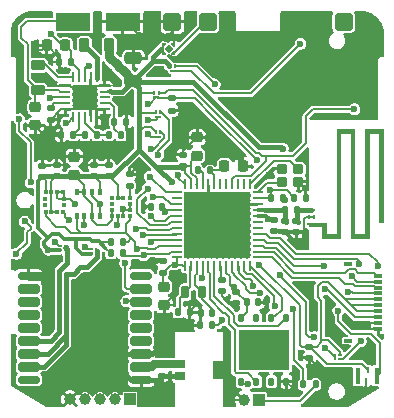
<source format=gbr>
%TF.GenerationSoftware,KiCad,Pcbnew,9.0.6*%
%TF.CreationDate,2025-12-17T14:25:04-08:00*%
%TF.ProjectId,digi_watch,64696769-5f77-4617-9463-682e6b696361,rev?*%
%TF.SameCoordinates,Original*%
%TF.FileFunction,Copper,L1,Top*%
%TF.FilePolarity,Positive*%
%FSLAX46Y46*%
G04 Gerber Fmt 4.6, Leading zero omitted, Abs format (unit mm)*
G04 Created by KiCad (PCBNEW 9.0.6) date 2025-12-17 14:25:04*
%MOMM*%
%LPD*%
G01*
G04 APERTURE LIST*
G04 Aperture macros list*
%AMRoundRect*
0 Rectangle with rounded corners*
0 $1 Rounding radius*
0 $2 $3 $4 $5 $6 $7 $8 $9 X,Y pos of 4 corners*
0 Add a 4 corners polygon primitive as box body*
4,1,4,$2,$3,$4,$5,$6,$7,$8,$9,$2,$3,0*
0 Add four circle primitives for the rounded corners*
1,1,$1+$1,$2,$3*
1,1,$1+$1,$4,$5*
1,1,$1+$1,$6,$7*
1,1,$1+$1,$8,$9*
0 Add four rect primitives between the rounded corners*
20,1,$1+$1,$2,$3,$4,$5,0*
20,1,$1+$1,$4,$5,$6,$7,0*
20,1,$1+$1,$6,$7,$8,$9,0*
20,1,$1+$1,$8,$9,$2,$3,0*%
%AMRotRect*
0 Rectangle, with rotation*
0 The origin of the aperture is its center*
0 $1 length*
0 $2 width*
0 $3 Rotation angle, in degrees counterclockwise*
0 Add horizontal line*
21,1,$1,$2,0,0,$3*%
%AMOutline4P*
0 Free polygon, 4 corners , with rotation*
0 The origin of the aperture is its center*
0 number of corners: always 4*
0 $1 to $8 corner X, Y*
0 $9 Rotation angle, in degrees counterclockwise*
0 create outline with 4 corners*
4,1,4,$1,$2,$3,$4,$5,$6,$7,$8,$1,$2,$9*%
%AMFreePoly0*
4,1,6,0.130000,0.115000,0.130000,-0.115000,-0.130000,-0.115000,-0.130000,0.275000,-0.020000,0.275000,0.130000,0.115000,0.130000,0.115000,$1*%
%AMFreePoly1*
4,1,6,0.130000,-0.115000,-0.130000,-0.115000,-0.130000,0.115000,0.020000,0.275000,0.130000,0.275000,0.130000,-0.115000,0.130000,-0.115000,$1*%
G04 Aperture macros list end*
%TA.AperFunction,Conductor*%
%ADD10C,0.200000*%
%TD*%
%TA.AperFunction,SMDPad,CuDef*%
%ADD11R,0.711200X0.279400*%
%TD*%
%TA.AperFunction,SMDPad,CuDef*%
%ADD12R,0.254000X0.457200*%
%TD*%
%TA.AperFunction,SMDPad,CuDef*%
%ADD13RoundRect,0.135000X-0.135000X-0.185000X0.135000X-0.185000X0.135000X0.185000X-0.135000X0.185000X0*%
%TD*%
%TA.AperFunction,SMDPad,CuDef*%
%ADD14R,3.000000X1.500000*%
%TD*%
%TA.AperFunction,SMDPad,CuDef*%
%ADD15RoundRect,0.150000X0.150000X0.400000X-0.150000X0.400000X-0.150000X-0.400000X0.150000X-0.400000X0*%
%TD*%
%TA.AperFunction,SMDPad,CuDef*%
%ADD16RoundRect,0.225000X-0.250000X0.225000X-0.250000X-0.225000X0.250000X-0.225000X0.250000X0.225000X0*%
%TD*%
%TA.AperFunction,SMDPad,CuDef*%
%ADD17RoundRect,0.135000X0.135000X0.185000X-0.135000X0.185000X-0.135000X-0.185000X0.135000X-0.185000X0*%
%TD*%
%TA.AperFunction,SMDPad,CuDef*%
%ADD18FreePoly0,90.000000*%
%TD*%
%TA.AperFunction,SMDPad,CuDef*%
%ADD19FreePoly1,90.000000*%
%TD*%
%TA.AperFunction,SMDPad,CuDef*%
%ADD20FreePoly0,270.000000*%
%TD*%
%TA.AperFunction,SMDPad,CuDef*%
%ADD21FreePoly1,270.000000*%
%TD*%
%TA.AperFunction,SMDPad,CuDef*%
%ADD22RotRect,0.520000X0.520000X315.000000*%
%TD*%
%TA.AperFunction,SMDPad,CuDef*%
%ADD23RoundRect,0.225000X0.250000X-0.225000X0.250000X0.225000X-0.250000X0.225000X-0.250000X-0.225000X0*%
%TD*%
%TA.AperFunction,SMDPad,CuDef*%
%ADD24RoundRect,0.100000X-0.075000X-0.025000X0.075000X-0.025000X0.075000X0.025000X-0.075000X0.025000X0*%
%TD*%
%TA.AperFunction,SMDPad,CuDef*%
%ADD25RoundRect,0.100000X-0.025000X-0.200000X0.025000X-0.200000X0.025000X0.200000X-0.025000X0.200000X0*%
%TD*%
%TA.AperFunction,SMDPad,CuDef*%
%ADD26RoundRect,0.140000X0.170000X-0.140000X0.170000X0.140000X-0.170000X0.140000X-0.170000X-0.140000X0*%
%TD*%
%TA.AperFunction,SMDPad,CuDef*%
%ADD27RoundRect,0.125000X0.125000X-0.250000X0.125000X0.250000X-0.125000X0.250000X-0.125000X-0.250000X0*%
%TD*%
%TA.AperFunction,HeatsinkPad*%
%ADD28R,4.300000X3.400000*%
%TD*%
%TA.AperFunction,SMDPad,CuDef*%
%ADD29RoundRect,0.140000X-0.140000X-0.170000X0.140000X-0.170000X0.140000X0.170000X-0.140000X0.170000X0*%
%TD*%
%TA.AperFunction,SMDPad,CuDef*%
%ADD30RoundRect,0.175000X-0.725000X-0.175000X0.725000X-0.175000X0.725000X0.175000X-0.725000X0.175000X0*%
%TD*%
%TA.AperFunction,SMDPad,CuDef*%
%ADD31RoundRect,0.200000X-0.700000X-0.200000X0.700000X-0.200000X0.700000X0.200000X-0.700000X0.200000X0*%
%TD*%
%TA.AperFunction,SMDPad,CuDef*%
%ADD32RoundRect,0.062500X-0.375000X-0.062500X0.375000X-0.062500X0.375000X0.062500X-0.375000X0.062500X0*%
%TD*%
%TA.AperFunction,SMDPad,CuDef*%
%ADD33RoundRect,0.062500X-0.062500X-0.375000X0.062500X-0.375000X0.062500X0.375000X-0.062500X0.375000X0*%
%TD*%
%TA.AperFunction,HeatsinkPad*%
%ADD34R,2.000000X2.000000*%
%TD*%
%TA.AperFunction,SMDPad,CuDef*%
%ADD35RoundRect,0.062500X0.062500X-0.375000X0.062500X0.375000X-0.062500X0.375000X-0.062500X-0.375000X0*%
%TD*%
%TA.AperFunction,SMDPad,CuDef*%
%ADD36RoundRect,0.062500X0.375000X-0.062500X0.375000X0.062500X-0.375000X0.062500X-0.375000X-0.062500X0*%
%TD*%
%TA.AperFunction,HeatsinkPad*%
%ADD37R,5.600000X5.600000*%
%TD*%
%TA.AperFunction,SMDPad,CuDef*%
%ADD38RoundRect,0.140000X-0.170000X0.140000X-0.170000X-0.140000X0.170000X-0.140000X0.170000X0.140000X0*%
%TD*%
%TA.AperFunction,ComponentPad*%
%ADD39R,1.000000X1.000000*%
%TD*%
%TA.AperFunction,ComponentPad*%
%ADD40C,1.000000*%
%TD*%
%TA.AperFunction,ConnectorPad*%
%ADD41R,0.400000X0.400000*%
%TD*%
%TA.AperFunction,SMDPad,CuDef*%
%ADD42RoundRect,0.225000X-0.225000X-0.250000X0.225000X-0.250000X0.225000X0.250000X-0.225000X0.250000X0*%
%TD*%
%TA.AperFunction,SMDPad,CuDef*%
%ADD43RoundRect,0.135000X-0.185000X0.135000X-0.185000X-0.135000X0.185000X-0.135000X0.185000X0.135000X0*%
%TD*%
%TA.AperFunction,SMDPad,CuDef*%
%ADD44Outline4P,-0.400000X-0.325000X0.400000X-0.325000X0.400000X0.325000X-0.400000X0.325000X180.000000*%
%TD*%
%TA.AperFunction,SMDPad,CuDef*%
%ADD45Outline4P,-0.400000X-0.800000X0.400000X-0.800000X0.400000X0.800000X-0.400000X0.800000X180.000000*%
%TD*%
%TA.AperFunction,SMDPad,CuDef*%
%ADD46RoundRect,0.147500X-0.147500X-0.172500X0.147500X-0.172500X0.147500X0.172500X-0.147500X0.172500X0*%
%TD*%
%TA.AperFunction,SMDPad,CuDef*%
%ADD47RoundRect,0.250000X0.475000X-0.250000X0.475000X0.250000X-0.475000X0.250000X-0.475000X-0.250000X0*%
%TD*%
%TA.AperFunction,SMDPad,CuDef*%
%ADD48RoundRect,0.218750X-0.218750X-0.381250X0.218750X-0.381250X0.218750X0.381250X-0.218750X0.381250X0*%
%TD*%
%TA.AperFunction,SMDPad,CuDef*%
%ADD49RoundRect,0.200000X-0.250000X-0.200000X0.250000X-0.200000X0.250000X0.200000X-0.250000X0.200000X0*%
%TD*%
%TA.AperFunction,SMDPad,CuDef*%
%ADD50RoundRect,0.218750X0.381250X-0.218750X0.381250X0.218750X-0.381250X0.218750X-0.381250X-0.218750X0*%
%TD*%
%TA.AperFunction,SMDPad,CuDef*%
%ADD51R,0.375000X0.350000*%
%TD*%
%TA.AperFunction,SMDPad,CuDef*%
%ADD52R,0.350000X0.375000*%
%TD*%
%TA.AperFunction,SMDPad,CuDef*%
%ADD53R,0.800000X0.300000*%
%TD*%
%TA.AperFunction,SMDPad,CuDef*%
%ADD54R,0.800000X0.400000*%
%TD*%
%TA.AperFunction,SMDPad,CuDef*%
%ADD55RoundRect,0.140000X0.140000X0.170000X-0.140000X0.170000X-0.140000X-0.170000X0.140000X-0.170000X0*%
%TD*%
%TA.AperFunction,SMDPad,CuDef*%
%ADD56R,0.355600X0.381000*%
%TD*%
%TA.AperFunction,SMDPad,CuDef*%
%ADD57R,0.381000X0.355600*%
%TD*%
%TA.AperFunction,SMDPad,CuDef*%
%ADD58RoundRect,0.100000X-0.025000X0.075000X-0.025000X-0.075000X0.025000X-0.075000X0.025000X0.075000X0*%
%TD*%
%TA.AperFunction,SMDPad,CuDef*%
%ADD59RoundRect,0.100000X-0.200000X0.025000X-0.200000X-0.025000X0.200000X-0.025000X0.200000X0.025000X0*%
%TD*%
%TA.AperFunction,SMDPad,CuDef*%
%ADD60RoundRect,0.225000X-0.525000X-0.525000X0.525000X-0.525000X0.525000X0.525000X-0.525000X0.525000X0*%
%TD*%
%TA.AperFunction,SMDPad,CuDef*%
%ADD61RoundRect,0.100000X0.075000X0.025000X-0.075000X0.025000X-0.075000X-0.025000X0.075000X-0.025000X0*%
%TD*%
%TA.AperFunction,SMDPad,CuDef*%
%ADD62RoundRect,0.100000X0.025000X0.200000X-0.025000X0.200000X-0.025000X-0.200000X0.025000X-0.200000X0*%
%TD*%
%TA.AperFunction,SMDPad,CuDef*%
%ADD63R,0.400000X1.400000*%
%TD*%
%TA.AperFunction,SMDPad,CuDef*%
%ADD64R,0.200000X0.500000*%
%TD*%
%TA.AperFunction,SMDPad,CuDef*%
%ADD65R,0.350000X0.500000*%
%TD*%
%TA.AperFunction,ViaPad*%
%ADD66C,0.600000*%
%TD*%
%TA.AperFunction,Conductor*%
%ADD67C,0.400000*%
%TD*%
%TA.AperFunction,Conductor*%
%ADD68C,0.300000*%
%TD*%
%TA.AperFunction,Conductor*%
%ADD69C,0.800000*%
%TD*%
%TA.AperFunction,Conductor*%
%ADD70C,0.650000*%
%TD*%
G04 APERTURE END LIST*
D10*
%TO.N,3V3*%
X120800000Y-87100000D02*
X120400000Y-87050000D01*
X120800000Y-86900000D02*
X120400000Y-86950000D01*
%TA.AperFunction,EtchedComponent*%
%TD*%
%TO.C,AE1*%
G36*
X137500000Y-98500000D02*
G01*
X139000000Y-98500000D01*
X139000000Y-98100000D01*
X137500000Y-98100000D01*
X137500000Y-98500000D01*
G37*
%TD.AperFunction*%
%TA.AperFunction,EtchedComponent*%
%TO.C,AE1*%
G36*
X138600000Y-99500000D02*
G01*
X139000000Y-99500000D01*
X139000000Y-98100000D01*
X138600000Y-98100000D01*
X138600000Y-99500000D01*
G37*
%TD.AperFunction*%
%TA.AperFunction,EtchedComponent*%
G36*
X138600000Y-99500000D02*
G01*
X140200000Y-99500000D01*
X140200000Y-99100000D01*
X138600000Y-99100000D01*
X138600000Y-99500000D01*
G37*
%TD.AperFunction*%
%TA.AperFunction,EtchedComponent*%
G36*
X139800000Y-99500000D02*
G01*
X140200000Y-99500000D01*
X140200000Y-90200000D01*
X139800000Y-90200000D01*
X139800000Y-99500000D01*
G37*
%TD.AperFunction*%
%TA.AperFunction,EtchedComponent*%
G36*
X140200000Y-90600000D02*
G01*
X141000000Y-90600000D01*
X141000000Y-90200000D01*
X140200000Y-90200000D01*
X140200000Y-90600000D01*
G37*
%TD.AperFunction*%
%TA.AperFunction,EtchedComponent*%
G36*
X141000000Y-99500000D02*
G01*
X141400000Y-99500000D01*
X141400000Y-90200000D01*
X141000000Y-90200000D01*
X141000000Y-99500000D01*
G37*
%TD.AperFunction*%
%TA.AperFunction,EtchedComponent*%
G36*
X141400000Y-99500000D02*
G01*
X142200000Y-99500000D01*
X142200000Y-99100000D01*
X141400000Y-99100000D01*
X141400000Y-99500000D01*
G37*
%TD.AperFunction*%
%TA.AperFunction,EtchedComponent*%
G36*
X142200000Y-99500000D02*
G01*
X142600000Y-99500000D01*
X142600000Y-90200000D01*
X142200000Y-90200000D01*
X142200000Y-99500000D01*
G37*
%TD.AperFunction*%
%TA.AperFunction,EtchedComponent*%
G36*
X142600000Y-90600000D02*
G01*
X143400000Y-90600000D01*
X143400000Y-90200000D01*
X142600000Y-90200000D01*
X142600000Y-90600000D01*
G37*
%TD.AperFunction*%
%TA.AperFunction,EtchedComponent*%
G36*
X143400000Y-98100000D02*
G01*
X143800000Y-98100000D01*
X143800000Y-90200000D01*
X143400000Y-90200000D01*
X143400000Y-98100000D01*
G37*
%TD.AperFunction*%
%TD*%
D11*
%TO.P,U8,1,IN*%
%TO.N,Net-(U8-IN)*%
X137675000Y-97030800D03*
D12*
%TO.P,U8,4,GND*%
%TO.N,GND*%
X137446400Y-97640400D03*
D11*
%TO.P,U8,3,OUT*%
%TO.N,Net-(AE1-A)*%
X137675000Y-98250000D03*
D12*
%TO.P,U8,2,GND*%
%TO.N,GND*%
X137903600Y-97640400D03*
%TD*%
D13*
%TO.P,R1,1*%
%TO.N,GND*%
X128250000Y-106800000D03*
%TO.P,R1,2*%
%TO.N,Net-(U4-PH3)*%
X129270000Y-106800000D03*
%TD*%
D14*
%TO.P,J6,1,Pin_1*%
%TO.N,VHARV*%
X117500000Y-81100000D03*
%TO.P,J6,2,Pin_2*%
%TO.N,GND*%
X121700000Y-81100000D03*
%TD*%
D15*
%TO.P,Y1,1,1*%
%TO.N,Net-(U4-PC15)*%
X128400000Y-104000000D03*
%TO.P,Y1,2,2*%
%TO.N,Net-(U4-PC14)*%
X127000000Y-104000000D03*
%TD*%
D16*
%TO.P,C25,1*%
%TO.N,3V3*%
X125200000Y-103525000D03*
%TO.P,C25,2*%
%TO.N,GND*%
X125200000Y-105075000D03*
%TD*%
D17*
%TO.P,R9,1*%
%TO.N,Net-(U1-VOUT_SET)*%
X121520000Y-90687500D03*
%TO.P,R9,2*%
%TO.N,Net-(U1-VRDIV)*%
X120500000Y-90687500D03*
%TD*%
D18*
%TO.P,U10,1,OUT*%
%TO.N,Net-(J3-Pin_1)*%
X126070000Y-83700000D03*
D19*
%TO.P,U10,2,GND*%
%TO.N,GND*%
X126070000Y-83050000D03*
D20*
%TO.P,U10,3,EN*%
%TO.N,3V3*%
X125100000Y-83050000D03*
D21*
%TO.P,U10,4,IN*%
X125100000Y-83700000D03*
D22*
%TO.P,U10,5,EXP*%
%TO.N,unconnected-(U10-EXP-Pad5)*%
X125585000Y-83375000D03*
%TD*%
D23*
%TO.P,C19,1*%
%TO.N,3V3*%
X117600000Y-94075000D03*
%TO.P,C19,2*%
%TO.N,GND*%
X117600000Y-92525000D03*
%TD*%
D24*
%TO.P,Q1,1,G*%
%TO.N,GPS_DISABLE*%
X119000000Y-100325000D03*
%TO.P,Q1,2,S*%
%TO.N,3V3*%
X119000000Y-100675000D03*
D25*
%TO.P,Q1,3,D*%
%TO.N,Net-(Q1-D)*%
X119400000Y-100500000D03*
%TD*%
D26*
%TO.P,C1,1*%
%TO.N,3V3*%
X125100000Y-102330000D03*
%TO.P,C1,2*%
%TO.N,GND*%
X125100000Y-101370000D03*
%TD*%
D27*
%TO.P,U7,1,~{CS}*%
%TO.N,QSPI_NCS*%
X131745000Y-111562500D03*
%TO.P,U7,2,DO/IO_{1}*%
%TO.N,QSPI_IO1*%
X133015000Y-111562500D03*
%TO.P,U7,3,~{WP}/IO_{2}*%
%TO.N,unconnected-(U7-~{WP}{slash}IO_{2}-Pad3)*%
X134285000Y-111562500D03*
%TO.P,U7,4,GND*%
%TO.N,GND*%
X135555000Y-111562500D03*
%TO.P,U7,5,DI/IO_{0}*%
%TO.N,QSPI_IO0*%
X135555000Y-106162500D03*
%TO.P,U7,6,CLK*%
%TO.N,QSPI_CLK*%
X134285000Y-106162500D03*
%TO.P,U7,7,~{HOLD}/~{RESET}/IO_{3}*%
%TO.N,unconnected-(U7-~{HOLD}{slash}~{RESET}{slash}IO_{3}-Pad7)*%
X133015000Y-106162500D03*
%TO.P,U7,8,VCC*%
%TO.N,3V3*%
X131745000Y-106162500D03*
D28*
%TO.P,U7,9,EP*%
%TO.N,unconnected-(U7-EP-Pad9)*%
X133650000Y-108862500D03*
%TD*%
D29*
%TO.P,C17,1*%
%TO.N,3V3*%
X134290000Y-95975000D03*
%TO.P,C17,2*%
%TO.N,GND*%
X135250000Y-95975000D03*
%TD*%
D30*
%TO.P,U2,1,GND*%
%TO.N,GND*%
X113750000Y-102600000D03*
D31*
%TO.P,U2,2,TXD*%
%TO.N,unconnected-(U2-TXD-Pad2)*%
X113750000Y-103700000D03*
%TO.P,U2,3,RXD*%
%TO.N,unconnected-(U2-RXD-Pad3)*%
X113750000Y-104800000D03*
%TO.P,U2,4,TIMEPULSE*%
%TO.N,unconnected-(U2-TIMEPULSE-Pad4)*%
X113750000Y-105900000D03*
%TO.P,U2,5,EXTINT*%
%TO.N,unconnected-(U2-EXTINT-Pad5)*%
X113750000Y-107000000D03*
%TO.P,U2,6,V_BCKP*%
%TO.N,Net-(Q2-D)*%
X113750000Y-108100000D03*
%TO.P,U2,7,VCC_IO*%
%TO.N,Net-(Q1-D)*%
X113750000Y-109200000D03*
%TO.P,U2,8,VCC*%
X113750000Y-110300000D03*
D30*
%TO.P,U2,9,~{RESET}*%
%TO.N,unconnected-(U2-~{RESET}-Pad9)*%
X113750000Y-111400000D03*
%TO.P,U2,10,GND*%
%TO.N,GND*%
X123250000Y-111400000D03*
D31*
%TO.P,U2,11,RF_IN*%
%TO.N,Net-(AE2-FEED)*%
X123250000Y-110300000D03*
%TO.P,U2,12,GND*%
%TO.N,GND*%
X123250000Y-109200000D03*
%TO.P,U2,13,LNA_EN*%
%TO.N,unconnected-(U2-LNA_EN-Pad13)*%
X123250000Y-108100000D03*
%TO.P,U2,14,VCC_RF*%
%TO.N,unconnected-(U2-VCC_RF-Pad14)*%
X123250000Y-107000000D03*
%TO.P,U2,15,VIO_SEL*%
%TO.N,unconnected-(U2-VIO_SEL-Pad15)*%
X123250000Y-105900000D03*
%TO.P,U2,16,SDA*%
%TO.N,I2C1_SDA*%
X123250000Y-104800000D03*
%TO.P,U2,17,SCL*%
%TO.N,I2C1_SCL*%
X123250000Y-103700000D03*
D30*
%TO.P,U2,18,~{SAFEBOOT}*%
%TO.N,unconnected-(U2-~{SAFEBOOT}-Pad18)*%
X123250000Y-102600000D03*
%TD*%
D26*
%TO.P,C21,1*%
%TO.N,3V3*%
X114900000Y-94260000D03*
%TO.P,C21,2*%
%TO.N,GND*%
X114900000Y-93300000D03*
%TD*%
D17*
%TO.P,R5,1*%
%TO.N,LED+*%
X138020000Y-111800000D03*
%TO.P,R5,2*%
%TO.N,LED_OUT*%
X137000000Y-111800000D03*
%TD*%
D26*
%TO.P,C20,1*%
%TO.N,3V3*%
X116100000Y-94180000D03*
%TO.P,C20,2*%
%TO.N,GND*%
X116100000Y-93220000D03*
%TD*%
D32*
%TO.P,U1,1,VSS*%
%TO.N,GND*%
X116812500Y-86500000D03*
%TO.P,U1,2,VIN_DC*%
%TO.N,VHARV*%
X116812500Y-87000000D03*
%TO.P,U1,3,VOC_SAMP*%
%TO.N,Net-(U1-VOC_SAMP)*%
X116812500Y-87500000D03*
%TO.P,U1,4,VREF_SAMP*%
%TO.N,Net-(U1-VREF_SAMP)*%
X116812500Y-88000000D03*
%TO.P,U1,5,~{EN}*%
%TO.N,GND*%
X116812500Y-88500000D03*
D33*
%TO.P,U1,6,VOUT_EN*%
%TO.N,Net-(U1-VOC_SAMP)*%
X117500000Y-89187500D03*
%TO.P,U1,7,VBAT_OV*%
%TO.N,Net-(U1-VBAT_OV)*%
X118000000Y-89187500D03*
%TO.P,U1,8,VRDIV*%
%TO.N,Net-(U1-VRDIV)*%
X118500000Y-89187500D03*
%TO.P,U1,9,VSS*%
%TO.N,GND*%
X119000000Y-89187500D03*
%TO.P,U1,10,OK_HYST*%
X119500000Y-89187500D03*
D32*
%TO.P,U1,11,OK_PROG*%
X120187500Y-88500000D03*
%TO.P,U1,12,VOUT_SET*%
%TO.N,Net-(U1-VOUT_SET)*%
X120187500Y-88000000D03*
%TO.P,U1,13,VBAT_OK*%
%TO.N,unconnected-(U1-VBAT_OK-Pad13)*%
X120187500Y-87500000D03*
%TO.P,U1,14,VOUT*%
%TO.N,3V3*%
X120187500Y-87000000D03*
%TO.P,U1,15,VSS*%
%TO.N,GND*%
X120187500Y-86500000D03*
D33*
%TO.P,U1,16,LBUCK*%
%TO.N,Net-(U1-LBUCK)*%
X119500000Y-85812500D03*
%TO.P,U1,17,VSS*%
%TO.N,GND*%
X119000000Y-85812500D03*
%TO.P,U1,18,VBAT*%
%TO.N,VBAT*%
X118500000Y-85812500D03*
%TO.P,U1,19,VSTOR*%
%TO.N,Net-(U1-VOC_SAMP)*%
X118000000Y-85812500D03*
%TO.P,U1,20,LBOOST*%
%TO.N,Net-(U1-LBOOST)*%
X117500000Y-85812500D03*
D34*
%TO.P,U1,21,VSS*%
%TO.N,GND*%
X118500000Y-87500000D03*
%TD*%
D35*
%TO.P,U4,1,VBAT*%
%TO.N,3V3*%
X126950000Y-101737500D03*
%TO.P,U4,2,PC14*%
%TO.N,Net-(U4-PC14)*%
X127450000Y-101737500D03*
%TO.P,U4,3,PC15*%
%TO.N,Net-(U4-PC15)*%
X127950000Y-101737500D03*
%TO.P,U4,4,PH3*%
%TO.N,Net-(U4-PH3)*%
X128450000Y-101737500D03*
%TO.P,U4,5,PB8*%
%TO.N,QSPI_IO1*%
X128950000Y-101737500D03*
%TO.P,U4,6,PB9*%
%TO.N,QSPI_IO0*%
X129450000Y-101737500D03*
%TO.P,U4,7,NRST*%
%TO.N,Net-(U4-NRST)*%
X129950000Y-101737500D03*
%TO.P,U4,8,VDDA*%
%TO.N,3V3*%
X130450000Y-101737500D03*
%TO.P,U4,9,PA0*%
%TO.N,WKUP*%
X130950000Y-101737500D03*
%TO.P,U4,10,PA1*%
%TO.N,LED_OUT*%
X131450000Y-101737500D03*
%TO.P,U4,11,PA2*%
%TO.N,QSPI_NCS*%
X131950000Y-101737500D03*
%TO.P,U4,12,PA3*%
%TO.N,QSPI_CLK*%
X132450000Y-101737500D03*
D36*
%TO.P,U4,13,PA4*%
%TO.N,GPIO_SPI_CS*%
X133137500Y-101050000D03*
%TO.P,U4,14,PA5*%
%TO.N,SPI1_SCK*%
X133137500Y-100550000D03*
%TO.P,U4,15,PA6*%
%TO.N,LCD_EXTMODE*%
X133137500Y-100050000D03*
%TO.P,U4,16,PA7*%
%TO.N,SPI1_MOSI*%
X133137500Y-99550000D03*
%TO.P,U4,17,PA8*%
%TO.N,BTN_BOT_R*%
X133137500Y-99050000D03*
%TO.P,U4,18,PA9*%
%TO.N,unconnected-(U4-PA9-Pad18)*%
X133137500Y-98550000D03*
%TO.P,U4,19,PB2*%
%TO.N,unconnected-(U4-PB2-Pad19)*%
X133137500Y-98050000D03*
%TO.P,U4,20,VDD*%
%TO.N,3V3*%
X133137500Y-97550000D03*
%TO.P,U4,21,RF1*%
%TO.N,RF*%
X133137500Y-97050000D03*
%TO.P,U4,22,VSSRF*%
%TO.N,GND*%
X133137500Y-96550000D03*
%TO.P,U4,23,VDDRF*%
%TO.N,3V3*%
X133137500Y-96050000D03*
%TO.P,U4,24,OSC_OUT*%
%TO.N,Net-(U4-OSC_OUT)*%
X133137500Y-95550000D03*
D35*
%TO.P,U4,25,OSC_IN*%
%TO.N,Net-(U4-OSC_IN)*%
X132450000Y-94862500D03*
%TO.P,U4,26,AT0*%
%TO.N,unconnected-(U4-AT0-Pad26)*%
X131950000Y-94862500D03*
%TO.P,U4,27,AT1*%
%TO.N,unconnected-(U4-AT1-Pad27)*%
X131450000Y-94862500D03*
%TO.P,U4,28,PB0*%
%TO.N,BTN_TOP_R*%
X130950000Y-94862500D03*
%TO.P,U4,29,PB1*%
%TO.N,unconnected-(U4-PB1-Pad29)*%
X130450000Y-94862500D03*
%TO.P,U4,30,PE4*%
%TO.N,unconnected-(U4-PE4-Pad30)*%
X129950000Y-94862500D03*
%TO.P,U4,31,VFBSMPS*%
%TO.N,VFBSMPS*%
X129450000Y-94862500D03*
%TO.P,U4,32,VSSSMPS*%
%TO.N,GND*%
X128950000Y-94862500D03*
%TO.P,U4,33,VLXSMPS*%
%TO.N,VLXSMPS*%
X128450000Y-94862500D03*
%TO.P,U4,34,VDDSMPS*%
%TO.N,3V3*%
X127950000Y-94862500D03*
%TO.P,U4,35,VDD*%
X127450000Y-94862500D03*
%TO.P,U4,36,PA10*%
%TO.N,PIEZO*%
X126950000Y-94862500D03*
D36*
%TO.P,U4,37,PA11*%
%TO.N,BTN_TOP_L*%
X126262500Y-95550000D03*
%TO.P,U4,38,PA12*%
%TO.N,unconnected-(U4-PA12-Pad38)*%
X126262500Y-96050000D03*
%TO.P,U4,39,PA13*%
%TO.N,SWDIO*%
X126262500Y-96550000D03*
%TO.P,U4,40,VDDUSB*%
%TO.N,3V3*%
X126262500Y-97050000D03*
%TO.P,U4,41,PA14*%
%TO.N,SWCLK*%
X126262500Y-97550000D03*
%TO.P,U4,42,PA15*%
%TO.N,BTN_BOT_L*%
X126262500Y-98050000D03*
%TO.P,U4,43,PB3*%
%TO.N,SWO*%
X126262500Y-98550000D03*
%TO.P,U4,44,PB4*%
%TO.N,GPS_BKUP_DISABLE*%
X126262500Y-99050000D03*
%TO.P,U4,45,PB5*%
%TO.N,GPS_DISABLE*%
X126262500Y-99550000D03*
%TO.P,U4,46,PB6*%
%TO.N,I2C1_SCL*%
X126262500Y-100050000D03*
%TO.P,U4,47,PB7*%
%TO.N,I2C1_SDA*%
X126262500Y-100550000D03*
%TO.P,U4,48,VDD*%
%TO.N,3V3*%
X126262500Y-101050000D03*
D37*
%TO.P,U4,49,VSS*%
%TO.N,GND*%
X129700000Y-98300000D03*
%TD*%
D38*
%TO.P,C2,1*%
%TO.N,3V3*%
X134500000Y-97840000D03*
%TO.P,C2,2*%
%TO.N,GND*%
X134500000Y-98800000D03*
%TD*%
D39*
%TO.P,J7,1,Pin_1*%
%TO.N,LED+*%
X133200000Y-113100000D03*
D40*
%TO.P,J7,2,Pin_2*%
%TO.N,GND*%
X131930000Y-113100000D03*
%TD*%
D41*
%TO.P,AE1,1,A*%
%TO.N,Net-(AE1-A)*%
X137700000Y-98300000D03*
%TD*%
D42*
%TO.P,C11,1*%
%TO.N,GND*%
X115275000Y-83100000D03*
%TO.P,C11,2*%
%TO.N,Net-(U1-VOC_SAMP)*%
X116825000Y-83100000D03*
%TD*%
D43*
%TO.P,R4,1*%
%TO.N,WKUP*%
X125850000Y-87590000D03*
%TO.P,R4,2*%
%TO.N,GND*%
X125850000Y-88610000D03*
%TD*%
D17*
%TO.P,R8,1*%
%TO.N,GND*%
X122010000Y-89550000D03*
%TO.P,R8,2*%
%TO.N,Net-(U1-VOUT_SET)*%
X120990000Y-89550000D03*
%TD*%
D13*
%TO.P,R6,1*%
%TO.N,Net-(U1-VBAT_OV)*%
X118490000Y-90687500D03*
%TO.P,R6,2*%
%TO.N,Net-(U1-VRDIV)*%
X119510000Y-90687500D03*
%TD*%
D26*
%TO.P,C3,1*%
%TO.N,3V3*%
X126800000Y-93330000D03*
%TO.P,C3,2*%
%TO.N,GND*%
X126800000Y-92370000D03*
%TD*%
D44*
%TO.P,AE2,1,FEED*%
%TO.N,Net-(AE2-FEED)*%
X126550000Y-110100000D03*
%TO.P,AE2,2,PCB_Trace*%
%TO.N,GND*%
X126550000Y-111100000D03*
D45*
X129750000Y-110600000D03*
%TD*%
D26*
%TO.P,C6,1*%
%TO.N,Net-(U5-C1)*%
X122273600Y-94960000D03*
%TO.P,C6,2*%
%TO.N,GND*%
X122273600Y-94000000D03*
%TD*%
D24*
%TO.P,Q2,1,G*%
%TO.N,GPS_BKUP_DISABLE*%
X116400000Y-100050000D03*
%TO.P,Q2,2,S*%
%TO.N,3V3*%
X116400000Y-100400000D03*
D25*
%TO.P,Q2,3,D*%
%TO.N,Net-(Q2-D)*%
X116800000Y-100225000D03*
%TD*%
D38*
%TO.P,C24,1*%
%TO.N,3V3*%
X131300000Y-103940000D03*
%TO.P,C24,2*%
%TO.N,GND*%
X131300000Y-104900000D03*
%TD*%
D29*
%TO.P,C18,1*%
%TO.N,3V3*%
X136220000Y-96000000D03*
%TO.P,C18,2*%
%TO.N,GND*%
X137180000Y-96000000D03*
%TD*%
D46*
%TO.P,L5,1,1*%
%TO.N,VLXSMPS*%
X128100000Y-93650000D03*
%TO.P,L5,2,2*%
%TO.N,VFBSMPS*%
X129070000Y-93650000D03*
%TD*%
D47*
%TO.P,C7,1*%
%TO.N,3V3*%
X122600000Y-86100000D03*
%TO.P,C7,2*%
%TO.N,GND*%
X122600000Y-84200000D03*
%TD*%
D23*
%TO.P,C28,1*%
%TO.N,3V3*%
X128000000Y-92425000D03*
%TO.P,C28,2*%
%TO.N,GND*%
X128000000Y-90875000D03*
%TD*%
D26*
%TO.P,C5,1*%
%TO.N,3V3*%
X119300000Y-94180000D03*
%TO.P,C5,2*%
%TO.N,GND*%
X119300000Y-93220000D03*
%TD*%
D48*
%TO.P,L1,1,1*%
%TO.N,Net-(U1-LBUCK)*%
X118437500Y-83100000D03*
%TO.P,L1,2,2*%
%TO.N,3V3*%
X120562500Y-83100000D03*
%TD*%
D49*
%TO.P,Y2,1,1*%
%TO.N,Net-(U4-OSC_OUT)*%
X135150000Y-94650000D03*
%TO.P,Y2,2,2*%
%TO.N,GND*%
X136550000Y-94650000D03*
%TO.P,Y2,3,3*%
%TO.N,Net-(U4-OSC_IN)*%
X136550000Y-93550000D03*
%TO.P,Y2,4,4*%
%TO.N,GND*%
X135150000Y-93550000D03*
%TD*%
D13*
%TO.P,R12,1*%
%TO.N,3V3*%
X120690000Y-99700000D03*
%TO.P,R12,2*%
%TO.N,I2C1_SCL*%
X121710000Y-99700000D03*
%TD*%
D50*
%TO.P,L2,1,1*%
%TO.N,VHARV*%
X114550000Y-86900000D03*
%TO.P,L2,2,2*%
%TO.N,Net-(U1-LBOOST)*%
X114550000Y-84775000D03*
%TD*%
D46*
%TO.P,L4,1,1*%
%TO.N,RF*%
X135440000Y-97000000D03*
%TO.P,L4,2,2*%
%TO.N,Net-(U8-IN)*%
X136410000Y-97000000D03*
%TD*%
D51*
%TO.P,U5,1,SCL/SPC*%
%TO.N,I2C1_SCL*%
X122273600Y-97500000D03*
%TO.P,U5,2,GND*%
%TO.N,GND*%
X122273600Y-97000000D03*
%TO.P,U5,3,GND*%
X122273600Y-96500000D03*
%TO.P,U5,4,C1*%
%TO.N,Net-(U5-C1)*%
X122273600Y-96000000D03*
D52*
%TO.P,U5,5,Vdd*%
%TO.N,3V3*%
X121761100Y-95987500D03*
%TO.P,U5,6,Vdd_IO*%
X121261100Y-95987500D03*
D51*
%TO.P,U5,7,INT*%
%TO.N,unconnected-(U5-INT-Pad7)*%
X120748600Y-96000000D03*
%TO.P,U5,8,DRDY*%
%TO.N,unconnected-(U5-DRDY-Pad8)*%
X120748600Y-96500000D03*
%TO.P,U5,9,SDO/SA1*%
%TO.N,3V3*%
X120748600Y-97000000D03*
%TO.P,U5,10,~{CS}*%
X120748600Y-97500000D03*
D52*
%TO.P,U5,11,SDA/SDI/SDO*%
%TO.N,I2C1_SDA*%
X121261100Y-97512500D03*
%TO.P,U5,12,GND*%
%TO.N,GND*%
X121761100Y-97512500D03*
%TD*%
D16*
%TO.P,C10,1*%
%TO.N,VHARV*%
X114300000Y-88325000D03*
%TO.P,C10,2*%
%TO.N,GND*%
X114300000Y-89875000D03*
%TD*%
D38*
%TO.P,C29,1*%
%TO.N,3V3*%
X137500000Y-108590000D03*
%TO.P,C29,2*%
%TO.N,GND*%
X137500000Y-109550000D03*
%TD*%
D53*
%TO.P,J1,1,Pin_1*%
%TO.N,SPI1_SCK*%
X143350000Y-102600000D03*
%TO.P,J1,2,Pin_2*%
%TO.N,SPI1_MOSI*%
X143350000Y-103100000D03*
%TO.P,J1,3,Pin_3*%
%TO.N,GPIO_SPI_CS*%
X143350000Y-103600000D03*
%TO.P,J1,4,Pin_4*%
%TO.N,LCD_VCOM*%
X143350000Y-104100000D03*
%TO.P,J1,5,Pin_5*%
%TO.N,3V3*%
X143350000Y-104600000D03*
%TO.P,J1,6,Pin_6*%
X143350000Y-105100000D03*
%TO.P,J1,7,Pin_7*%
X143350000Y-105600000D03*
%TO.P,J1,8,Pin_8*%
%TO.N,LCD_EXTMODE*%
X143350000Y-106100000D03*
%TO.P,J1,9,Pin_9*%
%TO.N,GND*%
X143350000Y-106600000D03*
%TO.P,J1,10,Pin_10*%
X143350000Y-107100000D03*
D54*
%TO.P,J1,S1*%
%TO.N,N/C*%
X140750000Y-108100000D03*
%TO.P,J1,S2*%
X140750000Y-101600000D03*
%TD*%
D55*
%TO.P,C8,1*%
%TO.N,GND*%
X127360000Y-105700000D03*
%TO.P,C8,2*%
%TO.N,Net-(U4-PC14)*%
X126400000Y-105700000D03*
%TD*%
D29*
%TO.P,C22,1*%
%TO.N,3V3*%
X132220000Y-104850000D03*
%TO.P,C22,2*%
%TO.N,GND*%
X133180000Y-104850000D03*
%TD*%
D56*
%TO.P,U6,1,SCL/SPC*%
%TO.N,I2C1_SCL*%
X115161799Y-97188200D03*
%TO.P,U6,2,CS*%
%TO.N,3V3*%
X115661800Y-97188200D03*
%TO.P,U6,3,SDO/SA0*%
X116161800Y-97188200D03*
%TO.P,U6,4,SDA/SDI/SDO*%
%TO.N,I2C1_SDA*%
X116661801Y-97188200D03*
D57*
%TO.P,U6,5,NC*%
%TO.N,unconnected-(U6-NC-Pad5)*%
X116750000Y-96600000D03*
%TO.P,U6,6,GND*%
%TO.N,GND*%
X116750000Y-96100000D03*
D56*
%TO.P,U6,7,RES*%
X116661801Y-95511800D03*
%TO.P,U6,8,GND*%
X116161800Y-95511800D03*
%TO.P,U6,9,VDD*%
%TO.N,3V3*%
X115661800Y-95511800D03*
%TO.P,U6,10,VDDIO*%
X115161799Y-95511800D03*
D57*
%TO.P,U6,11,INT2*%
%TO.N,unconnected-(U6-INT2-Pad11)*%
X115073600Y-96100000D03*
%TO.P,U6,12,INT1*%
%TO.N,unconnected-(U6-INT1-Pad12)*%
X115073600Y-96600000D03*
%TD*%
D29*
%TO.P,C12,1*%
%TO.N,GND*%
X116320000Y-84500000D03*
%TO.P,C12,2*%
%TO.N,Net-(U1-VOC_SAMP)*%
X117280000Y-84500000D03*
%TD*%
D38*
%TO.P,C14,1*%
%TO.N,RF*%
X135450000Y-97945000D03*
%TO.P,C14,2*%
%TO.N,GND*%
X135450000Y-98905000D03*
%TD*%
D26*
%TO.P,C4,1*%
%TO.N,3V3*%
X120500000Y-94180000D03*
%TO.P,C4,2*%
%TO.N,GND*%
X120500000Y-93220000D03*
%TD*%
%TO.P,C13,1*%
%TO.N,GND*%
X125025000Y-111085000D03*
%TO.P,C13,2*%
%TO.N,Net-(AE2-FEED)*%
X125025000Y-110125000D03*
%TD*%
D39*
%TO.P,J2,1,Pin_1*%
%TO.N,3V3*%
X122310000Y-113050000D03*
D40*
%TO.P,J2,2,Pin_2*%
%TO.N,SWO*%
X121040000Y-113050000D03*
%TO.P,J2,3,Pin_3*%
%TO.N,SWCLK*%
X119770000Y-113050000D03*
%TO.P,J2,4,Pin_4*%
%TO.N,SWDIO*%
X118500000Y-113050000D03*
%TO.P,J2,5,Pin_5*%
%TO.N,GND*%
X117230000Y-113050000D03*
%TD*%
D55*
%TO.P,C26,1*%
%TO.N,3V3*%
X125030000Y-96750000D03*
%TO.P,C26,2*%
%TO.N,GND*%
X124070000Y-96750000D03*
%TD*%
D58*
%TO.P,Q7,1,G*%
%TO.N,BTN_TOP_R*%
X124725000Y-87100000D03*
%TO.P,Q7,2,S*%
%TO.N,3V3*%
X124375000Y-87100000D03*
D59*
%TO.P,Q7,3,D*%
%TO.N,WKUP*%
X124550000Y-87500000D03*
%TD*%
D13*
%TO.P,R7,1*%
%TO.N,GND*%
X116480000Y-90687500D03*
%TO.P,R7,2*%
%TO.N,Net-(U1-VBAT_OV)*%
X117500000Y-90687500D03*
%TD*%
D60*
%TO.P,J3,*%
%TO.N,*%
X140400000Y-81100000D03*
%TO.P,J3,1,Pin_1*%
%TO.N,Net-(J3-Pin_1)*%
X128900000Y-81100000D03*
%TO.P,J3,2,Pin_2*%
%TO.N,GND*%
X125900000Y-81100000D03*
%TD*%
D61*
%TO.P,Q6,1,G*%
%TO.N,BTN_BOT_R*%
X140050000Y-109650000D03*
%TO.P,Q6,2,S*%
%TO.N,3V3*%
X140050000Y-109300000D03*
D62*
%TO.P,Q6,3,D*%
%TO.N,WKUP*%
X139650000Y-109475000D03*
%TD*%
D63*
%TO.P,Y3,1,NC*%
%TO.N,unconnected-(Y3-NC-Pad1)*%
X141600000Y-111050000D03*
D64*
%TO.P,Y3,2,GND*%
%TO.N,GND*%
X142300000Y-111500000D03*
D63*
%TO.P,Y3,3,CLK_OUT*%
%TO.N,LCD_VCOM*%
X143200000Y-111050000D03*
D64*
%TO.P,Y3,4,VDD*%
%TO.N,3V3*%
X142500000Y-110600000D03*
%TD*%
D38*
%TO.P,C23,1*%
%TO.N,Net-(U1-VREF_SAMP)*%
X115600000Y-88420000D03*
%TO.P,C23,2*%
%TO.N,GND*%
X115600000Y-89380000D03*
%TD*%
D58*
%TO.P,Q5,1,G*%
%TO.N,PIEZO*%
X126085000Y-84870000D03*
%TO.P,Q5,2,S*%
%TO.N,3V3*%
X125735000Y-84870000D03*
D59*
%TO.P,Q5,3,D*%
%TO.N,Net-(Q5-D)*%
X125910000Y-85270000D03*
%TD*%
D42*
%TO.P,C27,1*%
%TO.N,VFBSMPS*%
X130305000Y-93310000D03*
%TO.P,C27,2*%
%TO.N,GND*%
X131855000Y-93310000D03*
%TD*%
D58*
%TO.P,Q4,1,G*%
%TO.N,BTN_BOT_L*%
X124875000Y-88775000D03*
%TO.P,Q4,2,S*%
%TO.N,3V3*%
X124525000Y-88775000D03*
D59*
%TO.P,Q4,3,D*%
%TO.N,WKUP*%
X124700000Y-89175000D03*
%TD*%
D65*
%TO.P,U3,1,GND*%
%TO.N,GND*%
X119748600Y-97525000D03*
%TO.P,U3,2,CSB*%
%TO.N,3V3*%
X119098600Y-97525000D03*
%TO.P,U3,3,SDI*%
%TO.N,I2C1_SDA*%
X118448600Y-97525000D03*
%TO.P,U3,4,SCK*%
%TO.N,I2C1_SCL*%
X117798600Y-97525000D03*
%TO.P,U3,5,SDO*%
%TO.N,3V3*%
X117798600Y-95475000D03*
%TO.P,U3,6,VDDIO*%
X118448600Y-95475000D03*
%TO.P,U3,7,GND*%
%TO.N,GND*%
X119098600Y-95475000D03*
%TO.P,U3,8,VDD*%
%TO.N,3V3*%
X119748600Y-95475000D03*
%TD*%
D13*
%TO.P,R11,1*%
%TO.N,3V3*%
X120700000Y-100700000D03*
%TO.P,R11,2*%
%TO.N,I2C1_SDA*%
X121720000Y-100700000D03*
%TD*%
D38*
%TO.P,C15,1*%
%TO.N,Net-(U8-IN)*%
X136400000Y-97945000D03*
%TO.P,C15,2*%
%TO.N,GND*%
X136400000Y-98905000D03*
%TD*%
D58*
%TO.P,Q3,1,G*%
%TO.N,BTN_TOP_L*%
X124875000Y-90425000D03*
%TO.P,Q3,2,S*%
%TO.N,3V3*%
X124525000Y-90425000D03*
D59*
%TO.P,Q3,3,D*%
%TO.N,WKUP*%
X124700000Y-90825000D03*
%TD*%
D29*
%TO.P,C9,1*%
%TO.N,GND*%
X128300000Y-105750000D03*
%TO.P,C9,2*%
%TO.N,Net-(U4-PC15)*%
X129260000Y-105750000D03*
%TD*%
D26*
%TO.P,C16,1*%
%TO.N,GND*%
X130100000Y-103880000D03*
%TO.P,C16,2*%
%TO.N,Net-(U4-NRST)*%
X130100000Y-102920000D03*
%TD*%
D66*
%TO.N,GND*%
X120050000Y-89200000D03*
X116500000Y-85212500D03*
X115188328Y-102600000D03*
X137000000Y-92600000D03*
%TO.N,LCD_EXTMODE*%
X138800000Y-103750000D03*
X138700000Y-101747000D03*
%TO.N,Net-(U4-PH3)*%
X128424000Y-102800000D03*
X130108423Y-106367874D03*
%TO.N,BTN_TOP_L*%
X113900000Y-94700000D03*
X124069557Y-91860586D03*
X124000000Y-94200000D03*
X112944731Y-89350000D03*
%TO.N,WKUP*%
X135024265Y-102575735D03*
X137898249Y-107798120D03*
X133025735Y-92825735D03*
X123850000Y-88050000D03*
X123850000Y-90600000D03*
X133336881Y-104040009D03*
X123850000Y-89400000D03*
X138854516Y-108694013D03*
%TO.N,QSPI_NCS*%
X134550000Y-105150000D03*
X132265000Y-111768852D03*
%TO.N,BTN_BOT_L*%
X112700000Y-100750000D03*
X123798070Y-95223011D03*
X124714217Y-92334313D03*
X113400000Y-98000000D03*
%TO.N,BTN_TOP_R*%
X141300000Y-88500000D03*
%TO.N,PIEZO*%
X129476025Y-86393975D03*
X126400000Y-94100000D03*
%TO.N,3V3*%
X125834313Y-94665687D03*
X134200000Y-95350000D03*
X134027486Y-97758269D03*
X126100000Y-101650000D03*
X115400000Y-100400000D03*
X135250735Y-91848000D03*
X133236027Y-101675000D03*
X131080148Y-103575832D03*
X125238235Y-97163235D03*
%TO.N,LED_OUT*%
X136100000Y-105450000D03*
X132700000Y-103487797D03*
%TO.N,SPI1_MOSI*%
X141710330Y-101570043D03*
X141100000Y-102650000D03*
%TO.N,LCD_VCOM*%
X139950735Y-105549265D03*
X140750000Y-103993426D03*
%TO.N,SWDIO*%
X124251901Y-95894407D03*
%TO.N,I2C1_SDA*%
X123465687Y-100865687D03*
X122000000Y-104750000D03*
X118450000Y-98282165D03*
X117133917Y-97916083D03*
X121250000Y-98282165D03*
%TO.N,I2C1_SCL*%
X121900000Y-101525000D03*
X122900000Y-100300000D03*
%TO.N,SWCLK*%
X124050000Y-97560000D03*
%TO.N,SWO*%
X122800000Y-98601000D03*
%TO.N,Net-(U1-VOC_SAMP)*%
X115585061Y-82128972D03*
X115539281Y-87520540D03*
X116900000Y-89650055D03*
%TO.N,BTN_BOT_R*%
X143267798Y-101807024D03*
X141850000Y-108150000D03*
%TO.N,VBAT*%
X118826000Y-84875000D03*
%TO.N,GPS_DISABLE*%
X124108340Y-99748000D03*
X118500000Y-100129346D03*
%TO.N,GPS_BKUP_DISABLE*%
X123440628Y-99172752D03*
X116000000Y-99700000D03*
%TO.N,GND*%
X128500000Y-89600000D03*
X118000000Y-107050000D03*
X130625000Y-112050000D03*
X135440000Y-96161082D03*
X121750000Y-109200000D03*
X131351841Y-105345452D03*
X136500000Y-90700000D03*
X137600000Y-80700000D03*
X139200000Y-105000000D03*
X125700000Y-113300000D03*
X127350000Y-106800000D03*
X122050000Y-88750000D03*
X137150000Y-98950000D03*
X118550000Y-92500000D03*
X125600000Y-108600000D03*
X131100000Y-88200000D03*
X124550000Y-101350000D03*
X124300000Y-113300000D03*
X120500000Y-85800000D03*
X123100000Y-82200000D03*
X130538682Y-107375318D03*
X116100000Y-92450000D03*
X130564000Y-109750000D03*
X121755622Y-96940413D03*
X134105515Y-94055515D03*
X121900000Y-110900000D03*
X133823631Y-104814753D03*
X124800000Y-108600000D03*
X112900000Y-83500000D03*
X125600000Y-106800000D03*
X133600000Y-90700000D03*
X114950000Y-90600000D03*
X125700000Y-112200000D03*
X125627111Y-82259780D03*
X112700000Y-99600000D03*
X119300000Y-92400000D03*
X115463235Y-85936765D03*
X113552184Y-101383809D03*
X128900000Y-90925000D03*
X114216144Y-99135384D03*
X136115490Y-99684510D03*
X126900000Y-84100000D03*
X115750000Y-90500000D03*
X131380000Y-92550000D03*
X122907523Y-93391006D03*
X115425000Y-104700000D03*
X118500000Y-102600000D03*
X120500000Y-92500000D03*
X120300000Y-101600000D03*
X137700000Y-113300000D03*
X117650000Y-96500000D03*
X124600000Y-85300000D03*
X130700000Y-113200000D03*
X114249000Y-83500000D03*
X130550000Y-108550000D03*
X114900000Y-92500000D03*
X115300000Y-107100000D03*
X142100000Y-112300000D03*
X136100000Y-112600000D03*
X128550000Y-100050000D03*
X118000000Y-110150000D03*
X137100000Y-95200000D03*
X129700000Y-98300000D03*
X141600000Y-109300000D03*
X140300000Y-87800000D03*
X127700000Y-104746836D03*
X125910188Y-104313729D03*
X137400000Y-103700000D03*
X139850000Y-107950000D03*
X141480000Y-83850000D03*
X125750000Y-92400000D03*
X119773600Y-96500000D03*
X112800000Y-94700000D03*
X127100000Y-88300000D03*
X115300000Y-111100000D03*
X118000000Y-105100000D03*
X137800000Y-106800000D03*
X123535500Y-96750000D03*
X114600000Y-112800000D03*
X138850000Y-110900000D03*
X141200000Y-106800000D03*
X130400000Y-80750000D03*
%TO.N,Net-(Q5-D)*%
X136742500Y-82967500D03*
%TD*%
D10*
%TO.N,GND*%
X120187500Y-88500000D02*
X119500000Y-88500000D01*
X119500000Y-88500000D02*
X118500000Y-87500000D01*
X119500000Y-89187500D02*
X119500000Y-88500000D01*
X120187500Y-88500000D02*
X120187500Y-89062500D01*
X120187500Y-89062500D02*
X120050000Y-89200000D01*
X120037500Y-89187500D02*
X120050000Y-89200000D01*
X119500000Y-89187500D02*
X120037500Y-89187500D01*
X116320000Y-85032500D02*
X116500000Y-85212500D01*
X116320000Y-84500000D02*
X116320000Y-85032500D01*
X116161800Y-95511800D02*
X116661801Y-95511800D01*
X116750000Y-96100000D02*
X116750000Y-95599999D01*
X116750000Y-95599999D02*
X116661801Y-95511800D01*
D67*
%TO.N,Net-(Q1-D)*%
X116925000Y-107650000D02*
X115375000Y-109200000D01*
X116925000Y-102475000D02*
X117533636Y-102475000D01*
X116925000Y-108425000D02*
X115050000Y-110300000D01*
X118656232Y-101899000D02*
X119551000Y-101004232D01*
X115050000Y-110300000D02*
X113750000Y-110300000D01*
X117533636Y-102475000D02*
X118109636Y-101899000D01*
X116925000Y-107650000D02*
X116925000Y-102475000D01*
X115375000Y-109200000D02*
X113750000Y-109200000D01*
X119551000Y-100547768D02*
X119501000Y-100497768D01*
X119551000Y-101004232D02*
X119551000Y-100547768D01*
X116925000Y-107650000D02*
X116925000Y-108425000D01*
X118109636Y-101899000D02*
X118656232Y-101899000D01*
%TO.N,Net-(Q2-D)*%
X116324000Y-107376000D02*
X116324000Y-102226058D01*
X117000000Y-100330128D02*
X116876000Y-100206128D01*
D68*
X116826000Y-100223160D02*
X116824160Y-100225000D01*
D67*
X117000000Y-101550058D02*
X117000000Y-100330128D01*
X113750000Y-108100000D02*
X115600000Y-108100000D01*
X116324000Y-102226058D02*
X117000000Y-101550058D01*
X115600000Y-108100000D02*
X116324000Y-107376000D01*
D10*
%TO.N,Net-(U1-VOUT_SET)*%
X120990000Y-88349202D02*
X120990000Y-89687500D01*
X120990000Y-90157500D02*
X121520000Y-90687500D01*
X120640798Y-88000000D02*
X120990000Y-88349202D01*
X120990000Y-89687500D02*
X120990000Y-90157500D01*
X120187500Y-88000000D02*
X120640798Y-88000000D01*
%TO.N,Net-(U1-VBAT_OV)*%
X118000000Y-90187500D02*
X117500000Y-90687500D01*
X117500000Y-90687500D02*
X118490000Y-90687500D01*
X118000000Y-89187500D02*
X118000000Y-90187500D01*
%TO.N,Net-(U1-VRDIV)*%
X118500000Y-89187500D02*
X118500000Y-89677500D01*
X119510000Y-90687500D02*
X120500000Y-90687500D01*
X118500000Y-89677500D02*
X119510000Y-90687500D01*
%TO.N,Net-(U5-C1)*%
X122273600Y-94960000D02*
X122273600Y-96000000D01*
%TO.N,VLXSMPS*%
X128450000Y-94862500D02*
X128450000Y-93900000D01*
X128450000Y-93900000D02*
X128200000Y-93650000D01*
%TO.N,LCD_EXTMODE*%
X133751573Y-100210775D02*
X133590798Y-100050000D01*
X143095552Y-106093426D02*
X143100000Y-106097874D01*
X138700000Y-101747000D02*
X138697000Y-101750000D01*
X141343426Y-106093426D02*
X143095552Y-106093426D01*
X138800000Y-103750000D02*
X139000000Y-103750000D01*
X134659025Y-100210775D02*
X133751573Y-100210775D01*
X139000000Y-103750000D02*
X141343426Y-106093426D01*
X138697000Y-101750000D02*
X136198250Y-101750000D01*
X133590798Y-100050000D02*
X133137500Y-100050000D01*
X136198250Y-101750000D02*
X134659025Y-100210775D01*
%TO.N,Net-(U4-PH3)*%
X128424000Y-102591932D02*
X128450000Y-102565932D01*
X130108423Y-106367874D02*
X130116577Y-106376028D01*
X128424000Y-102800000D02*
X128424000Y-102591932D01*
X128450000Y-102565932D02*
X128450000Y-101737500D01*
X130116577Y-106376028D02*
X130116577Y-106483423D01*
X129800000Y-106800000D02*
X129270000Y-106800000D01*
X130116577Y-106483423D02*
X129800000Y-106800000D01*
%TO.N,BTN_TOP_L*%
X124317864Y-91860586D02*
X125201000Y-90977450D01*
X125201000Y-90672550D02*
X124953450Y-90425000D01*
X112944731Y-89350000D02*
X112944731Y-90344731D01*
X112944731Y-90344731D02*
X113900000Y-91300000D01*
X125350000Y-95550000D02*
X124000000Y-94200000D01*
X113900000Y-91300000D02*
X113900000Y-94700000D01*
X126262500Y-95550000D02*
X125350000Y-95550000D01*
X124069557Y-91860586D02*
X124317864Y-91860586D01*
X125201000Y-90977450D02*
X125201000Y-90672550D01*
X124953450Y-90425000D02*
X124926000Y-90425000D01*
%TO.N,QSPI_IO0*%
X129450000Y-101737500D02*
X129450000Y-104292408D01*
X131418907Y-106838500D02*
X134879000Y-106838500D01*
X129450000Y-104292408D02*
X131110423Y-105952831D01*
X131110423Y-105952831D02*
X131110423Y-106530016D01*
X134879000Y-106838500D02*
X135555000Y-106162500D01*
X131110423Y-106530016D02*
X131418907Y-106838500D01*
%TO.N,QSPI_CLK*%
X134625000Y-106025000D02*
X134250000Y-106025000D01*
X135150000Y-104437500D02*
X135150000Y-105500000D01*
X132450000Y-101737500D02*
X135150000Y-104437500D01*
X135150000Y-105500000D02*
X134625000Y-106025000D01*
%TO.N,WKUP*%
X135024265Y-102624265D02*
X135024265Y-102575735D01*
X129432900Y-89250000D02*
X127772900Y-87590000D01*
X132099000Y-103500000D02*
X132099000Y-103736740D01*
X139325000Y-109150000D02*
X139600000Y-109425000D01*
X131148000Y-102549000D02*
X132099000Y-103500000D01*
X137898000Y-107800000D02*
X137500000Y-107800000D01*
X137898249Y-107799751D02*
X137898000Y-107800000D01*
X123850000Y-90600000D02*
X124100000Y-90850000D01*
X139250845Y-109090342D02*
X139269815Y-109090342D01*
X132451057Y-104088797D02*
X133288093Y-104088797D01*
X124475000Y-89400000D02*
X124700000Y-89175000D01*
X125850000Y-87590000D02*
X124640000Y-87590000D01*
X130950000Y-102257898D02*
X131148000Y-102455898D01*
X127772900Y-87590000D02*
X125850000Y-87590000D01*
X129450000Y-89250000D02*
X129432900Y-89250000D01*
X124000000Y-88050000D02*
X124550000Y-87500000D01*
X130950000Y-101737500D02*
X130950000Y-102257898D01*
X124640000Y-87590000D02*
X124550000Y-87500000D01*
X132099000Y-103736740D02*
X132451057Y-104088797D01*
X124675000Y-90850000D02*
X124700000Y-90825000D01*
X139269815Y-109090342D02*
X139325000Y-109145527D01*
X137500000Y-107800000D02*
X137200000Y-107500000D01*
X137898249Y-107798120D02*
X137898249Y-107799751D01*
X133288093Y-104088797D02*
X133336881Y-104040009D01*
X124100000Y-90850000D02*
X124675000Y-90850000D01*
X137200000Y-107500000D02*
X137200000Y-104800000D01*
X123850000Y-88050000D02*
X124000000Y-88050000D01*
X123850000Y-89400000D02*
X124475000Y-89400000D01*
X131148000Y-102455898D02*
X131148000Y-102549000D01*
X138854516Y-108694013D02*
X139250845Y-109090342D01*
X137200000Y-104800000D02*
X135024265Y-102624265D01*
X139325000Y-109145527D02*
X139325000Y-109150000D01*
X133025735Y-92825735D02*
X129450000Y-89250000D01*
%TO.N,QSPI_IO1*%
X130214424Y-105766874D02*
X130357366Y-105766874D01*
X130709423Y-106696116D02*
X131165000Y-107151693D01*
X131165000Y-107151693D02*
X131165000Y-110703057D01*
X131325443Y-110863500D02*
X132316000Y-110863500D01*
X130709423Y-106118931D02*
X130709423Y-106696116D01*
X130357366Y-105766874D02*
X130709423Y-106118931D01*
X129049000Y-102349000D02*
X129049000Y-104601450D01*
X132316000Y-110863500D02*
X133015000Y-111562500D01*
X128950000Y-101737500D02*
X128950000Y-102250000D01*
X128950000Y-102250000D02*
X129049000Y-102349000D01*
X131165000Y-110703057D02*
X131325443Y-110863500D01*
X129049000Y-104601450D02*
X130214424Y-105766874D01*
%TO.N,QSPI_NCS*%
X132621400Y-102476000D02*
X132235202Y-102476000D01*
X132265000Y-111768852D02*
X131928852Y-111768852D01*
X134550000Y-105150000D02*
X134500000Y-105100000D01*
X134500000Y-104354600D02*
X132621400Y-102476000D01*
X131950000Y-102190798D02*
X131950000Y-101737500D01*
X131928852Y-111768852D02*
X131710000Y-111550000D01*
X132235202Y-102476000D02*
X131950000Y-102190798D01*
X134500000Y-105100000D02*
X134500000Y-104354600D01*
%TO.N,BTN_BOT_L*%
X125767100Y-98050000D02*
X125594100Y-98223000D01*
X124953450Y-88775000D02*
X124875000Y-88775000D01*
X124714217Y-92031333D02*
X125602000Y-91143550D01*
X124006919Y-98322000D02*
X123845919Y-98161000D01*
X125602000Y-89423550D02*
X124953450Y-88775000D01*
X125569102Y-98223000D02*
X125470102Y-98322000D01*
X126262500Y-98050000D02*
X125767100Y-98050000D01*
X113615144Y-98886441D02*
X113615144Y-99784856D01*
X113400000Y-98000000D02*
X113900000Y-98500000D01*
X112700000Y-100700000D02*
X112700000Y-100750000D01*
X113900000Y-98601585D02*
X113615144Y-98886441D01*
X113615144Y-99784856D02*
X112700000Y-100700000D01*
X125594100Y-98223000D02*
X125569102Y-98223000D01*
X122934500Y-96086581D02*
X123798070Y-95223011D01*
X125470102Y-98322000D02*
X124006919Y-98322000D01*
X122934500Y-97294443D02*
X122934500Y-96086581D01*
X123801057Y-98161000D02*
X122934500Y-97294443D01*
X123845919Y-98161000D02*
X123801057Y-98161000D01*
X113900000Y-98500000D02*
X113900000Y-98601585D01*
X125602000Y-91143550D02*
X125602000Y-89423550D01*
X124714217Y-92334313D02*
X124714217Y-92031333D01*
%TO.N,BTN_TOP_R*%
X131235202Y-94124000D02*
X132577413Y-94124000D01*
X133274678Y-92224735D02*
X132991835Y-92224735D01*
X133802000Y-92448000D02*
X136152000Y-92448000D01*
X125300000Y-87100000D02*
X124725000Y-87100000D01*
X132577413Y-94124000D02*
X133799294Y-92902119D01*
X129046800Y-88296800D02*
X127650000Y-86900000D01*
X127650000Y-86900000D02*
X125500000Y-86900000D01*
X130950000Y-94862500D02*
X130950000Y-94409202D01*
X133800000Y-92450000D02*
X133499942Y-92450000D01*
X137800000Y-88500000D02*
X141300000Y-88500000D01*
X129063900Y-88296800D02*
X129046800Y-88296800D01*
X125500000Y-86900000D02*
X125300000Y-87100000D01*
X136152000Y-92448000D02*
X137200000Y-91400000D01*
X137200000Y-91400000D02*
X137200000Y-89100000D01*
X133800000Y-92450000D02*
X133802000Y-92448000D01*
X133499942Y-92450000D02*
X133274678Y-92224735D01*
X137200000Y-89100000D02*
X137800000Y-88500000D01*
X132991835Y-92224735D02*
X129063900Y-88296800D01*
X133799294Y-92902119D02*
X133799294Y-92450706D01*
X133799294Y-92450706D02*
X133800000Y-92450000D01*
X130950000Y-94409202D02*
X131235202Y-94124000D01*
D67*
%TO.N,RF*%
X135440000Y-97000000D02*
X133784220Y-97000000D01*
D68*
X133734220Y-97050000D02*
X133784220Y-97000000D01*
D67*
X135440000Y-97935000D02*
X135450000Y-97945000D01*
X133784220Y-97000000D02*
X133783220Y-96999000D01*
D68*
X133137500Y-97050000D02*
X133734220Y-97050000D01*
D67*
X135515000Y-98005000D02*
X135500000Y-98020000D01*
X135440000Y-97000000D02*
X135440000Y-97935000D01*
D10*
%TO.N,PIEZO*%
X126400000Y-94100000D02*
X126400000Y-94312500D01*
X129476025Y-86393975D02*
X127952050Y-84870000D01*
X127952050Y-84870000D02*
X126085000Y-84870000D01*
X126400000Y-94312500D02*
X126950000Y-94862500D01*
D68*
%TO.N,3V3*%
X115604680Y-100454680D02*
X116345320Y-100454680D01*
X133137500Y-97550000D02*
X133819217Y-97550000D01*
D10*
X125100000Y-83600000D02*
X124900000Y-83400000D01*
X118448600Y-95475000D02*
X118448600Y-94923600D01*
X123175000Y-87100000D02*
X123075000Y-87200000D01*
X143095552Y-105093426D02*
X143100000Y-105097874D01*
D68*
X117700000Y-100250000D02*
X118230346Y-100780346D01*
D10*
X136700000Y-108450000D02*
X136840000Y-108590000D01*
X127495000Y-93330000D02*
X127511000Y-93314000D01*
X125100000Y-83700000D02*
X125100000Y-83600000D01*
X125780000Y-101650000D02*
X125100000Y-102330000D01*
D68*
X116269654Y-99049000D02*
X116700000Y-99479346D01*
D69*
X121274000Y-84809424D02*
X121765576Y-85301000D01*
D10*
X140993426Y-105093426D02*
X141493426Y-105593426D01*
X115161799Y-95511800D02*
X115161799Y-94521799D01*
X117705000Y-94180000D02*
X117600000Y-94075000D01*
X139049000Y-103149000D02*
X140493426Y-104593426D01*
D67*
X120500000Y-94180000D02*
X114980000Y-94180000D01*
X123075000Y-87200000D02*
X123075000Y-88900000D01*
D10*
X115661800Y-95511800D02*
X115661800Y-94618200D01*
X119175000Y-94305000D02*
X119300000Y-94180000D01*
X131080148Y-103575832D02*
X131065659Y-103575832D01*
D69*
X121765576Y-85301000D02*
X121801000Y-85301000D01*
D67*
X123075000Y-91914999D02*
X123083625Y-91914999D01*
D10*
X125100000Y-83200000D02*
X124900000Y-83400000D01*
X121261100Y-94941100D02*
X120500000Y-94180000D01*
X125100000Y-103425000D02*
X125200000Y-103525000D01*
D67*
X126741364Y-93450000D02*
X126780000Y-93450000D01*
D10*
X134200000Y-95350000D02*
X135570000Y-95350000D01*
X126262500Y-101487500D02*
X126262500Y-101050000D01*
D68*
X114550000Y-98550000D02*
X114550000Y-94610000D01*
D10*
X126100000Y-101650000D02*
X126262500Y-101487500D01*
X141493426Y-105593426D02*
X143095552Y-105593426D01*
D67*
X135250735Y-91848000D02*
X135126470Y-91723735D01*
X122500000Y-86162500D02*
X123075000Y-86737500D01*
D68*
X115550000Y-100400000D02*
X115604680Y-100454680D01*
D10*
X131080148Y-103575832D02*
X131038877Y-103575832D01*
D68*
X118230346Y-100780346D02*
X118995654Y-100780346D01*
D10*
X115661800Y-97188200D02*
X115661800Y-95511800D01*
X143095552Y-105593426D02*
X143100000Y-105597874D01*
D67*
X122500000Y-86162500D02*
X124263500Y-84399000D01*
D10*
X137960000Y-109050000D02*
X138960000Y-110050000D01*
X120748600Y-97500000D02*
X120748600Y-97901400D01*
X120748600Y-97901400D02*
X120350000Y-98300000D01*
X136840000Y-108590000D02*
X137500000Y-108590000D01*
X138500000Y-108200000D02*
X138500000Y-108050000D01*
D67*
X125584000Y-84719000D02*
X125584000Y-84844000D01*
D68*
X115400000Y-100400000D02*
X115000000Y-100000000D01*
D10*
X127450000Y-94862500D02*
X127450000Y-94387731D01*
D68*
X116700000Y-99479346D02*
X117700000Y-99479346D01*
D10*
X127511000Y-93877942D02*
X127511000Y-93314000D01*
X140993426Y-105093426D02*
X143095552Y-105093426D01*
X136700000Y-105100000D02*
X136700000Y-108450000D01*
X125081767Y-97006767D02*
X125081767Y-96801767D01*
X125347004Y-97050000D02*
X125600000Y-97050000D01*
X138960000Y-110050000D02*
X141950000Y-110050000D01*
X117798600Y-95475000D02*
X118448600Y-95475000D01*
X125100000Y-83050000D02*
X125100000Y-83200000D01*
X120350000Y-98300000D02*
X119496600Y-98300000D01*
D68*
X133819217Y-97550000D02*
X134027486Y-97758269D01*
D10*
X121261100Y-95987500D02*
X121261100Y-94941100D01*
X124324000Y-87100000D02*
X123175000Y-87100000D01*
D67*
X126780000Y-93450000D02*
X126900000Y-93330000D01*
X124263500Y-84399000D02*
X124263500Y-84036500D01*
D10*
X119748600Y-95475000D02*
X119748600Y-94628600D01*
X131065659Y-103575832D02*
X131063456Y-103573629D01*
X140493426Y-104593426D02*
X140993426Y-105093426D01*
X124525000Y-90425000D02*
X124100000Y-90000000D01*
D67*
X123075000Y-88900000D02*
X123075000Y-89150000D01*
D10*
X133137500Y-96050000D02*
X134215000Y-96050000D01*
X131300000Y-103795684D02*
X131080148Y-103575832D01*
X115661800Y-94618200D02*
X116100000Y-94180000D01*
D67*
X135126470Y-91723735D02*
X133248735Y-91723735D01*
X123083625Y-91914999D02*
X124634313Y-93465687D01*
D10*
X115161799Y-94521799D02*
X114900000Y-94260000D01*
D68*
X114550000Y-94610000D02*
X114900000Y-94260000D01*
D10*
X133236027Y-101675000D02*
X133275000Y-101675000D01*
X139060446Y-108050000D02*
X140050000Y-109039554D01*
D67*
X124263500Y-84036500D02*
X124900000Y-83400000D01*
D10*
X118448600Y-95852000D02*
X118448600Y-95475000D01*
X123175000Y-88800000D02*
X123075000Y-88900000D01*
D67*
X126690364Y-93399000D02*
X126741364Y-93450000D01*
X127687500Y-86162500D02*
X122500000Y-86162500D01*
D10*
X120690000Y-99700000D02*
X119255200Y-99700000D01*
X138500000Y-108050000D02*
X139060446Y-108050000D01*
D67*
X124634313Y-93465687D02*
X124701000Y-93399000D01*
D10*
X126675000Y-101650000D02*
X126762500Y-101737500D01*
X134290000Y-95975000D02*
X134290000Y-95440000D01*
X118448600Y-94923600D02*
X117600000Y-94075000D01*
X132220000Y-104850000D02*
X132220000Y-105640000D01*
D68*
X119121200Y-99674000D02*
X119674000Y-99674000D01*
D10*
X131063456Y-103456544D02*
X131100000Y-103420000D01*
X119098600Y-97902000D02*
X119098600Y-97525000D01*
X127950000Y-94862500D02*
X127919000Y-94831500D01*
D69*
X121801000Y-85301000D02*
X122500000Y-86000000D01*
D10*
X127450000Y-94387731D02*
X127001000Y-93938731D01*
D67*
X125264000Y-84399000D02*
X125584000Y-84719000D01*
D68*
X115389673Y-99389673D02*
X115730346Y-99049000D01*
D10*
X126900000Y-93330000D02*
X127495000Y-93330000D01*
D67*
X124701000Y-93399000D02*
X126690364Y-93399000D01*
X124263500Y-84399000D02*
X125264000Y-84399000D01*
D10*
X127950000Y-94316942D02*
X127511000Y-93877942D01*
X126100000Y-101650000D02*
X126675000Y-101650000D01*
D67*
X123075000Y-91914999D02*
X120809999Y-94180000D01*
D10*
X120748600Y-97000000D02*
X120748600Y-97500000D01*
X138110000Y-108590000D02*
X138500000Y-108200000D01*
X135570000Y-95350000D02*
X136220000Y-96000000D01*
X132220000Y-105640000D02*
X131710000Y-106150000D01*
D67*
X120809999Y-94180000D02*
X120500000Y-94180000D01*
D10*
X140493426Y-104593426D02*
X143095552Y-104593426D01*
X119098600Y-96502000D02*
X118448600Y-95852000D01*
X119098600Y-97525000D02*
X119098600Y-96502000D01*
X138551057Y-103149000D02*
X139049000Y-103149000D01*
D68*
X118995654Y-100780346D02*
X119000000Y-100776000D01*
D10*
X132210000Y-104850000D02*
X131300000Y-103940000D01*
X125600000Y-97050000D02*
X125330000Y-97050000D01*
X120225000Y-100225000D02*
X120700000Y-100700000D01*
D69*
X120562500Y-83100000D02*
X120562500Y-84062500D01*
D10*
X127001000Y-93938731D02*
X127001000Y-93431000D01*
X143095552Y-104593426D02*
X143100000Y-104597874D01*
X125238235Y-97163235D02*
X125081767Y-97006767D01*
X137500000Y-108590000D02*
X137960000Y-109050000D01*
X123525000Y-90000000D02*
X123075000Y-90450000D01*
X130972884Y-103582987D02*
X130747000Y-103357103D01*
D69*
X120562500Y-84062500D02*
X121274000Y-84774000D01*
D10*
X127001000Y-93431000D02*
X126900000Y-93330000D01*
X126262500Y-97050000D02*
X125600000Y-97050000D01*
X124474000Y-88800000D02*
X123175000Y-88800000D01*
X141950000Y-110050000D02*
X142500000Y-110600000D01*
X138500000Y-104700000D02*
X138200000Y-104400000D01*
D68*
X115400000Y-100400000D02*
X115550000Y-100400000D01*
D67*
X123075000Y-89150000D02*
X123075000Y-90450000D01*
D68*
X117700000Y-99479346D02*
X117700000Y-100250000D01*
D10*
X134290000Y-95440000D02*
X134200000Y-95350000D01*
X125100000Y-102330000D02*
X125100000Y-103425000D01*
X127511000Y-93314000D02*
X127511000Y-92914000D01*
X131031722Y-103582987D02*
X130972884Y-103582987D01*
X116161800Y-97188200D02*
X115661800Y-97188200D01*
X124100000Y-90000000D02*
X123525000Y-90000000D01*
D67*
X122500000Y-86162500D02*
X121662500Y-87000000D01*
D10*
X130450000Y-102332450D02*
X130450000Y-101737500D01*
D68*
X118926546Y-99479346D02*
X119121200Y-99674000D01*
D10*
X115085000Y-94075000D02*
X114900000Y-94260000D01*
D67*
X123075000Y-90650000D02*
X123075000Y-91914999D01*
D10*
X137500000Y-108590000D02*
X138110000Y-108590000D01*
X124474000Y-88775000D02*
X124474000Y-88800000D01*
X134215000Y-96050000D02*
X134290000Y-95975000D01*
X120187500Y-87000000D02*
X120782220Y-87000000D01*
D68*
X117700000Y-99479346D02*
X118926546Y-99479346D01*
D10*
X121261100Y-95987500D02*
X121761100Y-95987500D01*
X125081767Y-96801767D02*
X125030000Y-96750000D01*
D67*
X123075000Y-86737500D02*
X123075000Y-87200000D01*
D69*
X121274000Y-84774000D02*
X121274000Y-84809424D01*
D10*
X131300000Y-103940000D02*
X131300000Y-103795684D01*
D68*
X115730346Y-99049000D02*
X116269654Y-99049000D01*
D10*
X125238235Y-97158769D02*
X125347004Y-97050000D01*
X131038877Y-103575832D02*
X131031722Y-103582987D01*
D67*
X123075000Y-90450000D02*
X123075000Y-90650000D01*
D69*
X122500000Y-86000000D02*
X122500000Y-86162500D01*
D68*
X115000000Y-100000000D02*
X115000000Y-99779346D01*
X115389673Y-99389673D02*
X114550000Y-98550000D01*
D67*
X124634313Y-93465687D02*
X125834313Y-94665687D01*
D10*
X138500000Y-108050000D02*
X138500000Y-104700000D01*
X125238235Y-97163235D02*
X125238235Y-97158769D01*
X125330000Y-97050000D02*
X125030000Y-96750000D01*
X133275000Y-101675000D02*
X136700000Y-105100000D01*
X131063456Y-103573629D02*
X131063456Y-103456544D01*
D67*
X121662500Y-87000000D02*
X120782220Y-87000000D01*
D68*
X119674000Y-99674000D02*
X120225000Y-100225000D01*
D10*
X119496600Y-98300000D02*
X119098600Y-97902000D01*
X126100000Y-101650000D02*
X125780000Y-101650000D01*
X138200000Y-104400000D02*
X138200000Y-103500057D01*
X119748600Y-94628600D02*
X119300000Y-94180000D01*
X130747000Y-103357103D02*
X130747000Y-102629450D01*
X127950000Y-94862500D02*
X127950000Y-94316942D01*
X126762500Y-101737500D02*
X126950000Y-101737500D01*
D67*
X114980000Y-94180000D02*
X114900000Y-94260000D01*
D10*
X138200000Y-103500057D02*
X138551057Y-103149000D01*
X127511000Y-92914000D02*
X128000000Y-92425000D01*
D67*
X133248735Y-91723735D02*
X127687500Y-86162500D01*
D10*
X140050000Y-109039554D02*
X140050000Y-109249000D01*
X130747000Y-102629450D02*
X130450000Y-102332450D01*
D68*
X115000000Y-99779346D02*
X115389673Y-99389673D01*
D10*
X132220000Y-104850000D02*
X132210000Y-104850000D01*
%TO.N,LED_OUT*%
X132650000Y-103071700D02*
X132455300Y-102877000D01*
X137000000Y-110496734D02*
X137000000Y-111652900D01*
X132069102Y-102877000D02*
X131549000Y-102356898D01*
X131549000Y-102356898D02*
X131549000Y-102289798D01*
X131549000Y-102289798D02*
X131524000Y-102264798D01*
X132455300Y-102877000D02*
X132069102Y-102877000D01*
X132700000Y-103487797D02*
X132700000Y-103431980D01*
X136225002Y-105575002D02*
X136225002Y-109721736D01*
X136225002Y-109721736D02*
X137000000Y-110496734D01*
X136100000Y-105450000D02*
X136225002Y-105575002D01*
X131524000Y-101811500D02*
X131450000Y-101737500D01*
X132650000Y-103381980D02*
X132650000Y-103071700D01*
X132700000Y-103431980D02*
X132650000Y-103381980D01*
X131524000Y-102264798D02*
X131524000Y-101811500D01*
X137000000Y-111652900D02*
X136926450Y-111726450D01*
%TO.N,VFBSMPS*%
X129450000Y-94862500D02*
X129450000Y-94030000D01*
X129965000Y-93650000D02*
X130305000Y-93310000D01*
X129070000Y-93650000D02*
X129965000Y-93650000D01*
X129450000Y-94030000D02*
X129070000Y-93650000D01*
%TO.N,Net-(U1-VREF_SAMP)*%
X116812500Y-88000000D02*
X115900000Y-88000000D01*
X115900000Y-88000000D02*
X115500000Y-88400000D01*
%TO.N,Net-(U1-LBOOST)*%
X116187500Y-85812500D02*
X117500000Y-85812500D01*
X115000000Y-84625000D02*
X116187500Y-85812500D01*
%TO.N,SPI1_MOSI*%
X138948943Y-101146000D02*
X138451057Y-101146000D01*
X134825125Y-99809775D02*
X133917673Y-99809775D01*
X141547874Y-103097874D02*
X143100000Y-103097874D01*
X138451057Y-101146000D02*
X138447057Y-101150000D01*
X141710330Y-101570043D02*
X141710330Y-101360330D01*
X133917673Y-99809775D02*
X133657898Y-99550000D01*
X138952943Y-101150000D02*
X138948943Y-101146000D01*
X141710330Y-101360330D02*
X141500000Y-101150000D01*
X138447057Y-101150000D02*
X136165350Y-101150000D01*
X133657898Y-99550000D02*
X133137500Y-99550000D01*
X136165350Y-101150000D02*
X134825125Y-99809775D01*
X141100000Y-102650000D02*
X141547874Y-103097874D01*
X141500000Y-101150000D02*
X138952943Y-101150000D01*
%TO.N,LCD_VCOM*%
X143450788Y-110799212D02*
X143200000Y-111050000D01*
X141045896Y-107494426D02*
X142694157Y-107494426D01*
X141093426Y-103993426D02*
X141197874Y-104097874D01*
X142694157Y-107494426D02*
X143450788Y-108251057D01*
X140750000Y-103993426D02*
X141093426Y-103993426D01*
X143450788Y-108251057D02*
X143450788Y-110799212D01*
X139950735Y-106399265D02*
X141045896Y-107494426D01*
X141197874Y-104097874D02*
X143100000Y-104097874D01*
X139950735Y-105549265D02*
X139950735Y-106399265D01*
%TO.N,SPI1_SCK*%
X136228150Y-102347000D02*
X140164100Y-102347000D01*
X143012500Y-102350000D02*
X143262500Y-102600000D01*
X140167100Y-102350000D02*
X140550057Y-102350000D01*
X140550057Y-102350000D02*
X140851057Y-102049000D01*
X141348943Y-102049000D02*
X141649943Y-102350000D01*
X140164100Y-102347000D02*
X140167100Y-102350000D01*
X140851057Y-102049000D02*
X141348943Y-102049000D01*
X133137500Y-100550000D02*
X133199275Y-100611775D01*
X141649943Y-102350000D02*
X143012500Y-102350000D01*
X133199275Y-100611775D02*
X134492925Y-100611775D01*
X134492925Y-100611775D02*
X136228150Y-102347000D01*
%TO.N,SWDIO*%
X125144407Y-95894407D02*
X124251901Y-95894407D01*
X126262500Y-96550000D02*
X125800000Y-96550000D01*
X125800000Y-96550000D02*
X125144407Y-95894407D01*
%TO.N,I2C1_SDA*%
X121261100Y-98271065D02*
X121250000Y-98282165D01*
X116850000Y-97376399D02*
X116661801Y-97188200D01*
X126262500Y-100550000D02*
X125800000Y-100550000D01*
X121261100Y-97512500D02*
X121261100Y-98271065D01*
X118448600Y-98280765D02*
X118450000Y-98282165D01*
X123200000Y-104750000D02*
X123250000Y-104800000D01*
X125170000Y-100749000D02*
X123582374Y-100749000D01*
X121720000Y-100700000D02*
X121921000Y-100901000D01*
X117133917Y-97916083D02*
X116850000Y-97632165D01*
X121921000Y-100901000D02*
X123430374Y-100901000D01*
X125800000Y-100550000D02*
X125600000Y-100750000D01*
X125600000Y-100750000D02*
X125171000Y-100750000D01*
X122000000Y-104750000D02*
X123200000Y-104750000D01*
X125171000Y-100750000D02*
X125170000Y-100749000D01*
X123582374Y-100749000D02*
X123465687Y-100865687D01*
X118448600Y-97525000D02*
X118448600Y-98280765D01*
X123430374Y-100901000D02*
X123465687Y-100865687D01*
X116850000Y-97632165D02*
X116850000Y-97376399D01*
%TO.N,I2C1_SCL*%
X123714630Y-100264687D02*
X122935313Y-100264687D01*
X115161799Y-97578700D02*
X115161799Y-97188200D01*
X121965687Y-98182913D02*
X121965687Y-99000000D01*
X124750000Y-100050000D02*
X124452000Y-100348000D01*
X122100000Y-99700000D02*
X122382844Y-99417156D01*
X117798600Y-98648600D02*
X118150000Y-99000000D01*
X118150000Y-99000000D02*
X117353300Y-99000000D01*
X122273600Y-97500000D02*
X122273600Y-97875000D01*
X122735504Y-100135504D02*
X122735504Y-99769817D01*
X122900000Y-100300000D02*
X122735504Y-100135504D01*
X121965687Y-99000000D02*
X118150000Y-99000000D01*
X122050000Y-103700000D02*
X123250000Y-103700000D01*
X117353300Y-99000000D02*
X116833465Y-98480165D01*
X126262500Y-100050000D02*
X124750000Y-100050000D01*
X121900000Y-103550000D02*
X122050000Y-103700000D01*
X122935313Y-100264687D02*
X122900000Y-100300000D01*
X122735504Y-99769817D02*
X121965687Y-99000000D01*
X124452000Y-100348000D02*
X123797943Y-100348000D01*
X123797943Y-100348000D02*
X123714630Y-100264687D01*
X117798600Y-97525000D02*
X117798600Y-98648600D01*
X121900000Y-101525000D02*
X121900000Y-103550000D01*
X122273600Y-97875000D02*
X121965687Y-98182913D01*
X116063264Y-98480165D02*
X115161799Y-97578700D01*
X121710000Y-99700000D02*
X122100000Y-99700000D01*
X122735504Y-99769817D02*
X122382844Y-99417156D01*
X116833465Y-98480165D02*
X116063264Y-98480165D01*
%TO.N,SWCLK*%
X126262500Y-97550000D02*
X125700000Y-97550000D01*
X125304002Y-97921000D02*
X124411000Y-97921000D01*
X124411000Y-97921000D02*
X124050000Y-97560000D01*
X125700000Y-97550000D02*
X125428000Y-97822000D01*
X125403002Y-97822000D02*
X125304002Y-97921000D01*
X125428000Y-97822000D02*
X125403002Y-97822000D01*
%TO.N,SWO*%
X122829248Y-98571752D02*
X122800000Y-98601000D01*
X125760200Y-98624000D02*
X125735202Y-98624000D01*
X126262500Y-98550000D02*
X125834200Y-98550000D01*
X123840819Y-98723000D02*
X123689571Y-98571752D01*
X125735202Y-98624000D02*
X125636202Y-98723000D01*
X125834200Y-98550000D02*
X125760200Y-98624000D01*
X123689571Y-98571752D02*
X122829248Y-98571752D01*
X125636202Y-98723000D02*
X123840819Y-98723000D01*
%TO.N,Net-(U4-PC14)*%
X126520000Y-104480000D02*
X127000000Y-104000000D01*
X127450000Y-101737500D02*
X127422000Y-101765500D01*
X127422000Y-101765500D02*
X127422000Y-103578000D01*
X127422000Y-103578000D02*
X127000000Y-104000000D01*
X126520000Y-105750000D02*
X126520000Y-104480000D01*
%TO.N,Net-(U4-PC15)*%
X129260000Y-105440001D02*
X128400000Y-104580001D01*
X127823000Y-103423000D02*
X128400000Y-104000000D01*
X127823000Y-102551057D02*
X127823000Y-103423000D01*
X128400000Y-104580001D02*
X128400000Y-104000000D01*
X127950000Y-101737500D02*
X127950000Y-102424057D01*
X129260000Y-105750000D02*
X129260000Y-105440001D01*
X127950000Y-102424057D02*
X127823000Y-102551057D01*
%TO.N,Net-(U1-VOC_SAMP)*%
X118000000Y-85220000D02*
X118000000Y-85812500D01*
X115539281Y-87520540D02*
X115539460Y-87520540D01*
X116825000Y-83100000D02*
X116556089Y-83100000D01*
X116900000Y-89650055D02*
X117037445Y-89650055D01*
X115560000Y-87500000D02*
X116812500Y-87500000D01*
X117280000Y-84500000D02*
X117280000Y-83555000D01*
X116556089Y-83100000D02*
X115585061Y-82128972D01*
X115539460Y-87520540D02*
X115560000Y-87500000D01*
X117280000Y-83555000D02*
X116825000Y-83100000D01*
X117280000Y-84500000D02*
X118000000Y-85220000D01*
X117037445Y-89650055D02*
X117500000Y-89187500D01*
%TO.N,VHARV*%
X113650000Y-83249057D02*
X113650000Y-83000000D01*
X113648000Y-83251057D02*
X113650000Y-83249057D01*
X113601000Y-81049000D02*
X117449000Y-81049000D01*
X114300000Y-88325000D02*
X114300000Y-87150000D01*
X113100000Y-82450000D02*
X113100000Y-81550000D01*
X113650000Y-83000000D02*
X113100000Y-82450000D01*
X113650000Y-86000000D02*
X113650000Y-83750943D01*
X114550000Y-86900000D02*
X116259202Y-86900000D01*
X114550000Y-86900000D02*
X113650000Y-86000000D01*
X113650000Y-83750943D02*
X113648000Y-83748943D01*
X113648000Y-83748943D02*
X113648000Y-83251057D01*
X116259202Y-86900000D02*
X116359202Y-87000000D01*
X117449000Y-81049000D02*
X117500000Y-81100000D01*
X113100000Y-81550000D02*
X113601000Y-81049000D01*
X116359202Y-87000000D02*
X116812500Y-87000000D01*
X114300000Y-87150000D02*
X114550000Y-86900000D01*
%TO.N,BTN_BOT_R*%
X142550146Y-100749000D02*
X139119043Y-100749000D01*
X140350000Y-109650000D02*
X141850000Y-108150000D01*
X138280957Y-100749000D02*
X136331450Y-100749000D01*
X134991225Y-99408775D02*
X134171225Y-99408775D01*
X139119043Y-100749000D02*
X139115043Y-100745000D01*
X143267798Y-101466652D02*
X142550146Y-100749000D01*
X138284957Y-100745000D02*
X138280957Y-100749000D01*
X143267798Y-101807024D02*
X143267798Y-101466652D01*
X133812450Y-99050000D02*
X133137500Y-99050000D01*
X136331450Y-100749000D02*
X134991225Y-99408775D01*
X140050000Y-109650000D02*
X140350000Y-109650000D01*
X139115043Y-100745000D02*
X138284957Y-100745000D01*
X134171225Y-99408775D02*
X133812450Y-99050000D01*
%TO.N,VBAT*%
X118826000Y-84875000D02*
X118625000Y-84875000D01*
X118625000Y-84875000D02*
X118500000Y-85000000D01*
X118500000Y-85000000D02*
X118500000Y-85812500D01*
%TO.N,GPS_DISABLE*%
X124108340Y-99748000D02*
X124108340Y-99612953D01*
X124254340Y-99602000D02*
X124108340Y-99748000D01*
X124108340Y-99612953D02*
X124154573Y-99566720D01*
X126210500Y-99602000D02*
X124254340Y-99602000D01*
X119000000Y-100325000D02*
X118695654Y-100325000D01*
X126262500Y-99550000D02*
X126210500Y-99602000D01*
X118695654Y-100325000D02*
X118500000Y-100129346D01*
%TO.N,GPS_BKUP_DISABLE*%
X116000000Y-99700000D02*
X116250000Y-99950000D01*
X116250000Y-99997800D02*
X116300000Y-99997800D01*
X126262500Y-99050000D02*
X126188500Y-99124000D01*
X126188500Y-99124000D02*
X123489380Y-99124000D01*
X123489380Y-99124000D02*
X123440628Y-99172752D01*
X116250000Y-99950000D02*
X116250000Y-99997800D01*
D70*
%TO.N,Net-(AE2-FEED)*%
X124146212Y-110300000D02*
X123250000Y-110300000D01*
X124346212Y-110100000D02*
X124146212Y-110300000D01*
X126550000Y-110100000D02*
X124346212Y-110100000D01*
D10*
%TO.N,Net-(U4-OSC_OUT)*%
X135050000Y-94750000D02*
X135150000Y-94650000D01*
X133137500Y-95550000D02*
X133937500Y-94750000D01*
X133937500Y-94750000D02*
X135050000Y-94750000D01*
%TO.N,Net-(U4-OSC_IN)*%
X135849000Y-92849000D02*
X136550000Y-93550000D01*
X132450000Y-94862500D02*
X134463500Y-92849000D01*
X134463500Y-92849000D02*
X135849000Y-92849000D01*
%TO.N,Net-(U4-NRST)*%
X130000000Y-103020000D02*
X130000000Y-101787500D01*
X130000000Y-101787500D02*
X129950000Y-101737500D01*
D67*
%TO.N,Net-(U1-LBUCK)*%
X119526000Y-85838500D02*
X119526000Y-85812500D01*
X118437500Y-83100000D02*
X119526000Y-84188500D01*
X119526000Y-84188500D02*
X119526000Y-85776000D01*
D10*
%TO.N,Net-(J3-Pin_1)*%
X126070000Y-83700000D02*
X128670000Y-81100000D01*
X128670000Y-81100000D02*
X128900000Y-81100000D01*
%TO.N,LED+*%
X138020000Y-111800000D02*
X138020000Y-111880000D01*
X133300000Y-113200000D02*
X133200000Y-113100000D01*
X136700000Y-113200000D02*
X133300000Y-113200000D01*
X138020000Y-111880000D02*
X136700000Y-113200000D01*
%TO.N,GND*%
X115600000Y-89380000D02*
X115600000Y-90350000D01*
X129700000Y-98300000D02*
X128950000Y-97550000D01*
X137180000Y-96000000D02*
X137180000Y-95280000D01*
X134611030Y-93550000D02*
X135150000Y-93550000D01*
X141200000Y-106800000D02*
X141450000Y-106800000D01*
X137180000Y-95280000D02*
X137100000Y-95200000D01*
X131300000Y-104900000D02*
X131300000Y-105293611D01*
X122273600Y-96500000D02*
X122273600Y-97000000D01*
X114900000Y-93300000D02*
X114900000Y-92500000D01*
X120187500Y-86500000D02*
X120113500Y-86574000D01*
X120187500Y-86112500D02*
X120500000Y-85800000D01*
D67*
X124200000Y-109200000D02*
X124800000Y-108600000D01*
D10*
X128000000Y-90875000D02*
X128850000Y-90875000D01*
X116100000Y-93220000D02*
X116100000Y-92450000D01*
X130800000Y-113100000D02*
X130700000Y-113200000D01*
X120187500Y-86500000D02*
X120187500Y-86112500D01*
X116863500Y-88449000D02*
X117551000Y-88449000D01*
X141743426Y-107093426D02*
X143095552Y-107093426D01*
D67*
X125040000Y-111100000D02*
X125025000Y-111085000D01*
D10*
X125900000Y-81100000D02*
X125900000Y-81986891D01*
X126790000Y-88610000D02*
X125850000Y-88610000D01*
D68*
X136115490Y-99570490D02*
X135450000Y-98905000D01*
D10*
X142300000Y-111939000D02*
X142300000Y-111500000D01*
X125910188Y-104313729D02*
X125350000Y-104873917D01*
X131351841Y-105345452D02*
X131363252Y-105334041D01*
X115600000Y-90350000D02*
X115750000Y-90500000D01*
X124700000Y-101200000D02*
X124550000Y-101350000D01*
X128950000Y-97550000D02*
X128950000Y-94862500D01*
X120113500Y-86574000D02*
X119426000Y-86574000D01*
D68*
X136115490Y-99684510D02*
X136115490Y-99570490D01*
D10*
X131300000Y-105293611D02*
X131351841Y-105345452D01*
X123100000Y-82200000D02*
X122500000Y-82800000D01*
X141550000Y-106800000D02*
X141756574Y-106593426D01*
X125350000Y-104873917D02*
X125350000Y-104925000D01*
X122010000Y-89010000D02*
X122010000Y-89687500D01*
X137500000Y-109550000D02*
X138850000Y-110900000D01*
X127700000Y-104746836D02*
X127700000Y-104808663D01*
X116480000Y-88500000D02*
X115600000Y-89380000D01*
X126800000Y-92075000D02*
X128000000Y-90875000D01*
X126070000Y-83050000D02*
X126070000Y-82702669D01*
X136100000Y-112600000D02*
X136100000Y-112107500D01*
X127700000Y-104746836D02*
X127700000Y-105240975D01*
X114216144Y-100719849D02*
X113552184Y-101383809D01*
X143095552Y-106593426D02*
X143100000Y-106597874D01*
X137018400Y-97809300D02*
X137018400Y-98818400D01*
X120500000Y-93220000D02*
X120500000Y-92500000D01*
X114249000Y-83500000D02*
X114875000Y-83500000D01*
D68*
X134500000Y-98800000D02*
X135345000Y-98800000D01*
D10*
X129700000Y-98900000D02*
X128550000Y-100050000D01*
D68*
X131855000Y-93025000D02*
X131380000Y-92550000D01*
D10*
X114300000Y-89875000D02*
X114300000Y-89950000D01*
X127480000Y-105460975D02*
X127480000Y-105750000D01*
D67*
X126550000Y-111100000D02*
X125040000Y-111100000D01*
D10*
X137903600Y-97640400D02*
X137446400Y-97640400D01*
X125900000Y-81986891D02*
X125627111Y-82259780D01*
D68*
X131855000Y-93310000D02*
X131855000Y-93025000D01*
D10*
X126800000Y-92370000D02*
X126800000Y-92075000D01*
X131450000Y-96550000D02*
X133137500Y-96550000D01*
D67*
X123250000Y-109200000D02*
X124200000Y-109200000D01*
D10*
X122907523Y-93391006D02*
X122882594Y-93391006D01*
X141200000Y-106800000D02*
X141550000Y-106800000D01*
X137446400Y-97640400D02*
X137187300Y-97640400D01*
X117249999Y-86500000D02*
X117349999Y-86600000D01*
X136100000Y-112107500D02*
X135555000Y-111562500D01*
X128250000Y-106800000D02*
X127350000Y-106800000D01*
X133180000Y-104850000D02*
X133788384Y-104850000D01*
D67*
X125025000Y-111085000D02*
X124710000Y-111400000D01*
D10*
X141450000Y-106800000D02*
X141743426Y-107093426D01*
X123100000Y-82200000D02*
X122650000Y-81750000D01*
X122050000Y-88970000D02*
X122010000Y-89010000D01*
X116812500Y-88500000D02*
X116480000Y-88500000D01*
X119300000Y-93220000D02*
X119300000Y-92400000D01*
X116320000Y-84500000D02*
X116320000Y-84145000D01*
X119000000Y-85812500D02*
X119000000Y-87000000D01*
X128520000Y-105628663D02*
X128520000Y-105750000D01*
X123535500Y-96750000D02*
X124070000Y-96750000D01*
X123000000Y-93483483D02*
X122907523Y-93391006D01*
X125627111Y-82259780D02*
X125627111Y-82072889D01*
X116480000Y-90680000D02*
X116480000Y-90687500D01*
X126070000Y-82702669D02*
X125627111Y-82259780D01*
X119748600Y-97525000D02*
X119748600Y-96525000D01*
X116026470Y-86500000D02*
X115463235Y-85936765D01*
X116279701Y-96100000D02*
X116161800Y-95982099D01*
X130100000Y-103880000D02*
X130100000Y-104300000D01*
X141756574Y-106593426D02*
X143095552Y-106593426D01*
D67*
X124710000Y-111400000D02*
X123250000Y-111400000D01*
D10*
X125627111Y-82259780D02*
X125629780Y-82259780D01*
D69*
X115188328Y-102600000D02*
X113750000Y-102600000D01*
D10*
X115750000Y-90500000D02*
X116300000Y-90500000D01*
X117551000Y-88449000D02*
X117900000Y-88100000D01*
D68*
X135345000Y-98800000D02*
X135450000Y-98905000D01*
D10*
X114300000Y-89950000D02*
X114950000Y-90600000D01*
X122050000Y-88750000D02*
X122050000Y-88970000D01*
X114875000Y-83500000D02*
X115275000Y-83100000D01*
X137187300Y-97640400D02*
X137018400Y-97809300D01*
X121761100Y-97512500D02*
X121761100Y-97048000D01*
X117250000Y-96100000D02*
X117650000Y-96500000D01*
X119000000Y-89187500D02*
X119000000Y-88000000D01*
X121809100Y-97000000D02*
X122273600Y-97000000D01*
X130100000Y-104300000D02*
X131145452Y-105345452D01*
D67*
X121900000Y-110900000D02*
X122400000Y-111400000D01*
D10*
X122600000Y-83312500D02*
X122600000Y-84200000D01*
X122500000Y-82800000D02*
X122500000Y-83212500D01*
X127700000Y-105240975D02*
X127480000Y-105460975D01*
D67*
X123250000Y-109200000D02*
X121750000Y-109200000D01*
D10*
X116750000Y-96100000D02*
X116279701Y-96100000D01*
X122500000Y-81750000D02*
X121900000Y-81150000D01*
X116812500Y-86500000D02*
X117249999Y-86500000D01*
X116300000Y-90500000D02*
X116480000Y-90680000D01*
X122500000Y-83212500D02*
X122600000Y-83312500D01*
X118550000Y-92500000D02*
X117625000Y-92500000D01*
X119098600Y-95475000D02*
X119098600Y-95825000D01*
X142100000Y-112300000D02*
X142100000Y-112139000D01*
X117600000Y-86600000D02*
X117950000Y-86950000D01*
X133788384Y-104850000D02*
X133823631Y-104814753D01*
X134105515Y-94055515D02*
X134611030Y-93550000D01*
X122650000Y-81750000D02*
X122500000Y-81750000D01*
X128850000Y-90875000D02*
X128900000Y-90925000D01*
D68*
X135450000Y-98905000D02*
X136400000Y-98905000D01*
D67*
X122400000Y-111400000D02*
X123250000Y-111400000D01*
D10*
X135250000Y-95975000D02*
X135253918Y-95975000D01*
X125100000Y-101200000D02*
X124700000Y-101200000D01*
X143095552Y-107093426D02*
X143100000Y-107097874D01*
X119098600Y-95825000D02*
X119773600Y-96500000D01*
X137018400Y-98818400D02*
X137150000Y-98950000D01*
X131145452Y-105345452D02*
X131351841Y-105345452D01*
X116750000Y-96100000D02*
X117250000Y-96100000D01*
D68*
X137105000Y-98905000D02*
X137150000Y-98950000D01*
D10*
X131930000Y-113100000D02*
X130800000Y-113100000D01*
X117349999Y-86600000D02*
X117600000Y-86600000D01*
D68*
X136400000Y-98905000D02*
X137105000Y-98905000D01*
D10*
X116812500Y-88500000D02*
X116863500Y-88449000D01*
X116161800Y-95982099D02*
X116161800Y-95511800D01*
X127700000Y-104808663D02*
X128520000Y-105628663D01*
X116320000Y-84145000D02*
X115275000Y-83100000D01*
X117625000Y-92500000D02*
X117600000Y-92525000D01*
X137100000Y-95200000D02*
X136550000Y-94650000D01*
X122882594Y-93391006D02*
X122273600Y-94000000D01*
X114216144Y-99135384D02*
X114216144Y-100719849D01*
X135253918Y-95975000D02*
X135440000Y-96161082D01*
X127100000Y-88300000D02*
X126790000Y-88610000D01*
X142100000Y-112139000D02*
X142300000Y-111939000D01*
X116812500Y-86500000D02*
X116026470Y-86500000D01*
X129700000Y-98300000D02*
X131450000Y-96550000D01*
%TO.N,GPIO_SPI_CS*%
X139998000Y-102748000D02*
X140550000Y-103300000D01*
X141381774Y-103498874D02*
X143001000Y-103498874D01*
X143001000Y-103498874D02*
X143100000Y-103597874D01*
X136046473Y-102748000D02*
X139998000Y-102748000D01*
X133137500Y-101050000D02*
X134348473Y-101050000D01*
X140550000Y-103300000D02*
X141182900Y-103300000D01*
X134348473Y-101050000D02*
X136046473Y-102748000D01*
X141182900Y-103300000D02*
X141381774Y-103498874D01*
D67*
%TO.N,Net-(U8-IN)*%
X136410000Y-97000000D02*
X137664200Y-97000000D01*
X136410000Y-97000000D02*
X136410000Y-97935000D01*
X137664200Y-97000000D02*
X137675000Y-97010800D01*
X136410000Y-97935000D02*
X136400000Y-97945000D01*
X136485000Y-98005000D02*
X136500000Y-98020000D01*
D10*
%TO.N,Net-(Q5-D)*%
X132560000Y-87150000D02*
X129383520Y-87150000D01*
X136742500Y-82967500D02*
X132560000Y-87150000D01*
X129383520Y-87150000D02*
X127503520Y-85270000D01*
X127503520Y-85270000D02*
X125910000Y-85270000D01*
%TD*%
%TA.AperFunction,Conductor*%
%TO.N,GND*%
G36*
X120079748Y-100555368D02*
G01*
X120093147Y-100553442D01*
X120107592Y-100556405D01*
X120108066Y-100556532D01*
X120121952Y-100564549D01*
X120135401Y-100567475D01*
X120163655Y-100588626D01*
X120193181Y-100618152D01*
X120226666Y-100679475D01*
X120229500Y-100705833D01*
X120229500Y-100924316D01*
X120235931Y-100973171D01*
X120271524Y-101049500D01*
X120285935Y-101080404D01*
X120369596Y-101164065D01*
X120476827Y-101214068D01*
X120525683Y-101220500D01*
X120525684Y-101220500D01*
X120874317Y-101220500D01*
X120895691Y-101217686D01*
X120923173Y-101214068D01*
X121030404Y-101164065D01*
X121114065Y-101080404D01*
X121114065Y-101080403D01*
X121121736Y-101072733D01*
X121124564Y-101075561D01*
X121162977Y-101044843D01*
X121232474Y-101037635D01*
X121294835Y-101069143D01*
X121295892Y-101070146D01*
X121305417Y-101079294D01*
X121305935Y-101080404D01*
X121389596Y-101164065D01*
X121397543Y-101167770D01*
X121411598Y-101181269D01*
X121424384Y-101203600D01*
X121440454Y-101223704D01*
X121441460Y-101233424D01*
X121446315Y-101241904D01*
X121444998Y-101267602D01*
X121447648Y-101293203D01*
X121443045Y-101305693D01*
X121442739Y-101311682D01*
X121438835Y-101317122D01*
X121436260Y-101324109D01*
X121436720Y-101324300D01*
X121433609Y-101331811D01*
X121433608Y-101331813D01*
X121433608Y-101331814D01*
X121399500Y-101459108D01*
X121399500Y-101590892D01*
X121405648Y-101613838D01*
X121433608Y-101718187D01*
X121450749Y-101747875D01*
X121499500Y-101832314D01*
X121499502Y-101832316D01*
X121563181Y-101895995D01*
X121596666Y-101957318D01*
X121599500Y-101983676D01*
X121599500Y-103589562D01*
X121606242Y-103614722D01*
X121619979Y-103665990D01*
X121619980Y-103665991D01*
X121651150Y-103719979D01*
X121651151Y-103719981D01*
X121659537Y-103734507D01*
X121659539Y-103734510D01*
X121659540Y-103734511D01*
X121809540Y-103884511D01*
X121865489Y-103940460D01*
X121865491Y-103940461D01*
X121865495Y-103940464D01*
X121926757Y-103975833D01*
X121934011Y-103980021D01*
X122010438Y-104000500D01*
X122075728Y-104000500D01*
X122142767Y-104020185D01*
X122186213Y-104068206D01*
X122186882Y-104069519D01*
X122199778Y-104138188D01*
X122173501Y-104202928D01*
X122116395Y-104243185D01*
X122074019Y-104247384D01*
X122074019Y-104249500D01*
X121934108Y-104249500D01*
X121806812Y-104283608D01*
X121692686Y-104349500D01*
X121692683Y-104349502D01*
X121599502Y-104442683D01*
X121599500Y-104442686D01*
X121533608Y-104556812D01*
X121516227Y-104621680D01*
X121499500Y-104684108D01*
X121499500Y-104815892D01*
X121508639Y-104849999D01*
X121533608Y-104943187D01*
X121556946Y-104983608D01*
X121599500Y-105057314D01*
X121692686Y-105150500D01*
X121785323Y-105203984D01*
X121806545Y-105216237D01*
X121806814Y-105216392D01*
X121934108Y-105250500D01*
X121934110Y-105250500D01*
X122065889Y-105250500D01*
X122065892Y-105250500D01*
X122120514Y-105235864D01*
X122190361Y-105237527D01*
X122248224Y-105276689D01*
X122275728Y-105340917D01*
X122264142Y-105409820D01*
X122240288Y-105443319D01*
X122221952Y-105461655D01*
X122221951Y-105461657D01*
X122221950Y-105461658D01*
X122207459Y-105490099D01*
X122164352Y-105574698D01*
X122149500Y-105668475D01*
X122149500Y-106131517D01*
X122158675Y-106189444D01*
X122164354Y-106225304D01*
X122221950Y-106338342D01*
X122221952Y-106338344D01*
X122221954Y-106338347D01*
X122245926Y-106362319D01*
X122279411Y-106423642D01*
X122274427Y-106493334D01*
X122245926Y-106537681D01*
X122221954Y-106561652D01*
X122221951Y-106561657D01*
X122221950Y-106561658D01*
X122210680Y-106583776D01*
X122164352Y-106674698D01*
X122149500Y-106768475D01*
X122149500Y-107231517D01*
X122157360Y-107281141D01*
X122164354Y-107325304D01*
X122221950Y-107438342D01*
X122221952Y-107438344D01*
X122221954Y-107438347D01*
X122245926Y-107462319D01*
X122279411Y-107523642D01*
X122274427Y-107593334D01*
X122245926Y-107637681D01*
X122221954Y-107661652D01*
X122221951Y-107661657D01*
X122221950Y-107661658D01*
X122207073Y-107690855D01*
X122164352Y-107774698D01*
X122149500Y-107868475D01*
X122149500Y-108331517D01*
X122156471Y-108375528D01*
X122164354Y-108425304D01*
X122221950Y-108538342D01*
X122221952Y-108538345D01*
X122222895Y-108539643D01*
X122223552Y-108541484D01*
X122226381Y-108547037D01*
X122225663Y-108547402D01*
X122246370Y-108605451D01*
X122230540Y-108673504D01*
X122222342Y-108686156D01*
X122147653Y-108787354D01*
X122102850Y-108915395D01*
X122102850Y-108915399D01*
X122100000Y-108945793D01*
X122100000Y-109075000D01*
X124399999Y-109075000D01*
X124399999Y-108945803D01*
X124397148Y-108915393D01*
X124352346Y-108787355D01*
X124277657Y-108686156D01*
X124253686Y-108620528D01*
X124269001Y-108552357D01*
X124277109Y-108539636D01*
X124278045Y-108538347D01*
X124278050Y-108538342D01*
X124335646Y-108425304D01*
X124335646Y-108425302D01*
X124335647Y-108425301D01*
X124349281Y-108339213D01*
X124350500Y-108331519D01*
X124350499Y-107868482D01*
X124335646Y-107774696D01*
X124278050Y-107661658D01*
X124254072Y-107637680D01*
X124220588Y-107576360D01*
X124225572Y-107506668D01*
X124254072Y-107462319D01*
X124278050Y-107438342D01*
X124335646Y-107325304D01*
X124335646Y-107325302D01*
X124335647Y-107325301D01*
X124349723Y-107236426D01*
X124350500Y-107231519D01*
X124350499Y-106768482D01*
X124335646Y-106674696D01*
X124278050Y-106561658D01*
X124254072Y-106537680D01*
X124220588Y-106476360D01*
X124225572Y-106406668D01*
X124254072Y-106362319D01*
X124278050Y-106338342D01*
X124335646Y-106225304D01*
X124335646Y-106225302D01*
X124335647Y-106225301D01*
X124350499Y-106131524D01*
X124350500Y-106131519D01*
X124350499Y-105668482D01*
X124350499Y-105668481D01*
X124350499Y-105664342D01*
X124370183Y-105597303D01*
X124422987Y-105551548D01*
X124492146Y-105541604D01*
X124555702Y-105570629D01*
X124573766Y-105590032D01*
X124610668Y-105639328D01*
X124720015Y-105721184D01*
X124720016Y-105721185D01*
X124847991Y-105768917D01*
X124847994Y-105768918D01*
X124904555Y-105774999D01*
X125074999Y-105774999D01*
X125075000Y-105774998D01*
X125075000Y-105199000D01*
X125077550Y-105190314D01*
X125076262Y-105181353D01*
X125087240Y-105157312D01*
X125094685Y-105131961D01*
X125101525Y-105126033D01*
X125105287Y-105117797D01*
X125127521Y-105103507D01*
X125147489Y-105086206D01*
X125158003Y-105083918D01*
X125164065Y-105080023D01*
X125199000Y-105075000D01*
X125200000Y-105075000D01*
X125200000Y-105074000D01*
X125219685Y-105006961D01*
X125272489Y-104961206D01*
X125324000Y-104950000D01*
X125924999Y-104950000D01*
X125924999Y-104804566D01*
X125924998Y-104804560D01*
X125918918Y-104747992D01*
X125871186Y-104620018D01*
X125871184Y-104620015D01*
X125789329Y-104510670D01*
X125679984Y-104428815D01*
X125679982Y-104428814D01*
X125582428Y-104392428D01*
X125526495Y-104350556D01*
X125502078Y-104285092D01*
X125516930Y-104216819D01*
X125566335Y-104167414D01*
X125577280Y-104162696D01*
X125583121Y-104159719D01*
X125583126Y-104159719D01*
X125703220Y-104098528D01*
X125798528Y-104003220D01*
X125859719Y-103883126D01*
X125863033Y-103862204D01*
X125875500Y-103783493D01*
X125875500Y-103266506D01*
X125859720Y-103166878D01*
X125859719Y-103166876D01*
X125859719Y-103166874D01*
X125798528Y-103046780D01*
X125798526Y-103046778D01*
X125798523Y-103046774D01*
X125703225Y-102951476D01*
X125703221Y-102951473D01*
X125703220Y-102951472D01*
X125583126Y-102890281D01*
X125583123Y-102890280D01*
X125574430Y-102885851D01*
X125575320Y-102884103D01*
X125527792Y-102851601D01*
X125500597Y-102787241D01*
X125512514Y-102718395D01*
X125536107Y-102685432D01*
X125553224Y-102668316D01*
X125603972Y-102559487D01*
X125610500Y-102509901D01*
X125610499Y-102295832D01*
X125619144Y-102266387D01*
X125625667Y-102236405D01*
X125629419Y-102231391D01*
X125630183Y-102228793D01*
X125646813Y-102208156D01*
X125732878Y-102122091D01*
X125794199Y-102088608D01*
X125863891Y-102093592D01*
X125882559Y-102102388D01*
X125906811Y-102116391D01*
X125906813Y-102116391D01*
X125906814Y-102116392D01*
X126034108Y-102150500D01*
X126034110Y-102150500D01*
X126165890Y-102150500D01*
X126165892Y-102150500D01*
X126293186Y-102116392D01*
X126407314Y-102050500D01*
X126412817Y-102044996D01*
X126474137Y-102011510D01*
X126543828Y-102016491D01*
X126599764Y-102058360D01*
X126624184Y-102123823D01*
X126624500Y-102132665D01*
X126624500Y-102138396D01*
X126639760Y-102215118D01*
X126639761Y-102215120D01*
X126674017Y-102266387D01*
X126697888Y-102302112D01*
X126784883Y-102360240D01*
X126784886Y-102360240D01*
X126784887Y-102360241D01*
X126823241Y-102367870D01*
X126861599Y-102375500D01*
X126997499Y-102375499D01*
X127064539Y-102395183D01*
X127110294Y-102447987D01*
X127121500Y-102499499D01*
X127121500Y-103125500D01*
X127101815Y-103192539D01*
X127049011Y-103238294D01*
X126997500Y-103249500D01*
X126816739Y-103249500D01*
X126748608Y-103259426D01*
X126643514Y-103310803D01*
X126560803Y-103393514D01*
X126509426Y-103498608D01*
X126499500Y-103566739D01*
X126499500Y-104024167D01*
X126479815Y-104091206D01*
X126463181Y-104111848D01*
X126279541Y-104295487D01*
X126279535Y-104295495D01*
X126239982Y-104364004D01*
X126239979Y-104364009D01*
X126231532Y-104395534D01*
X126219736Y-104439560D01*
X126219500Y-104440439D01*
X126219500Y-105094187D01*
X126199815Y-105161226D01*
X126147905Y-105206569D01*
X126079058Y-105238673D01*
X126009980Y-105249165D01*
X125946196Y-105220645D01*
X125938972Y-105213972D01*
X125925000Y-105200000D01*
X125325000Y-105200000D01*
X125325000Y-105774999D01*
X125495433Y-105774999D01*
X125495439Y-105774998D01*
X125552007Y-105768918D01*
X125679981Y-105721186D01*
X125679984Y-105721184D01*
X125721188Y-105690339D01*
X125786652Y-105665921D01*
X125854925Y-105680772D01*
X125904331Y-105730176D01*
X125919500Y-105789604D01*
X125919500Y-105909894D01*
X125919501Y-105909900D01*
X125926028Y-105959487D01*
X125926029Y-105959489D01*
X125926029Y-105959490D01*
X125949343Y-106009487D01*
X125976776Y-106068316D01*
X126061684Y-106153224D01*
X126170513Y-106203972D01*
X126220099Y-106210500D01*
X126579900Y-106210499D01*
X126629487Y-106203972D01*
X126738316Y-106153224D01*
X126757319Y-106134220D01*
X126818638Y-106100737D01*
X126888329Y-106105720D01*
X126932679Y-106134222D01*
X126987901Y-106189444D01*
X126987906Y-106189448D01*
X127097984Y-106245536D01*
X127097983Y-106245536D01*
X127126169Y-106250000D01*
X124400000Y-106250000D01*
X124400000Y-109325000D01*
X122100001Y-109325000D01*
X122100001Y-109454196D01*
X122102851Y-109484606D01*
X122147653Y-109612645D01*
X122222342Y-109713844D01*
X122246313Y-109779473D01*
X122230998Y-109847643D01*
X122222895Y-109860357D01*
X122221952Y-109861654D01*
X122164352Y-109974698D01*
X122149500Y-110068475D01*
X122149500Y-110531517D01*
X122157535Y-110582248D01*
X122164354Y-110625304D01*
X122221950Y-110738342D01*
X122221952Y-110738344D01*
X122221954Y-110738347D01*
X122228601Y-110744994D01*
X122262086Y-110806317D01*
X122257102Y-110876009D01*
X122228602Y-110920355D01*
X122176886Y-110972071D01*
X122176883Y-110972076D01*
X122115760Y-111092033D01*
X122100000Y-111191543D01*
X122100000Y-111275000D01*
X123126000Y-111275000D01*
X123134685Y-111277550D01*
X123143647Y-111276262D01*
X123167687Y-111287240D01*
X123193039Y-111294685D01*
X123198966Y-111301525D01*
X123207203Y-111305287D01*
X123221492Y-111327521D01*
X123238794Y-111347489D01*
X123241081Y-111358003D01*
X123244977Y-111364065D01*
X123250000Y-111399000D01*
X123250000Y-111400000D01*
X123251000Y-111400000D01*
X123318039Y-111419685D01*
X123363794Y-111472489D01*
X123375000Y-111524000D01*
X123375000Y-111999999D01*
X124008449Y-111999999D01*
X124107967Y-111984237D01*
X124227923Y-111923116D01*
X124227928Y-111923113D01*
X124323113Y-111827928D01*
X124323116Y-111827923D01*
X124384239Y-111707966D01*
X124400763Y-111603639D01*
X124402395Y-111603897D01*
X124424704Y-111545346D01*
X124480931Y-111503869D01*
X124550655Y-111499374D01*
X124611128Y-111532671D01*
X124622901Y-111544444D01*
X124622906Y-111544448D01*
X124732984Y-111600536D01*
X124824303Y-111614999D01*
X125150000Y-111614999D01*
X125225689Y-111614999D01*
X125317017Y-111600534D01*
X125427093Y-111544447D01*
X125427098Y-111544444D01*
X125514444Y-111457098D01*
X125514448Y-111457093D01*
X125570536Y-111347015D01*
X125585000Y-111255691D01*
X125585000Y-111210000D01*
X125150000Y-111210000D01*
X125150000Y-111614999D01*
X124824303Y-111614999D01*
X124899999Y-111614998D01*
X124900000Y-111614998D01*
X124900000Y-111209000D01*
X124902550Y-111200314D01*
X124901262Y-111191353D01*
X124912240Y-111167312D01*
X124919685Y-111141961D01*
X124926525Y-111136033D01*
X124930287Y-111127797D01*
X124952521Y-111113507D01*
X124972489Y-111096206D01*
X124983003Y-111093918D01*
X124989065Y-111090023D01*
X125024000Y-111085000D01*
X125025000Y-111085000D01*
X125025000Y-111084000D01*
X125044685Y-111016961D01*
X125097489Y-110971206D01*
X125149000Y-110960000D01*
X125584999Y-110960000D01*
X125584999Y-110914310D01*
X125570534Y-110822981D01*
X125561778Y-110805796D01*
X125548881Y-110737127D01*
X125575156Y-110672387D01*
X125632262Y-110632129D01*
X125672262Y-110625500D01*
X125776000Y-110625500D01*
X125843039Y-110645185D01*
X125888794Y-110697989D01*
X125900000Y-110749500D01*
X125900000Y-110975000D01*
X126026000Y-110975000D01*
X126034685Y-110977550D01*
X126043647Y-110976262D01*
X126067687Y-110987240D01*
X126093039Y-110994685D01*
X126098966Y-111001525D01*
X126107203Y-111005287D01*
X126121492Y-111027521D01*
X126138794Y-111047489D01*
X126141081Y-111058003D01*
X126144977Y-111064065D01*
X126150000Y-111099000D01*
X126150000Y-111101000D01*
X126130315Y-111168039D01*
X126077511Y-111213794D01*
X126026000Y-111225000D01*
X125900000Y-111225000D01*
X125900000Y-111449628D01*
X125914503Y-111522540D01*
X125914505Y-111522544D01*
X125969760Y-111605239D01*
X126052455Y-111660494D01*
X126063741Y-111665170D01*
X126063072Y-111666784D01*
X126112098Y-111692426D01*
X126146675Y-111753140D01*
X126150000Y-111781662D01*
X126150000Y-113575500D01*
X126130315Y-113642539D01*
X126077511Y-113688294D01*
X126026000Y-113699500D01*
X123033564Y-113699500D01*
X122966525Y-113679815D01*
X122920770Y-113627011D01*
X122910600Y-113565991D01*
X122910500Y-113565991D01*
X122910499Y-113565392D01*
X122910160Y-113563353D01*
X122910497Y-113559909D01*
X122910500Y-113559899D01*
X122910499Y-112540102D01*
X122904669Y-112510787D01*
X122889760Y-112488473D01*
X122882457Y-112477542D01*
X122849388Y-112455448D01*
X122849213Y-112455331D01*
X122849211Y-112455330D01*
X122849208Y-112455329D01*
X122819901Y-112449500D01*
X121800105Y-112449500D01*
X121800097Y-112449501D01*
X121770787Y-112455330D01*
X121737542Y-112477542D01*
X121715332Y-112510785D01*
X121715329Y-112510791D01*
X121709500Y-112540098D01*
X121709500Y-112570902D01*
X121689815Y-112637941D01*
X121637011Y-112683696D01*
X121567853Y-112693640D01*
X121504297Y-112664615D01*
X121497819Y-112658583D01*
X121408717Y-112569481D01*
X121408709Y-112569475D01*
X121271790Y-112490426D01*
X121271786Y-112490424D01*
X121271784Y-112490423D01*
X121119057Y-112449500D01*
X120960943Y-112449500D01*
X120808216Y-112490423D01*
X120808209Y-112490426D01*
X120671290Y-112569475D01*
X120671282Y-112569481D01*
X120559481Y-112681282D01*
X120559477Y-112681287D01*
X120512387Y-112762851D01*
X120461820Y-112811067D01*
X120393213Y-112824290D01*
X120328348Y-112798322D01*
X120297613Y-112762851D01*
X120250522Y-112681287D01*
X120250518Y-112681282D01*
X120138717Y-112569481D01*
X120138709Y-112569475D01*
X120001790Y-112490426D01*
X120001786Y-112490424D01*
X120001784Y-112490423D01*
X119849057Y-112449500D01*
X119690943Y-112449500D01*
X119538216Y-112490423D01*
X119538209Y-112490426D01*
X119401290Y-112569475D01*
X119401282Y-112569481D01*
X119289481Y-112681282D01*
X119289477Y-112681287D01*
X119242387Y-112762851D01*
X119191820Y-112811067D01*
X119123213Y-112824290D01*
X119058348Y-112798322D01*
X119027613Y-112762851D01*
X118980522Y-112681287D01*
X118980518Y-112681282D01*
X118868717Y-112569481D01*
X118868709Y-112569475D01*
X118731790Y-112490426D01*
X118731786Y-112490424D01*
X118731784Y-112490423D01*
X118579057Y-112449500D01*
X118420943Y-112449500D01*
X118268216Y-112490423D01*
X118268209Y-112490426D01*
X118131290Y-112569475D01*
X118131286Y-112569478D01*
X118046094Y-112654670D01*
X117984770Y-112688154D01*
X117915079Y-112683170D01*
X117859145Y-112641298D01*
X117855311Y-112635879D01*
X117841526Y-112615249D01*
X117841525Y-112615249D01*
X117532619Y-112924154D01*
X117490064Y-112850446D01*
X117429554Y-112789936D01*
X117355844Y-112747379D01*
X117664750Y-112438474D01*
X117664749Y-112438473D01*
X117585256Y-112385358D01*
X117448767Y-112328822D01*
X117448759Y-112328820D01*
X117303872Y-112300000D01*
X117156128Y-112300000D01*
X117011240Y-112328820D01*
X117011232Y-112328822D01*
X116874741Y-112385359D01*
X116795249Y-112438472D01*
X116795248Y-112438473D01*
X117104155Y-112747379D01*
X117030446Y-112789936D01*
X116969936Y-112850446D01*
X116927379Y-112924154D01*
X116618473Y-112615248D01*
X116618472Y-112615249D01*
X116565359Y-112694741D01*
X116508822Y-112831232D01*
X116508820Y-112831240D01*
X116480000Y-112976126D01*
X116480000Y-113123873D01*
X116508820Y-113268759D01*
X116508822Y-113268767D01*
X116565359Y-113405259D01*
X116565359Y-113405260D01*
X116618473Y-113484750D01*
X116927379Y-113175844D01*
X116969936Y-113249554D01*
X117030446Y-113310064D01*
X117104155Y-113352620D01*
X116793593Y-113663181D01*
X116766665Y-113677884D01*
X116740847Y-113694477D01*
X116734646Y-113695368D01*
X116732270Y-113696666D01*
X116705912Y-113699500D01*
X116703086Y-113699500D01*
X116636047Y-113679815D01*
X116616720Y-113657510D01*
X116583493Y-113687357D01*
X116529977Y-113699500D01*
X115240287Y-113699500D01*
X115176242Y-113681680D01*
X115169519Y-113677625D01*
X113253233Y-112521769D01*
X112260455Y-111922950D01*
X112213216Y-111871469D01*
X112200500Y-111816770D01*
X112200500Y-107674500D01*
X112220185Y-107607461D01*
X112272989Y-107561706D01*
X112324500Y-107550500D01*
X112489880Y-107550500D01*
X112489882Y-107550500D01*
X112489883Y-107550499D01*
X112489885Y-107550499D01*
X112504656Y-107544380D01*
X112545289Y-107527549D01*
X112614756Y-107520080D01*
X112677236Y-107551354D01*
X112712889Y-107611442D01*
X112710396Y-107681267D01*
X112703226Y-107698404D01*
X112664353Y-107774695D01*
X112664352Y-107774698D01*
X112649500Y-107868475D01*
X112649500Y-108331517D01*
X112656471Y-108375528D01*
X112664354Y-108425304D01*
X112721950Y-108538342D01*
X112721952Y-108538344D01*
X112721954Y-108538347D01*
X112745926Y-108562319D01*
X112779411Y-108623642D01*
X112774427Y-108693334D01*
X112745926Y-108737681D01*
X112721954Y-108761652D01*
X112721951Y-108761657D01*
X112721950Y-108761658D01*
X112715401Y-108774511D01*
X112664352Y-108874698D01*
X112649500Y-108968475D01*
X112649500Y-109431517D01*
X112659949Y-109497489D01*
X112664354Y-109525304D01*
X112721950Y-109638342D01*
X112721952Y-109638344D01*
X112721954Y-109638347D01*
X112745926Y-109662319D01*
X112779411Y-109723642D01*
X112774427Y-109793334D01*
X112745926Y-109837681D01*
X112721954Y-109861652D01*
X112721951Y-109861657D01*
X112664352Y-109974698D01*
X112649500Y-110068475D01*
X112649500Y-110531517D01*
X112657535Y-110582248D01*
X112664354Y-110625304D01*
X112721950Y-110738342D01*
X112721952Y-110738344D01*
X112721954Y-110738347D01*
X112763603Y-110779996D01*
X112797088Y-110841319D01*
X112792104Y-110911011D01*
X112763604Y-110955357D01*
X112715172Y-111003789D01*
X112660135Y-111116371D01*
X112660134Y-111116373D01*
X112660134Y-111116375D01*
X112649500Y-111189364D01*
X112649500Y-111610636D01*
X112660134Y-111683625D01*
X112660134Y-111683626D01*
X112660135Y-111683628D01*
X112715172Y-111796210D01*
X112803789Y-111884827D01*
X112898045Y-111930905D01*
X112916375Y-111939866D01*
X112989364Y-111950500D01*
X112989370Y-111950500D01*
X114510630Y-111950500D01*
X114510636Y-111950500D01*
X114583625Y-111939866D01*
X114641118Y-111911759D01*
X114696210Y-111884827D01*
X114784827Y-111796210D01*
X114835563Y-111692426D01*
X114839866Y-111683625D01*
X114850500Y-111610636D01*
X114850500Y-111608449D01*
X122100001Y-111608449D01*
X122115762Y-111707967D01*
X122176883Y-111827923D01*
X122176886Y-111827928D01*
X122272071Y-111923113D01*
X122272076Y-111923116D01*
X122392034Y-111984239D01*
X122392033Y-111984239D01*
X122491543Y-111999999D01*
X123124999Y-111999999D01*
X123125000Y-111999998D01*
X123125000Y-111525000D01*
X122100001Y-111525000D01*
X122100001Y-111608449D01*
X114850500Y-111608449D01*
X114850500Y-111189364D01*
X114839866Y-111116375D01*
X114830006Y-111096206D01*
X114784827Y-111003789D01*
X114736396Y-110955358D01*
X114732057Y-110947412D01*
X114724809Y-110941986D01*
X114715574Y-110917226D01*
X114702911Y-110894035D01*
X114703556Y-110885004D01*
X114700393Y-110876522D01*
X114706009Y-110850701D01*
X114707895Y-110824343D01*
X114713713Y-110815289D01*
X114715245Y-110808249D01*
X114736397Y-110779995D01*
X114779575Y-110736818D01*
X114840898Y-110703333D01*
X114867255Y-110700500D01*
X115102725Y-110700500D01*
X115102727Y-110700500D01*
X115204588Y-110673207D01*
X115295913Y-110620480D01*
X117245480Y-108670913D01*
X117258784Y-108647869D01*
X117298207Y-108579587D01*
X117325500Y-108477727D01*
X117325500Y-107597273D01*
X117325500Y-102999500D01*
X117345185Y-102932461D01*
X117397989Y-102886706D01*
X117449500Y-102875500D01*
X117586361Y-102875500D01*
X117586363Y-102875500D01*
X117688224Y-102848207D01*
X117779549Y-102795480D01*
X118239210Y-102335819D01*
X118300533Y-102302334D01*
X118326891Y-102299500D01*
X118708957Y-102299500D01*
X118708959Y-102299500D01*
X118810820Y-102272207D01*
X118902145Y-102219480D01*
X119871480Y-101250145D01*
X119924207Y-101158820D01*
X119951500Y-101056959D01*
X119951500Y-100951505D01*
X119951500Y-100676180D01*
X119958376Y-100652759D01*
X119959792Y-100632973D01*
X119967023Y-100623312D01*
X119971185Y-100609141D01*
X119989538Y-100593237D01*
X120001664Y-100577040D01*
X120013194Y-100572739D01*
X120023989Y-100563386D01*
X120047231Y-100560044D01*
X120067128Y-100552623D01*
X120079748Y-100555368D01*
G37*
%TD.AperFunction*%
%TA.AperFunction,Conductor*%
G36*
X117844595Y-113487819D02*
G01*
X117855207Y-113507255D01*
X117869708Y-113523989D01*
X117871624Y-113537320D01*
X117878080Y-113549142D01*
X117876500Y-113571228D01*
X117879652Y-113593147D01*
X117874056Y-113605398D01*
X117873096Y-113618833D01*
X117859826Y-113636559D01*
X117850627Y-113656703D01*
X117839296Y-113663984D01*
X117831225Y-113674767D01*
X117810477Y-113682505D01*
X117791849Y-113694477D01*
X117769930Y-113697628D01*
X117765760Y-113699184D01*
X117756914Y-113699500D01*
X117754086Y-113699500D01*
X117687047Y-113679815D01*
X117666405Y-113663181D01*
X117355844Y-113352620D01*
X117429554Y-113310064D01*
X117490064Y-113249554D01*
X117532620Y-113175844D01*
X117844595Y-113487819D01*
G37*
%TD.AperFunction*%
%TA.AperFunction,Conductor*%
G36*
X131140932Y-111103960D02*
G01*
X131182219Y-111127797D01*
X131209455Y-111143522D01*
X131216959Y-111146630D01*
X131215765Y-111149512D01*
X131262829Y-111178175D01*
X131293382Y-111241011D01*
X131293922Y-111270255D01*
X131294765Y-111270311D01*
X131294500Y-111274353D01*
X131294500Y-111850632D01*
X131294501Y-111850638D01*
X131300741Y-111898045D01*
X131300742Y-111898047D01*
X131300742Y-111898048D01*
X131340933Y-111984237D01*
X131349253Y-112002079D01*
X131430421Y-112083247D01*
X131534455Y-112131759D01*
X131581861Y-112138000D01*
X131669240Y-112137999D01*
X131736277Y-112157683D01*
X131782033Y-112210486D01*
X131791977Y-112279645D01*
X131762953Y-112343201D01*
X131716693Y-112376560D01*
X131574739Y-112435360D01*
X131495249Y-112488472D01*
X131495248Y-112488473D01*
X131804154Y-112797379D01*
X131730446Y-112839936D01*
X131669936Y-112900446D01*
X131627379Y-112974154D01*
X131318473Y-112665248D01*
X131318472Y-112665249D01*
X131265359Y-112744741D01*
X131208822Y-112881232D01*
X131208820Y-112881240D01*
X131180000Y-113026126D01*
X131180000Y-113173873D01*
X131208820Y-113318759D01*
X131208822Y-113318767D01*
X131265357Y-113455254D01*
X131265362Y-113455264D01*
X131299670Y-113506609D01*
X131320548Y-113573287D01*
X131302063Y-113640667D01*
X131250085Y-113687357D01*
X131196568Y-113699500D01*
X130274000Y-113699500D01*
X130206961Y-113679815D01*
X130161206Y-113627011D01*
X130150000Y-113575500D01*
X130150000Y-112750000D01*
X131100000Y-112750000D01*
X131100000Y-111063028D01*
X131140932Y-111103960D01*
G37*
%TD.AperFunction*%
%TA.AperFunction,Conductor*%
G36*
X136711502Y-108862799D02*
G01*
X136724011Y-108870021D01*
X136800438Y-108890500D01*
X136957598Y-108890500D01*
X136987038Y-108899144D01*
X137017025Y-108905668D01*
X137022040Y-108909422D01*
X137024637Y-108910185D01*
X137045279Y-108926819D01*
X137065777Y-108947317D01*
X137099262Y-109008640D01*
X137094278Y-109078332D01*
X137065778Y-109122679D01*
X137010552Y-109177904D01*
X137010551Y-109177906D01*
X136954463Y-109287984D01*
X136940000Y-109379308D01*
X136940000Y-109425000D01*
X137376000Y-109425000D01*
X137384685Y-109427550D01*
X137393647Y-109426262D01*
X137417687Y-109437240D01*
X137443039Y-109444685D01*
X137448966Y-109451525D01*
X137457203Y-109455287D01*
X137471492Y-109477521D01*
X137488794Y-109497489D01*
X137491081Y-109508003D01*
X137494977Y-109514065D01*
X137500000Y-109549000D01*
X137500000Y-109550000D01*
X137501000Y-109550000D01*
X137568039Y-109569685D01*
X137613794Y-109622489D01*
X137625000Y-109674000D01*
X137625000Y-110079999D01*
X137700689Y-110079999D01*
X137792017Y-110065534D01*
X137902093Y-110009447D01*
X137902098Y-110009444D01*
X137989444Y-109922098D01*
X137989448Y-109922093D01*
X138049965Y-109803324D01*
X138051784Y-109804250D01*
X138084125Y-109756955D01*
X138148484Y-109729758D01*
X138217330Y-109741673D01*
X138250298Y-109765269D01*
X138775489Y-110290460D01*
X138844012Y-110330022D01*
X138920438Y-110350500D01*
X141075500Y-110350500D01*
X141142539Y-110370185D01*
X141188294Y-110422989D01*
X141199500Y-110474500D01*
X141199500Y-111769752D01*
X141211131Y-111828229D01*
X141211132Y-111828230D01*
X141255447Y-111894552D01*
X141321769Y-111938867D01*
X141321770Y-111938868D01*
X141380247Y-111950499D01*
X141380250Y-111950500D01*
X141380252Y-111950500D01*
X141819750Y-111950500D01*
X141819751Y-111950499D01*
X141848989Y-111944683D01*
X141878227Y-111938868D01*
X141878227Y-111938867D01*
X141878231Y-111938867D01*
X141886559Y-111933301D01*
X141953233Y-111912423D01*
X142020614Y-111930905D01*
X142024342Y-111933301D01*
X142102455Y-111985494D01*
X142102459Y-111985496D01*
X142175371Y-111999999D01*
X142175374Y-112000000D01*
X142424626Y-112000000D01*
X142424628Y-111999999D01*
X142497540Y-111985496D01*
X142497544Y-111985494D01*
X142580239Y-111930240D01*
X142626663Y-111860761D01*
X142680275Y-111815955D01*
X142749600Y-111807248D01*
X142812628Y-111837402D01*
X142832868Y-111860759D01*
X142855448Y-111894553D01*
X142921769Y-111938867D01*
X142921770Y-111938868D01*
X142980247Y-111950499D01*
X142980250Y-111950500D01*
X143238923Y-111950500D01*
X143305962Y-111970185D01*
X143351717Y-112022989D01*
X143361661Y-112092147D01*
X143332636Y-112155703D01*
X143302230Y-112181122D01*
X140774229Y-113682122D01*
X140710922Y-113699500D01*
X136898615Y-113699500D01*
X136831576Y-113679815D01*
X136785821Y-113627011D01*
X136775877Y-113557853D01*
X136804902Y-113494297D01*
X136836615Y-113468113D01*
X136862630Y-113453092D01*
X136884511Y-113440460D01*
X136940460Y-113384511D01*
X137855976Y-112468995D01*
X139099499Y-112468995D01*
X139126418Y-112604322D01*
X139126421Y-112604332D01*
X139179221Y-112731804D01*
X139179228Y-112731817D01*
X139255885Y-112846541D01*
X139255888Y-112846545D01*
X139353454Y-112944111D01*
X139353458Y-112944114D01*
X139468182Y-113020771D01*
X139468195Y-113020778D01*
X139550685Y-113054946D01*
X139595672Y-113073580D01*
X139595676Y-113073580D01*
X139595677Y-113073581D01*
X139731004Y-113100500D01*
X139731007Y-113100500D01*
X139868995Y-113100500D01*
X139960041Y-113082389D01*
X140004328Y-113073580D01*
X140112954Y-113028586D01*
X140131804Y-113020778D01*
X140131804Y-113020777D01*
X140131811Y-113020775D01*
X140246542Y-112944114D01*
X140344114Y-112846542D01*
X140420775Y-112731811D01*
X140473580Y-112604328D01*
X140486355Y-112540105D01*
X140500500Y-112468995D01*
X140500500Y-112331004D01*
X140473581Y-112195677D01*
X140473580Y-112195676D01*
X140473580Y-112195672D01*
X140465796Y-112176879D01*
X140420778Y-112068195D01*
X140420771Y-112068182D01*
X140344114Y-111953458D01*
X140344111Y-111953454D01*
X140246545Y-111855888D01*
X140246541Y-111855885D01*
X140131817Y-111779228D01*
X140131804Y-111779221D01*
X140004332Y-111726421D01*
X140004322Y-111726418D01*
X139868995Y-111699500D01*
X139868993Y-111699500D01*
X139731007Y-111699500D01*
X139731005Y-111699500D01*
X139595677Y-111726418D01*
X139595667Y-111726421D01*
X139468195Y-111779221D01*
X139468182Y-111779228D01*
X139353458Y-111855885D01*
X139353454Y-111855888D01*
X139255888Y-111953454D01*
X139255885Y-111953458D01*
X139179228Y-112068182D01*
X139179221Y-112068195D01*
X139126421Y-112195667D01*
X139126418Y-112195677D01*
X139099500Y-112331004D01*
X139099500Y-112331007D01*
X139099500Y-112468993D01*
X139099500Y-112468995D01*
X139099499Y-112468995D01*
X137855976Y-112468995D01*
X137968152Y-112356819D01*
X138029475Y-112323334D01*
X138055833Y-112320500D01*
X138194317Y-112320500D01*
X138210601Y-112318356D01*
X138243173Y-112314068D01*
X138350404Y-112264065D01*
X138434065Y-112180404D01*
X138484068Y-112073173D01*
X138490500Y-112024316D01*
X138490500Y-111575684D01*
X138484068Y-111526827D01*
X138434065Y-111419596D01*
X138350404Y-111335935D01*
X138243173Y-111285932D01*
X138243171Y-111285931D01*
X138243172Y-111285931D01*
X138194317Y-111279500D01*
X138194316Y-111279500D01*
X137845684Y-111279500D01*
X137845683Y-111279500D01*
X137796828Y-111285931D01*
X137689595Y-111335935D01*
X137598264Y-111427267D01*
X137595440Y-111424443D01*
X137556958Y-111455183D01*
X137487458Y-111462352D01*
X137425114Y-111430808D01*
X137422191Y-111427972D01*
X137414263Y-111420021D01*
X137414065Y-111419596D01*
X137336689Y-111342220D01*
X137319875Y-111311319D01*
X137303334Y-111281027D01*
X137303319Y-111280894D01*
X137303296Y-111280851D01*
X137303303Y-111280745D01*
X137300500Y-111254669D01*
X137300500Y-110457174D01*
X137300500Y-110457172D01*
X137285866Y-110402557D01*
X137280022Y-110380746D01*
X137240460Y-110312223D01*
X137208760Y-110280523D01*
X137200753Y-110266928D01*
X137195919Y-110247731D01*
X137186432Y-110230357D01*
X137187562Y-110214545D01*
X137183692Y-110199173D01*
X137190003Y-110180411D01*
X137191416Y-110160665D01*
X137200917Y-110147973D01*
X137205971Y-110132951D01*
X137221424Y-110120579D01*
X137233288Y-110104732D01*
X137248138Y-110099192D01*
X137260515Y-110089285D01*
X137280205Y-110087232D01*
X137298752Y-110080315D01*
X137307597Y-110079999D01*
X137375000Y-110079998D01*
X137375000Y-109675000D01*
X136940001Y-109675000D01*
X136940001Y-109712402D01*
X136933762Y-109733647D01*
X136932183Y-109755736D01*
X136924110Y-109766519D01*
X136920316Y-109779441D01*
X136903582Y-109793940D01*
X136890311Y-109811669D01*
X136877690Y-109816376D01*
X136867512Y-109825196D01*
X136845594Y-109828347D01*
X136824847Y-109836086D01*
X136811686Y-109833223D01*
X136798354Y-109835140D01*
X136778210Y-109825940D01*
X136756574Y-109821234D01*
X136738848Y-109807965D01*
X136734798Y-109806115D01*
X136728320Y-109800083D01*
X136561821Y-109633584D01*
X136528336Y-109572261D01*
X136525502Y-109545903D01*
X136525502Y-108970186D01*
X136545187Y-108903147D01*
X136597991Y-108857392D01*
X136667149Y-108847448D01*
X136711502Y-108862799D01*
G37*
%TD.AperFunction*%
%TA.AperFunction,Conductor*%
G36*
X136205703Y-110127854D02*
G01*
X136212181Y-110133886D01*
X136663181Y-110584886D01*
X136696666Y-110646209D01*
X136699500Y-110672567D01*
X136699500Y-111254669D01*
X136679815Y-111321708D01*
X136663181Y-111342350D01*
X136585935Y-111419595D01*
X136535931Y-111526828D01*
X136529500Y-111575683D01*
X136529500Y-112024316D01*
X136535931Y-112073171D01*
X136559761Y-112124274D01*
X136585935Y-112180404D01*
X136669596Y-112264065D01*
X136776827Y-112314068D01*
X136825683Y-112320500D01*
X136825684Y-112320500D01*
X136855167Y-112320500D01*
X136922206Y-112340185D01*
X136967961Y-112392989D01*
X136977905Y-112462147D01*
X136948880Y-112525703D01*
X136942848Y-112532181D01*
X136611848Y-112863181D01*
X136550525Y-112896666D01*
X136524167Y-112899500D01*
X134024500Y-112899500D01*
X133957461Y-112879815D01*
X133911706Y-112827011D01*
X133900500Y-112775500D01*
X133900500Y-112580249D01*
X133900499Y-112580247D01*
X133888868Y-112521770D01*
X133888867Y-112521769D01*
X133844552Y-112455447D01*
X133778230Y-112411132D01*
X133778229Y-112411131D01*
X133719752Y-112399500D01*
X133719748Y-112399500D01*
X132680252Y-112399500D01*
X132680251Y-112399500D01*
X132644051Y-112406700D01*
X132574460Y-112400471D01*
X132519283Y-112357607D01*
X132496040Y-112291717D01*
X132512109Y-112223720D01*
X132539802Y-112190391D01*
X132548260Y-112183239D01*
X132572314Y-112169352D01*
X132614054Y-112127611D01*
X132618002Y-112124274D01*
X132645408Y-112112157D01*
X132671703Y-112097799D01*
X132677024Y-112098179D01*
X132681905Y-112096022D01*
X132711509Y-112100645D01*
X132741394Y-112102783D01*
X132750439Y-112106570D01*
X132804455Y-112131759D01*
X132851861Y-112138000D01*
X133178138Y-112137999D01*
X133225545Y-112131759D01*
X133329579Y-112083247D01*
X133410747Y-112002079D01*
X133459259Y-111898045D01*
X133465500Y-111850639D01*
X133465499Y-111274362D01*
X133459259Y-111226955D01*
X133410747Y-111122921D01*
X133329579Y-111041753D01*
X133238713Y-110999381D01*
X133186275Y-110953210D01*
X133167123Y-110886016D01*
X133187339Y-110819135D01*
X133240504Y-110773800D01*
X133291119Y-110763000D01*
X134008880Y-110763000D01*
X134075919Y-110782685D01*
X134121674Y-110835489D01*
X134131618Y-110904647D01*
X134102593Y-110968203D01*
X134061285Y-110999382D01*
X133970420Y-111041753D01*
X133889253Y-111122920D01*
X133840740Y-111226956D01*
X133834500Y-111274360D01*
X133834500Y-111850632D01*
X133834501Y-111850638D01*
X133840741Y-111898045D01*
X133840742Y-111898047D01*
X133840742Y-111898048D01*
X133880933Y-111984237D01*
X133889253Y-112002079D01*
X133970421Y-112083247D01*
X134074455Y-112131759D01*
X134121861Y-112138000D01*
X134448138Y-112137999D01*
X134495545Y-112131759D01*
X134599579Y-112083247D01*
X134680747Y-112002079D01*
X134729259Y-111898045D01*
X134735500Y-111850639D01*
X134735500Y-111848082D01*
X135055000Y-111848082D01*
X135065620Y-111920982D01*
X135120587Y-112033418D01*
X135209081Y-112121912D01*
X135321517Y-112176879D01*
X135394418Y-112187500D01*
X135430000Y-112187500D01*
X135680000Y-112187500D01*
X135715582Y-112187500D01*
X135788482Y-112176879D01*
X135900918Y-112121912D01*
X135989412Y-112033418D01*
X136044379Y-111920982D01*
X136055000Y-111848082D01*
X136055000Y-111687500D01*
X135680000Y-111687500D01*
X135680000Y-112187500D01*
X135430000Y-112187500D01*
X135430000Y-111687500D01*
X135055000Y-111687500D01*
X135055000Y-111848082D01*
X134735500Y-111848082D01*
X134735499Y-111545346D01*
X134735499Y-111274367D01*
X134735499Y-111274362D01*
X134729259Y-111226955D01*
X134680747Y-111122921D01*
X134599579Y-111041753D01*
X134508713Y-110999381D01*
X134456275Y-110953210D01*
X134437123Y-110886016D01*
X134457339Y-110819135D01*
X134510504Y-110773800D01*
X134561119Y-110763000D01*
X135164208Y-110763000D01*
X135231247Y-110782685D01*
X135277002Y-110835489D01*
X135286946Y-110904647D01*
X135257921Y-110968203D01*
X135218668Y-110998401D01*
X135209081Y-111003087D01*
X135120587Y-111091581D01*
X135065620Y-111204017D01*
X135055000Y-111276917D01*
X135055000Y-111437500D01*
X136055000Y-111437500D01*
X136055000Y-111276917D01*
X136044379Y-111204017D01*
X135989412Y-111091581D01*
X135900918Y-111003087D01*
X135858411Y-110982307D01*
X135806829Y-110935179D01*
X135788914Y-110867645D01*
X135810355Y-110801146D01*
X135864344Y-110756796D01*
X135867402Y-110755852D01*
X135878229Y-110751367D01*
X135878231Y-110751367D01*
X135944552Y-110707052D01*
X135988867Y-110640731D01*
X135988867Y-110640729D01*
X135988868Y-110640729D01*
X136000499Y-110582252D01*
X136000500Y-110582250D01*
X136000500Y-110221567D01*
X136020185Y-110154528D01*
X136072989Y-110108773D01*
X136142147Y-110098829D01*
X136205703Y-110127854D01*
G37*
%TD.AperFunction*%
%TA.AperFunction,Conductor*%
G36*
X142585363Y-107814611D02*
G01*
X142606005Y-107831245D01*
X143113969Y-108339209D01*
X143147454Y-108400532D01*
X143150288Y-108426890D01*
X143150288Y-110025500D01*
X143130603Y-110092539D01*
X143077799Y-110138294D01*
X143061908Y-110144274D01*
X143044482Y-110149500D01*
X142980252Y-110149500D01*
X142921769Y-110161133D01*
X142855448Y-110205448D01*
X142854827Y-110206376D01*
X142835620Y-110212137D01*
X142818526Y-110212235D01*
X142802214Y-110217343D01*
X142784312Y-110212432D01*
X142765751Y-110212539D01*
X142751319Y-110203381D01*
X142734834Y-110198859D01*
X142731109Y-110196465D01*
X142678230Y-110161132D01*
X142678229Y-110161131D01*
X142619752Y-110149500D01*
X142619748Y-110149500D01*
X142525833Y-110149500D01*
X142458794Y-110129815D01*
X142438152Y-110113181D01*
X142134511Y-109809540D01*
X142131783Y-109807965D01*
X142118851Y-109800499D01*
X142118848Y-109800497D01*
X142065994Y-109769981D01*
X142065991Y-109769979D01*
X142027775Y-109759739D01*
X141989562Y-109749500D01*
X141989560Y-109749500D01*
X140974833Y-109749500D01*
X140907794Y-109729815D01*
X140862039Y-109677011D01*
X140852095Y-109607853D01*
X140881120Y-109544297D01*
X140887152Y-109537819D01*
X141738151Y-108686819D01*
X141799474Y-108653334D01*
X141825832Y-108650500D01*
X141915890Y-108650500D01*
X141915892Y-108650500D01*
X142043186Y-108616392D01*
X142157314Y-108550500D01*
X142250500Y-108457314D01*
X142316392Y-108343186D01*
X142350500Y-108215892D01*
X142350500Y-108084108D01*
X142316392Y-107956814D01*
X142316391Y-107956813D01*
X142314839Y-107951019D01*
X142315434Y-107926024D01*
X142311876Y-107901279D01*
X142316251Y-107891698D01*
X142316502Y-107881169D01*
X142330514Y-107860465D01*
X142340901Y-107837723D01*
X142349762Y-107832028D01*
X142355665Y-107823307D01*
X142378645Y-107813465D01*
X142399679Y-107799949D01*
X142415534Y-107797669D01*
X142419893Y-107795803D01*
X142434614Y-107794926D01*
X142518324Y-107794926D01*
X142585363Y-107814611D01*
G37*
%TD.AperFunction*%
%TA.AperFunction,Conductor*%
G36*
X126130315Y-109517539D02*
G01*
X126077511Y-109563294D01*
X126026000Y-109574500D01*
X124524000Y-109574500D01*
X124456961Y-109554815D01*
X124411206Y-109502011D01*
X124410769Y-109500000D01*
X126135465Y-109500000D01*
X126130315Y-109517539D01*
G37*
%TD.AperFunction*%
%TA.AperFunction,Conductor*%
G36*
X139004496Y-104225736D02*
G01*
X139031925Y-104226390D01*
X139039517Y-104231017D01*
X139046455Y-104232064D01*
X139058282Y-104242455D01*
X139081850Y-104256821D01*
X139738600Y-104913571D01*
X139772085Y-104974894D01*
X139767101Y-105044586D01*
X139725229Y-105100519D01*
X139712920Y-105108638D01*
X139643427Y-105148760D01*
X139643418Y-105148767D01*
X139550237Y-105241948D01*
X139550235Y-105241951D01*
X139484343Y-105356077D01*
X139454385Y-105467884D01*
X139450235Y-105483373D01*
X139450235Y-105615157D01*
X139462831Y-105662167D01*
X139484343Y-105742452D01*
X139511567Y-105789604D01*
X139550235Y-105856579D01*
X139550237Y-105856581D01*
X139613916Y-105920260D01*
X139647401Y-105981583D01*
X139650235Y-106007941D01*
X139650235Y-106438827D01*
X139659928Y-106475000D01*
X139670714Y-106515255D01*
X139670715Y-106515256D01*
X139677796Y-106527521D01*
X139696859Y-106560539D01*
X139710275Y-106583776D01*
X139710277Y-106583778D01*
X140714318Y-107587819D01*
X140747803Y-107649142D01*
X140742819Y-107718834D01*
X140700947Y-107774767D01*
X140635483Y-107799184D01*
X140626637Y-107799500D01*
X140340105Y-107799500D01*
X140340097Y-107799501D01*
X140310787Y-107805330D01*
X140277542Y-107827542D01*
X140255332Y-107860785D01*
X140255329Y-107860791D01*
X140249500Y-107890098D01*
X140249500Y-108309894D01*
X140249501Y-108309902D01*
X140255330Y-108339212D01*
X140277542Y-108372457D01*
X140282139Y-108375528D01*
X140310787Y-108394669D01*
X140310790Y-108394669D01*
X140310791Y-108394670D01*
X140320647Y-108396630D01*
X140340101Y-108400500D01*
X140875167Y-108400499D01*
X140942205Y-108420183D01*
X140987960Y-108472987D01*
X140997904Y-108542146D01*
X140968879Y-108605702D01*
X140962847Y-108612180D01*
X140549818Y-109025210D01*
X140488495Y-109058695D01*
X140418804Y-109053711D01*
X140362870Y-109011840D01*
X140342362Y-108969622D01*
X140342056Y-108968481D01*
X140330022Y-108923566D01*
X140290460Y-108855043D01*
X139244957Y-107809540D01*
X139244956Y-107809539D01*
X139244953Y-107809537D01*
X139232429Y-107802307D01*
X139227569Y-107799501D01*
X139227566Y-107799498D01*
X139227566Y-107799499D01*
X139202001Y-107784739D01*
X139176436Y-107769979D01*
X139150959Y-107763152D01*
X139100008Y-107749500D01*
X139100006Y-107749500D01*
X138924500Y-107749500D01*
X138857461Y-107729815D01*
X138811706Y-107677011D01*
X138800500Y-107625500D01*
X138800500Y-104660439D01*
X138794483Y-104637984D01*
X138780021Y-104584011D01*
X138773506Y-104572727D01*
X138740464Y-104515495D01*
X138740458Y-104515487D01*
X138687152Y-104462181D01*
X138680495Y-104449990D01*
X138670059Y-104440821D01*
X138664080Y-104419928D01*
X138653667Y-104400858D01*
X138654657Y-104387002D01*
X138650836Y-104373647D01*
X138657100Y-104352841D01*
X138658651Y-104331166D01*
X138666976Y-104320045D01*
X138670981Y-104306745D01*
X138687501Y-104292627D01*
X138700523Y-104275233D01*
X138714626Y-104269447D01*
X138724098Y-104261354D01*
X138745542Y-104256766D01*
X138758030Y-104251644D01*
X138766395Y-104250500D01*
X138865892Y-104250500D01*
X138969627Y-104222704D01*
X138977366Y-104221646D01*
X139004496Y-104225736D01*
G37*
%TD.AperFunction*%
%TA.AperFunction,Conductor*%
G36*
X140518618Y-105728877D02*
G01*
X140527313Y-105728415D01*
X140550556Y-105741664D01*
X140575398Y-105751609D01*
X140586428Y-105761399D01*
X141102966Y-106277937D01*
X141158915Y-106333886D01*
X141158917Y-106333887D01*
X141158921Y-106333890D01*
X141227430Y-106373443D01*
X141227437Y-106373447D01*
X141303864Y-106393926D01*
X141382988Y-106393926D01*
X142576000Y-106393926D01*
X142643039Y-106413611D01*
X142671781Y-106446781D01*
X142700000Y-106475000D01*
X143226000Y-106475000D01*
X143234685Y-106477550D01*
X143243647Y-106476262D01*
X143267687Y-106487240D01*
X143293039Y-106494685D01*
X143298966Y-106501525D01*
X143307203Y-106505287D01*
X143321492Y-106527521D01*
X143338794Y-106547489D01*
X143341081Y-106558003D01*
X143344977Y-106564065D01*
X143350000Y-106599000D01*
X143350000Y-106601000D01*
X143330315Y-106668039D01*
X143277511Y-106713794D01*
X143226000Y-106725000D01*
X142700000Y-106725000D01*
X142700000Y-106774626D01*
X142699999Y-106774626D01*
X142710181Y-106825808D01*
X142711350Y-106832692D01*
X142742350Y-107052618D01*
X142739301Y-107073411D01*
X142748922Y-107035723D01*
X142800061Y-106988114D01*
X142855562Y-106975000D01*
X143226000Y-106975000D01*
X143293039Y-106994685D01*
X143338794Y-107047489D01*
X143350000Y-107099000D01*
X143350000Y-107100000D01*
X143351000Y-107100000D01*
X143418039Y-107119685D01*
X143463794Y-107172489D01*
X143475000Y-107224000D01*
X143475000Y-107499574D01*
X143475426Y-107500000D01*
X143675500Y-107500000D01*
X143742539Y-107519685D01*
X143788294Y-107572489D01*
X143799500Y-107624000D01*
X143799500Y-107875436D01*
X143779815Y-107942475D01*
X143727011Y-107988230D01*
X143657853Y-107998174D01*
X143594297Y-107969149D01*
X143587819Y-107963117D01*
X143261319Y-107636617D01*
X143227834Y-107575294D01*
X143225000Y-107548936D01*
X143225000Y-107225000D01*
X142860390Y-107225000D01*
X142852210Y-107223372D01*
X142847131Y-107224289D01*
X142812934Y-107215560D01*
X142808106Y-107213560D01*
X142753704Y-107169717D01*
X142735170Y-107114028D01*
X142732902Y-107117058D01*
X142732215Y-107121749D01*
X142712167Y-107144756D01*
X142693874Y-107169193D01*
X142689430Y-107170850D01*
X142686315Y-107174426D01*
X142657004Y-107182944D01*
X142628410Y-107193610D01*
X142619564Y-107193926D01*
X141221729Y-107193926D01*
X141154690Y-107174241D01*
X141134048Y-107157607D01*
X140287554Y-106311113D01*
X140254069Y-106249790D01*
X140251235Y-106223432D01*
X140251235Y-106007941D01*
X140257782Y-105985641D01*
X140259864Y-105962493D01*
X140268405Y-105949465D01*
X140270920Y-105940902D01*
X140277341Y-105931830D01*
X140282082Y-105925731D01*
X140351235Y-105856579D01*
X140395625Y-105779692D01*
X140400853Y-105772969D01*
X140422566Y-105757324D01*
X140441927Y-105738865D01*
X140450475Y-105737217D01*
X140457542Y-105732126D01*
X140484262Y-105730704D01*
X140510534Y-105725641D01*
X140518618Y-105728877D01*
G37*
%TD.AperFunction*%
%TA.AperFunction,Conductor*%
G36*
X114258771Y-98770299D02*
G01*
X114303118Y-98798800D01*
X114806310Y-99301992D01*
X114839795Y-99363315D01*
X114834811Y-99433007D01*
X114806310Y-99477354D01*
X114719531Y-99564132D01*
X114719529Y-99564135D01*
X114695197Y-99606281D01*
X114695196Y-99606282D01*
X114673387Y-99644055D01*
X114673386Y-99644058D01*
X114649500Y-99733202D01*
X114649500Y-100046144D01*
X114667873Y-100114712D01*
X114673386Y-100135288D01*
X114719530Y-100215212D01*
X114863182Y-100358863D01*
X114896666Y-100420184D01*
X114899500Y-100446543D01*
X114899500Y-100465892D01*
X114910105Y-100505470D01*
X114933608Y-100593187D01*
X114948022Y-100618152D01*
X114999500Y-100707314D01*
X115092686Y-100800500D01*
X115191521Y-100857563D01*
X115206810Y-100866390D01*
X115206814Y-100866392D01*
X115334108Y-100900500D01*
X115334110Y-100900500D01*
X115465890Y-100900500D01*
X115465892Y-100900500D01*
X115593186Y-100866392D01*
X115670434Y-100821793D01*
X115732434Y-100805180D01*
X116391460Y-100805180D01*
X116391464Y-100805180D01*
X116443410Y-100791261D01*
X116513255Y-100792924D01*
X116571118Y-100832086D01*
X116598623Y-100896314D01*
X116599500Y-100911036D01*
X116599500Y-101332803D01*
X116579815Y-101399842D01*
X116563181Y-101420484D01*
X116003522Y-101980142D01*
X116003520Y-101980145D01*
X115951331Y-102070539D01*
X115950793Y-102071470D01*
X115934035Y-102134012D01*
X115932859Y-102138400D01*
X115923500Y-102173328D01*
X115923500Y-107158745D01*
X115903815Y-107225784D01*
X115887181Y-107246426D01*
X115470426Y-107663181D01*
X115409103Y-107696666D01*
X115382745Y-107699500D01*
X114867255Y-107699500D01*
X114837815Y-107690855D01*
X114807830Y-107684333D01*
X114802812Y-107680577D01*
X114800216Y-107679815D01*
X114779575Y-107663183D01*
X114778044Y-107661652D01*
X114754072Y-107637680D01*
X114720588Y-107576360D01*
X114725571Y-107506669D01*
X114725572Y-107506668D01*
X114754072Y-107462319D01*
X114778050Y-107438342D01*
X114835646Y-107325304D01*
X114835646Y-107325302D01*
X114835647Y-107325301D01*
X114849723Y-107236426D01*
X114850500Y-107231519D01*
X114850499Y-106768482D01*
X114835646Y-106674696D01*
X114778050Y-106561658D01*
X114754072Y-106537680D01*
X114720588Y-106476360D01*
X114725572Y-106406668D01*
X114754072Y-106362319D01*
X114778050Y-106338342D01*
X114835646Y-106225304D01*
X114835646Y-106225302D01*
X114835647Y-106225301D01*
X114850499Y-106131524D01*
X114850500Y-106131519D01*
X114850499Y-105668482D01*
X114835646Y-105574696D01*
X114778050Y-105461658D01*
X114754072Y-105437680D01*
X114720588Y-105376360D01*
X114725572Y-105306668D01*
X114754072Y-105262319D01*
X114778050Y-105238342D01*
X114835646Y-105125304D01*
X114835646Y-105125302D01*
X114835647Y-105125301D01*
X114849628Y-105037023D01*
X114850500Y-105031519D01*
X114850499Y-104568482D01*
X114835646Y-104474696D01*
X114778050Y-104361658D01*
X114754072Y-104337680D01*
X114720588Y-104276360D01*
X114725572Y-104206668D01*
X114754072Y-104162319D01*
X114778050Y-104138342D01*
X114835646Y-104025304D01*
X114835646Y-104025302D01*
X114835647Y-104025301D01*
X114850499Y-103931524D01*
X114850500Y-103931519D01*
X114850499Y-103468482D01*
X114835646Y-103374696D01*
X114778050Y-103261658D01*
X114778046Y-103261654D01*
X114778045Y-103261652D01*
X114771398Y-103255005D01*
X114737913Y-103193682D01*
X114742897Y-103123990D01*
X114771399Y-103079642D01*
X114823113Y-103027927D01*
X114823116Y-103027923D01*
X114884239Y-102907966D01*
X114900000Y-102808456D01*
X114900000Y-102725000D01*
X113874000Y-102725000D01*
X113865314Y-102722449D01*
X113856353Y-102723738D01*
X113832312Y-102712759D01*
X113806961Y-102705315D01*
X113801033Y-102698474D01*
X113792797Y-102694713D01*
X113778507Y-102672478D01*
X113761206Y-102652511D01*
X113758918Y-102641996D01*
X113755023Y-102635935D01*
X113750000Y-102601000D01*
X113750000Y-102600000D01*
X113749000Y-102600000D01*
X113681961Y-102580315D01*
X113636206Y-102527511D01*
X113625000Y-102476000D01*
X113625000Y-102475000D01*
X113875000Y-102475000D01*
X114899999Y-102475000D01*
X114899999Y-102391550D01*
X114884237Y-102292032D01*
X114823116Y-102172076D01*
X114823113Y-102172071D01*
X114727928Y-102076886D01*
X114727923Y-102076883D01*
X114607965Y-102015760D01*
X114607966Y-102015760D01*
X114508456Y-102000000D01*
X113875000Y-102000000D01*
X113875000Y-102475000D01*
X113625000Y-102475000D01*
X113625000Y-102000000D01*
X112991550Y-102000000D01*
X112892032Y-102015762D01*
X112772076Y-102076883D01*
X112772075Y-102076883D01*
X112696661Y-102152297D01*
X112635337Y-102185781D01*
X112565646Y-102180797D01*
X112561528Y-102179176D01*
X112489885Y-102149501D01*
X112489883Y-102149500D01*
X112489882Y-102149500D01*
X112489880Y-102149500D01*
X112324500Y-102149500D01*
X112257461Y-102129815D01*
X112211706Y-102077011D01*
X112200500Y-102025500D01*
X112200500Y-101254315D01*
X112220185Y-101187276D01*
X112272989Y-101141521D01*
X112342147Y-101131577D01*
X112386501Y-101146928D01*
X112392683Y-101150497D01*
X112392686Y-101150500D01*
X112484199Y-101203335D01*
X112504605Y-101215117D01*
X112506814Y-101216392D01*
X112634108Y-101250500D01*
X112634110Y-101250500D01*
X112765890Y-101250500D01*
X112765892Y-101250500D01*
X112893186Y-101216392D01*
X113007314Y-101150500D01*
X113100500Y-101057314D01*
X113166392Y-100943186D01*
X113200500Y-100815892D01*
X113200500Y-100684108D01*
X113200500Y-100675981D01*
X113204132Y-100675981D01*
X113212065Y-100623519D01*
X113236798Y-100588171D01*
X113855604Y-99969367D01*
X113876016Y-99934012D01*
X113879564Y-99927868D01*
X113895162Y-99900850D01*
X113895164Y-99900847D01*
X113895165Y-99900845D01*
X113915644Y-99824418D01*
X113915644Y-99062274D01*
X113935329Y-98995235D01*
X113951963Y-98974593D01*
X114127756Y-98798800D01*
X114189079Y-98765315D01*
X114258771Y-98770299D01*
G37*
%TD.AperFunction*%
%TA.AperFunction,Conductor*%
G36*
X127801848Y-107221039D02*
G01*
X127798264Y-107222790D01*
X127814655Y-107269897D01*
X127798294Y-107337824D01*
X127747806Y-107386122D01*
X127690805Y-107400000D01*
X126150000Y-107400000D01*
X126150000Y-107350000D01*
X127750000Y-107350000D01*
X127750000Y-107114982D01*
X127801848Y-107221039D01*
G37*
%TD.AperFunction*%
%TA.AperFunction,Conductor*%
G36*
X129750000Y-107395938D02*
G01*
X129696792Y-107380315D01*
X129651037Y-107327511D01*
X129641093Y-107258353D01*
X129662654Y-107204312D01*
X129668724Y-107195744D01*
X129684065Y-107180404D01*
X129692672Y-107161946D01*
X129699144Y-107152812D01*
X129718123Y-107137813D01*
X129734110Y-107119657D01*
X129745137Y-107116466D01*
X129750000Y-107112623D01*
X129750000Y-107395938D01*
G37*
%TD.AperFunction*%
%TA.AperFunction,Conductor*%
G36*
X137994263Y-103068185D02*
G01*
X138040018Y-103120989D01*
X138049962Y-103190147D01*
X138020937Y-103253703D01*
X138014905Y-103260181D01*
X137959541Y-103315544D01*
X137959535Y-103315552D01*
X137919982Y-103384061D01*
X137919979Y-103384066D01*
X137915576Y-103400499D01*
X137899500Y-103460495D01*
X137899500Y-104439562D01*
X137919979Y-104515989D01*
X137919980Y-104515992D01*
X137919982Y-104515995D01*
X137959235Y-104583984D01*
X137959537Y-104584508D01*
X138163181Y-104788152D01*
X138196666Y-104849475D01*
X138199500Y-104875833D01*
X138199500Y-107199084D01*
X138179815Y-107266123D01*
X138127011Y-107311878D01*
X138057853Y-107321822D01*
X138043407Y-107318859D01*
X138017353Y-107311878D01*
X137964141Y-107297620D01*
X137832357Y-107297620D01*
X137705061Y-107331728D01*
X137686498Y-107342446D01*
X137618597Y-107358916D01*
X137552571Y-107336063D01*
X137509381Y-107281141D01*
X137500500Y-107235057D01*
X137500500Y-104760439D01*
X137500500Y-104760438D01*
X137480021Y-104684011D01*
X137466411Y-104660438D01*
X137440464Y-104615495D01*
X137440458Y-104615487D01*
X136085152Y-103260181D01*
X136051667Y-103198858D01*
X136056651Y-103129166D01*
X136098523Y-103073233D01*
X136163987Y-103048816D01*
X136172833Y-103048500D01*
X137927224Y-103048500D01*
X137994263Y-103068185D01*
G37*
%TD.AperFunction*%
%TA.AperFunction,Conductor*%
G36*
X127743334Y-103784151D02*
G01*
X127787681Y-103812652D01*
X127863181Y-103888152D01*
X127896666Y-103949475D01*
X127899500Y-103975833D01*
X127899500Y-104433260D01*
X127909426Y-104501391D01*
X127960803Y-104606485D01*
X128043515Y-104689197D01*
X128043514Y-104689197D01*
X128081476Y-104707754D01*
X128110578Y-104721981D01*
X128152135Y-104759948D01*
X128154592Y-104758063D01*
X128159542Y-104764514D01*
X128417333Y-105022305D01*
X128450818Y-105083628D01*
X128445834Y-105153320D01*
X128425000Y-105185737D01*
X128425000Y-106338638D01*
X128405315Y-106405677D01*
X128388681Y-106426319D01*
X128375000Y-106440000D01*
X128375000Y-106676000D01*
X128372449Y-106684685D01*
X128373738Y-106693647D01*
X128362759Y-106717687D01*
X128355315Y-106743039D01*
X128348474Y-106748966D01*
X128344713Y-106757203D01*
X128322478Y-106771492D01*
X128302511Y-106788794D01*
X128291996Y-106791081D01*
X128285935Y-106794977D01*
X128251000Y-106800000D01*
X128250000Y-106800000D01*
X128250000Y-106801000D01*
X128230315Y-106868039D01*
X128177511Y-106913794D01*
X128126000Y-106925000D01*
X127750000Y-106925000D01*
X127750000Y-106675000D01*
X128125000Y-106675000D01*
X128125000Y-106201362D01*
X128144685Y-106134323D01*
X128161319Y-106113681D01*
X128175000Y-106100000D01*
X128175000Y-105875000D01*
X127741362Y-105875000D01*
X127674323Y-105855315D01*
X127653681Y-105838681D01*
X127640000Y-105825000D01*
X127485000Y-105825000D01*
X127485000Y-106250000D01*
X127235000Y-106250000D01*
X127235000Y-105575000D01*
X127485000Y-105575000D01*
X127918638Y-105575000D01*
X127985677Y-105594685D01*
X128006319Y-105611319D01*
X128020000Y-105625000D01*
X128175000Y-105625000D01*
X128175000Y-105190000D01*
X128129311Y-105190000D01*
X128037982Y-105204465D01*
X127919212Y-105264982D01*
X127918444Y-105263476D01*
X127863313Y-105283140D01*
X127795261Y-105267308D01*
X127768566Y-105247023D01*
X127732098Y-105210555D01*
X127732093Y-105210551D01*
X127622015Y-105154463D01*
X127530691Y-105140000D01*
X127485000Y-105140000D01*
X127485000Y-105575000D01*
X127235000Y-105575000D01*
X127235000Y-105140000D01*
X127189311Y-105140000D01*
X127097980Y-105154465D01*
X127000794Y-105203984D01*
X126998089Y-105204491D01*
X126996011Y-105206293D01*
X126963957Y-105210901D01*
X126932125Y-105216880D01*
X126929576Y-105215845D01*
X126926853Y-105216237D01*
X126897387Y-105202780D01*
X126867385Y-105190603D01*
X126865800Y-105188355D01*
X126863297Y-105187212D01*
X126845785Y-105159963D01*
X126827128Y-105133497D01*
X126826555Y-105130040D01*
X126825523Y-105128434D01*
X126820500Y-105093499D01*
X126820500Y-104874500D01*
X126840185Y-104807461D01*
X126892989Y-104761706D01*
X126944500Y-104750500D01*
X127183261Y-104750500D01*
X127205971Y-104747191D01*
X127251393Y-104740573D01*
X127356483Y-104689198D01*
X127439198Y-104606483D01*
X127490573Y-104501393D01*
X127500500Y-104433260D01*
X127500500Y-103975833D01*
X127509144Y-103946392D01*
X127515668Y-103916406D01*
X127519422Y-103911390D01*
X127520185Y-103908794D01*
X127536819Y-103888152D01*
X127612319Y-103812652D01*
X127673642Y-103779167D01*
X127743334Y-103784151D01*
G37*
%TD.AperFunction*%
%TA.AperFunction,Conductor*%
G36*
X133902954Y-104218898D02*
G01*
X133909690Y-104218330D01*
X133934976Y-104231718D01*
X133961543Y-104242354D01*
X133971122Y-104250856D01*
X133971439Y-104251024D01*
X133971566Y-104251250D01*
X133972573Y-104252144D01*
X134163181Y-104442752D01*
X134196666Y-104504075D01*
X134199500Y-104530433D01*
X134199500Y-104741324D01*
X134179815Y-104808363D01*
X134163181Y-104829005D01*
X134149502Y-104842683D01*
X134149500Y-104842686D01*
X134083608Y-104956812D01*
X134058454Y-105050691D01*
X134049500Y-105084108D01*
X134049500Y-105215892D01*
X134058773Y-105250499D01*
X134083608Y-105343187D01*
X134094588Y-105362204D01*
X134122079Y-105409820D01*
X134127751Y-105419643D01*
X134144224Y-105487544D01*
X134121372Y-105553571D01*
X134072770Y-105594026D01*
X133970419Y-105641754D01*
X133889253Y-105722920D01*
X133840740Y-105826956D01*
X133836100Y-105862204D01*
X133834500Y-105874361D01*
X133834500Y-106153224D01*
X133834501Y-106414000D01*
X133831950Y-106422686D01*
X133833239Y-106431647D01*
X133822261Y-106455683D01*
X133814817Y-106481039D01*
X133807974Y-106486967D01*
X133804214Y-106495203D01*
X133781982Y-106509489D01*
X133762013Y-106526794D01*
X133751497Y-106529081D01*
X133745436Y-106532977D01*
X133710501Y-106538000D01*
X133589500Y-106538000D01*
X133522461Y-106518315D01*
X133476706Y-106465511D01*
X133465500Y-106414000D01*
X133465499Y-105874367D01*
X133465499Y-105874362D01*
X133459259Y-105826955D01*
X133410747Y-105722921D01*
X133329579Y-105641753D01*
X133329578Y-105641752D01*
X133320692Y-105635530D01*
X133321735Y-105634039D01*
X133279091Y-105596494D01*
X133259936Y-105529301D01*
X133280149Y-105462419D01*
X133333313Y-105417082D01*
X133364535Y-105407806D01*
X133442017Y-105395534D01*
X133552093Y-105339447D01*
X133552098Y-105339444D01*
X133639444Y-105252098D01*
X133639448Y-105252093D01*
X133695536Y-105142015D01*
X133710000Y-105050691D01*
X133710000Y-104975000D01*
X133304000Y-104975000D01*
X133295314Y-104972449D01*
X133286353Y-104973738D01*
X133262312Y-104962759D01*
X133236961Y-104955315D01*
X133231033Y-104948474D01*
X133222797Y-104944713D01*
X133208507Y-104922478D01*
X133191206Y-104902511D01*
X133188918Y-104891996D01*
X133185023Y-104885935D01*
X133180000Y-104851000D01*
X133180000Y-104849000D01*
X133199685Y-104781961D01*
X133252489Y-104736206D01*
X133304000Y-104725000D01*
X133709999Y-104725000D01*
X133709999Y-104649310D01*
X133695534Y-104557982D01*
X133679454Y-104526424D01*
X133666557Y-104457755D01*
X133689724Y-104397099D01*
X133695416Y-104389287D01*
X133737381Y-104347323D01*
X133780801Y-104272116D01*
X133784678Y-104266797D01*
X133807359Y-104249358D01*
X133828071Y-104229610D01*
X133834709Y-104228330D01*
X133840069Y-104224210D01*
X133868578Y-104221802D01*
X133896678Y-104216386D01*
X133902954Y-104218898D01*
G37*
%TD.AperFunction*%
%TA.AperFunction,Conductor*%
G36*
X127751054Y-106261126D02*
G01*
X127791319Y-106318227D01*
X127794320Y-106388033D01*
X127785353Y-106412701D01*
X127750000Y-106485015D01*
X127750000Y-106260698D01*
X127751054Y-106261126D01*
G37*
%TD.AperFunction*%
%TA.AperFunction,Conductor*%
G36*
X127723631Y-106250000D02*
G01*
X127593822Y-106250000D01*
X127622020Y-106245534D01*
X127631297Y-106242520D01*
X127632117Y-106245043D01*
X127686310Y-106234858D01*
X127723631Y-106250000D01*
G37*
%TD.AperFunction*%
%TA.AperFunction,Conductor*%
G36*
X130723606Y-104161838D02*
G01*
X130729677Y-104160943D01*
X130756290Y-104172976D01*
X130783934Y-104182397D01*
X130788076Y-104187349D01*
X130793341Y-104189730D01*
X130816553Y-104216317D01*
X130821234Y-104223541D01*
X130846776Y-104278316D01*
X130875038Y-104306578D01*
X130882160Y-104317569D01*
X130902095Y-104384534D01*
X130882661Y-104451647D01*
X130865778Y-104472679D01*
X130810552Y-104527904D01*
X130810551Y-104527906D01*
X130754463Y-104637984D01*
X130740000Y-104729308D01*
X130740000Y-104775000D01*
X131176000Y-104775000D01*
X131184685Y-104777550D01*
X131193647Y-104776262D01*
X131217687Y-104787240D01*
X131243039Y-104794685D01*
X131248966Y-104801525D01*
X131257203Y-104805287D01*
X131271492Y-104827521D01*
X131288794Y-104847489D01*
X131291081Y-104858003D01*
X131294977Y-104864065D01*
X131300000Y-104899000D01*
X131300000Y-104900000D01*
X131301000Y-104900000D01*
X131368039Y-104919685D01*
X131413794Y-104972489D01*
X131425000Y-105024000D01*
X131425000Y-105429999D01*
X131447284Y-105452283D01*
X131480769Y-105513606D01*
X131475785Y-105583298D01*
X131437904Y-105633898D01*
X131438090Y-105634084D01*
X131436801Y-105635372D01*
X131433913Y-105639231D01*
X131430732Y-105641535D01*
X131430420Y-105641753D01*
X131415047Y-105657126D01*
X131353723Y-105690610D01*
X131284032Y-105685624D01*
X131239687Y-105657124D01*
X131181462Y-105598899D01*
X131147977Y-105537576D01*
X131152961Y-105467884D01*
X131175000Y-105433591D01*
X131175000Y-105025000D01*
X130722158Y-105025000D01*
X130700140Y-105037023D01*
X130630448Y-105032039D01*
X130586101Y-105003538D01*
X130204243Y-104621680D01*
X130170758Y-104560357D01*
X130175742Y-104490665D01*
X130217614Y-104434732D01*
X130283078Y-104410315D01*
X130291924Y-104409999D01*
X130300689Y-104409999D01*
X130392017Y-104395534D01*
X130502093Y-104339447D01*
X130502098Y-104339444D01*
X130589444Y-104252098D01*
X130589447Y-104252094D01*
X130602004Y-104227451D01*
X130606217Y-104222989D01*
X130607924Y-104217097D01*
X130629920Y-104197891D01*
X130649978Y-104176655D01*
X130655934Y-104175179D01*
X130660556Y-104171145D01*
X130689449Y-104166880D01*
X130717799Y-104159860D01*
X130723606Y-104161838D01*
G37*
%TD.AperFunction*%
%TA.AperFunction,Conductor*%
G36*
X124485581Y-101069185D02*
G01*
X124531336Y-101121989D01*
X124541280Y-101191147D01*
X124541016Y-101192892D01*
X124540000Y-101199308D01*
X124540000Y-101245000D01*
X124976000Y-101245000D01*
X124984685Y-101247550D01*
X124993647Y-101246262D01*
X125017687Y-101257240D01*
X125043039Y-101264685D01*
X125048966Y-101271525D01*
X125057203Y-101275287D01*
X125071492Y-101297521D01*
X125088794Y-101317489D01*
X125091081Y-101328003D01*
X125094977Y-101334065D01*
X125100000Y-101369000D01*
X125100000Y-101371000D01*
X125080315Y-101438039D01*
X125027511Y-101483794D01*
X124976000Y-101495000D01*
X124540001Y-101495000D01*
X124540001Y-101540689D01*
X124554465Y-101632017D01*
X124610552Y-101742093D01*
X124610555Y-101742098D01*
X124665777Y-101797320D01*
X124699262Y-101858643D01*
X124694278Y-101928335D01*
X124665779Y-101972681D01*
X124646775Y-101991684D01*
X124596027Y-102100514D01*
X124589500Y-102150098D01*
X124589500Y-102318609D01*
X124569815Y-102385648D01*
X124517011Y-102431403D01*
X124447853Y-102441347D01*
X124384297Y-102412322D01*
X124346523Y-102353544D01*
X124342797Y-102336494D01*
X124339866Y-102316375D01*
X124339865Y-102316373D01*
X124339865Y-102316371D01*
X124284827Y-102203789D01*
X124196210Y-102115172D01*
X124083628Y-102060135D01*
X124083626Y-102060134D01*
X124083625Y-102060134D01*
X124010636Y-102049500D01*
X122489364Y-102049500D01*
X122416375Y-102060134D01*
X122416374Y-102060134D01*
X122416370Y-102060135D01*
X122411533Y-102062500D01*
X122342659Y-102074256D01*
X122278363Y-102046909D01*
X122239059Y-101989143D01*
X122237225Y-101919297D01*
X122269396Y-101863417D01*
X122300500Y-101832314D01*
X122366392Y-101718186D01*
X122400500Y-101590892D01*
X122400500Y-101459108D01*
X122373299Y-101357591D01*
X122374962Y-101287743D01*
X122414125Y-101229881D01*
X122478353Y-101202377D01*
X122493074Y-101201500D01*
X123042324Y-101201500D01*
X123109363Y-101221185D01*
X123130005Y-101237819D01*
X123158373Y-101266187D01*
X123249863Y-101319009D01*
X123272360Y-101331998D01*
X123272501Y-101332079D01*
X123399795Y-101366187D01*
X123399797Y-101366187D01*
X123531577Y-101366187D01*
X123531579Y-101366187D01*
X123658873Y-101332079D01*
X123773001Y-101266187D01*
X123866187Y-101173001D01*
X123901695Y-101111500D01*
X123952262Y-101063284D01*
X124009082Y-101049500D01*
X124418542Y-101049500D01*
X124485581Y-101069185D01*
G37*
%TD.AperFunction*%
%TA.AperFunction,Conductor*%
G36*
X129018039Y-94882185D02*
G01*
X129063794Y-94934989D01*
X129075000Y-94986500D01*
X129075000Y-95546591D01*
X129075001Y-95546591D01*
X129094626Y-95544009D01*
X129094629Y-95544008D01*
X129203075Y-95493439D01*
X129272152Y-95482947D01*
X129279671Y-95484204D01*
X129339117Y-95496028D01*
X129361599Y-95500500D01*
X129538400Y-95500499D01*
X129615117Y-95485240D01*
X129631107Y-95474555D01*
X129697783Y-95453676D01*
X129765164Y-95472159D01*
X129768871Y-95474541D01*
X129781451Y-95482947D01*
X129784883Y-95485240D01*
X129784887Y-95485241D01*
X129806299Y-95489500D01*
X129861599Y-95500500D01*
X130038400Y-95500499D01*
X130115117Y-95485240D01*
X130131107Y-95474555D01*
X130197783Y-95453676D01*
X130265164Y-95472159D01*
X130268871Y-95474541D01*
X130281451Y-95482947D01*
X130284883Y-95485240D01*
X130284887Y-95485241D01*
X130306299Y-95489500D01*
X130361599Y-95500500D01*
X130538400Y-95500499D01*
X130615117Y-95485240D01*
X130631107Y-95474555D01*
X130697783Y-95453676D01*
X130765164Y-95472159D01*
X130768871Y-95474541D01*
X130781451Y-95482947D01*
X130784883Y-95485240D01*
X130784887Y-95485241D01*
X130806299Y-95489500D01*
X130861599Y-95500500D01*
X131038400Y-95500499D01*
X131115117Y-95485240D01*
X131131107Y-95474555D01*
X131197783Y-95453676D01*
X131265164Y-95472159D01*
X131268871Y-95474541D01*
X131281451Y-95482947D01*
X131284883Y-95485240D01*
X131284887Y-95485241D01*
X131306299Y-95489500D01*
X131361599Y-95500500D01*
X131538400Y-95500499D01*
X131615117Y-95485240D01*
X131631107Y-95474555D01*
X131697783Y-95453676D01*
X131765164Y-95472159D01*
X131768871Y-95474541D01*
X131781451Y-95482947D01*
X131784883Y-95485240D01*
X131784887Y-95485241D01*
X131806299Y-95489500D01*
X131861599Y-95500500D01*
X132038400Y-95500499D01*
X132115117Y-95485240D01*
X132131107Y-95474555D01*
X132197783Y-95453676D01*
X132231978Y-95457850D01*
X132251815Y-95463144D01*
X132284883Y-95485240D01*
X132361599Y-95500500D01*
X132391767Y-95500499D01*
X132407478Y-95504693D01*
X132423990Y-95514736D01*
X132442534Y-95520180D01*
X132453224Y-95532516D01*
X132467173Y-95541000D01*
X132475634Y-95558375D01*
X132488292Y-95572982D01*
X132492770Y-95593566D01*
X132497763Y-95603818D01*
X132496788Y-95612032D01*
X132499500Y-95624493D01*
X132499500Y-95638397D01*
X132514760Y-95715119D01*
X132525446Y-95731111D01*
X132546323Y-95797788D01*
X132527837Y-95865168D01*
X132525446Y-95868889D01*
X132514759Y-95884882D01*
X132499500Y-95961596D01*
X132499500Y-96138398D01*
X132503225Y-96157125D01*
X132514759Y-96215114D01*
X132515797Y-96220329D01*
X132509568Y-96289921D01*
X132506561Y-96296924D01*
X132455991Y-96405370D01*
X132455990Y-96405375D01*
X132453406Y-96424998D01*
X132453408Y-96425000D01*
X133013500Y-96425000D01*
X133022185Y-96427550D01*
X133031147Y-96426262D01*
X133055187Y-96437240D01*
X133080539Y-96444685D01*
X133086466Y-96451525D01*
X133094703Y-96455287D01*
X133108992Y-96477521D01*
X133126294Y-96497489D01*
X133128581Y-96508003D01*
X133132477Y-96514065D01*
X133137500Y-96549000D01*
X133137500Y-96551000D01*
X133117815Y-96618039D01*
X133065011Y-96663794D01*
X133013500Y-96675000D01*
X132453408Y-96675000D01*
X132453406Y-96675001D01*
X132455990Y-96694624D01*
X132455991Y-96694629D01*
X132506561Y-96803075D01*
X132517053Y-96872152D01*
X132515796Y-96879671D01*
X132499500Y-96961595D01*
X132499500Y-97138398D01*
X132514760Y-97215119D01*
X132525446Y-97231111D01*
X132546323Y-97297788D01*
X132527837Y-97365168D01*
X132525446Y-97368889D01*
X132514759Y-97384882D01*
X132499500Y-97461596D01*
X132499500Y-97638398D01*
X132514760Y-97715119D01*
X132525446Y-97731111D01*
X132546323Y-97797788D01*
X132527837Y-97865168D01*
X132525446Y-97868889D01*
X132514759Y-97884882D01*
X132499500Y-97961596D01*
X132499500Y-98138398D01*
X132514760Y-98215119D01*
X132525446Y-98231111D01*
X132546323Y-98297788D01*
X132527837Y-98365168D01*
X132525446Y-98368889D01*
X132514759Y-98384882D01*
X132499500Y-98461596D01*
X132499500Y-98638398D01*
X132514760Y-98715119D01*
X132525446Y-98731111D01*
X132546323Y-98797788D01*
X132527837Y-98865168D01*
X132525446Y-98868889D01*
X132514759Y-98884882D01*
X132499500Y-98961596D01*
X132499500Y-99138398D01*
X132514760Y-99215119D01*
X132525446Y-99231111D01*
X132546323Y-99297788D01*
X132527837Y-99365168D01*
X132525446Y-99368889D01*
X132514759Y-99384882D01*
X132499500Y-99461596D01*
X132499500Y-99638398D01*
X132514760Y-99715119D01*
X132525446Y-99731111D01*
X132546323Y-99797788D01*
X132527837Y-99865168D01*
X132525446Y-99868889D01*
X132514759Y-99884882D01*
X132499500Y-99961596D01*
X132499500Y-100138398D01*
X132514760Y-100215119D01*
X132525446Y-100231111D01*
X132546323Y-100297788D01*
X132527837Y-100365168D01*
X132525446Y-100368889D01*
X132514759Y-100384882D01*
X132499500Y-100461596D01*
X132499500Y-100638398D01*
X132514760Y-100715119D01*
X132525446Y-100731111D01*
X132546323Y-100797788D01*
X132542149Y-100831978D01*
X132536853Y-100851816D01*
X132514760Y-100884883D01*
X132499500Y-100961599D01*
X132499500Y-100991764D01*
X132495306Y-101007478D01*
X132485260Y-101023995D01*
X132479815Y-101042539D01*
X132467481Y-101053225D01*
X132458999Y-101067173D01*
X132441618Y-101075636D01*
X132427011Y-101088294D01*
X132406431Y-101092771D01*
X132396181Y-101097763D01*
X132387966Y-101096788D01*
X132375506Y-101099500D01*
X132361602Y-101099500D01*
X132284880Y-101114760D01*
X132268889Y-101125446D01*
X132202212Y-101146323D01*
X132134832Y-101127837D01*
X132131111Y-101125446D01*
X132115117Y-101114759D01*
X132038403Y-101099500D01*
X131861601Y-101099500D01*
X131784880Y-101114760D01*
X131768889Y-101125446D01*
X131702212Y-101146323D01*
X131634832Y-101127837D01*
X131631111Y-101125446D01*
X131615117Y-101114759D01*
X131538403Y-101099500D01*
X131361601Y-101099500D01*
X131284880Y-101114760D01*
X131268889Y-101125446D01*
X131202212Y-101146323D01*
X131134832Y-101127837D01*
X131131111Y-101125446D01*
X131115117Y-101114759D01*
X131038403Y-101099500D01*
X130861601Y-101099500D01*
X130784880Y-101114760D01*
X130768889Y-101125446D01*
X130702212Y-101146323D01*
X130634832Y-101127837D01*
X130631111Y-101125446D01*
X130615117Y-101114759D01*
X130538403Y-101099500D01*
X130361601Y-101099500D01*
X130284880Y-101114760D01*
X130268889Y-101125446D01*
X130202212Y-101146323D01*
X130134832Y-101127837D01*
X130131111Y-101125446D01*
X130115117Y-101114759D01*
X130038403Y-101099500D01*
X129861601Y-101099500D01*
X129784880Y-101114760D01*
X129768889Y-101125446D01*
X129702212Y-101146323D01*
X129634832Y-101127837D01*
X129631111Y-101125446D01*
X129615117Y-101114759D01*
X129538403Y-101099500D01*
X129361601Y-101099500D01*
X129284880Y-101114760D01*
X129268889Y-101125446D01*
X129202212Y-101146323D01*
X129134832Y-101127837D01*
X129131111Y-101125446D01*
X129115117Y-101114759D01*
X129038403Y-101099500D01*
X128861601Y-101099500D01*
X128784880Y-101114760D01*
X128768889Y-101125446D01*
X128702212Y-101146323D01*
X128634832Y-101127837D01*
X128631111Y-101125446D01*
X128615117Y-101114759D01*
X128538403Y-101099500D01*
X128361601Y-101099500D01*
X128284880Y-101114760D01*
X128268889Y-101125446D01*
X128202212Y-101146323D01*
X128134832Y-101127837D01*
X128131111Y-101125446D01*
X128115117Y-101114759D01*
X128038403Y-101099500D01*
X127861601Y-101099500D01*
X127784880Y-101114760D01*
X127768889Y-101125446D01*
X127702212Y-101146323D01*
X127634832Y-101127837D01*
X127631111Y-101125446D01*
X127615117Y-101114759D01*
X127538403Y-101099500D01*
X127361601Y-101099500D01*
X127284880Y-101114760D01*
X127268889Y-101125446D01*
X127202212Y-101146323D01*
X127168023Y-101142149D01*
X127148182Y-101136853D01*
X127115117Y-101114760D01*
X127038401Y-101099500D01*
X127008235Y-101099500D01*
X126992522Y-101095306D01*
X126976005Y-101085260D01*
X126957460Y-101079815D01*
X126946772Y-101067481D01*
X126932826Y-101058999D01*
X126924362Y-101041618D01*
X126911705Y-101027011D01*
X126907228Y-101006433D01*
X126902236Y-100996181D01*
X126903210Y-100987963D01*
X126900499Y-100975500D01*
X126900499Y-100961602D01*
X126900499Y-100961600D01*
X126885240Y-100884883D01*
X126885239Y-100884881D01*
X126885238Y-100884878D01*
X126874555Y-100868891D01*
X126853676Y-100802214D01*
X126872160Y-100734833D01*
X126874517Y-100731164D01*
X126885240Y-100715117D01*
X126900500Y-100638401D01*
X126900499Y-100461600D01*
X126885240Y-100384883D01*
X126885239Y-100384881D01*
X126885238Y-100384878D01*
X126874555Y-100368891D01*
X126853676Y-100302214D01*
X126872160Y-100234833D01*
X126874517Y-100231164D01*
X126885240Y-100215117D01*
X126900500Y-100138401D01*
X126900499Y-99961600D01*
X126885240Y-99884883D01*
X126885239Y-99884881D01*
X126885238Y-99884878D01*
X126874555Y-99868891D01*
X126853676Y-99802214D01*
X126872160Y-99734833D01*
X126874517Y-99731164D01*
X126885240Y-99715117D01*
X126900500Y-99638401D01*
X126900499Y-99461600D01*
X126885240Y-99384883D01*
X126885239Y-99384881D01*
X126885238Y-99384878D01*
X126874555Y-99368891D01*
X126853676Y-99302214D01*
X126872160Y-99234833D01*
X126874517Y-99231164D01*
X126885240Y-99215117D01*
X126900500Y-99138401D01*
X126900499Y-98961600D01*
X126885240Y-98884883D01*
X126885239Y-98884881D01*
X126885238Y-98884878D01*
X126874555Y-98868891D01*
X126853676Y-98802214D01*
X126872160Y-98734833D01*
X126874517Y-98731164D01*
X126885240Y-98715117D01*
X126900500Y-98638401D01*
X126900499Y-98461600D01*
X126885240Y-98384883D01*
X126885239Y-98384881D01*
X126885238Y-98384878D01*
X126874555Y-98368891D01*
X126853676Y-98302214D01*
X126872160Y-98234833D01*
X126874517Y-98231164D01*
X126885240Y-98215117D01*
X126900500Y-98138401D01*
X126900499Y-97961600D01*
X126885240Y-97884883D01*
X126885239Y-97884881D01*
X126885238Y-97884878D01*
X126874555Y-97868891D01*
X126853676Y-97802214D01*
X126872160Y-97734833D01*
X126874517Y-97731164D01*
X126885240Y-97715117D01*
X126900500Y-97638401D01*
X126900499Y-97461600D01*
X126885240Y-97384883D01*
X126885239Y-97384881D01*
X126885238Y-97384878D01*
X126874555Y-97368891D01*
X126853676Y-97302214D01*
X126872160Y-97234833D01*
X126874517Y-97231164D01*
X126885240Y-97215117D01*
X126900500Y-97138401D01*
X126900499Y-96961600D01*
X126885240Y-96884883D01*
X126885239Y-96884881D01*
X126885238Y-96884878D01*
X126874555Y-96868891D01*
X126853676Y-96802214D01*
X126872160Y-96734833D01*
X126874517Y-96731164D01*
X126885240Y-96715117D01*
X126900500Y-96638401D01*
X126900499Y-96461600D01*
X126885240Y-96384883D01*
X126885239Y-96384881D01*
X126885238Y-96384878D01*
X126874555Y-96368891D01*
X126853676Y-96302214D01*
X126872160Y-96234833D01*
X126874517Y-96231164D01*
X126885240Y-96215117D01*
X126900500Y-96138401D01*
X126900499Y-95961600D01*
X126885240Y-95884883D01*
X126885239Y-95884881D01*
X126885238Y-95884878D01*
X126874555Y-95868891D01*
X126853676Y-95802214D01*
X126857850Y-95768021D01*
X126863144Y-95748185D01*
X126885240Y-95715117D01*
X126900500Y-95638401D01*
X126900499Y-95608234D01*
X126904694Y-95592521D01*
X126914739Y-95576004D01*
X126920185Y-95557460D01*
X126932518Y-95546772D01*
X126941002Y-95532825D01*
X126958382Y-95524361D01*
X126972989Y-95511705D01*
X126993566Y-95507228D01*
X127003819Y-95502236D01*
X127012036Y-95503210D01*
X127024500Y-95500499D01*
X127038398Y-95500499D01*
X127038400Y-95500499D01*
X127115117Y-95485240D01*
X127131107Y-95474555D01*
X127197783Y-95453676D01*
X127265164Y-95472159D01*
X127268871Y-95474541D01*
X127281451Y-95482947D01*
X127284883Y-95485240D01*
X127284887Y-95485241D01*
X127306299Y-95489500D01*
X127361599Y-95500500D01*
X127538400Y-95500499D01*
X127615117Y-95485240D01*
X127631107Y-95474555D01*
X127697783Y-95453676D01*
X127765164Y-95472159D01*
X127768871Y-95474541D01*
X127781451Y-95482947D01*
X127784883Y-95485240D01*
X127784887Y-95485241D01*
X127806299Y-95489500D01*
X127861599Y-95500500D01*
X128038400Y-95500499D01*
X128115117Y-95485240D01*
X128131107Y-95474555D01*
X128197783Y-95453676D01*
X128265164Y-95472159D01*
X128268871Y-95474541D01*
X128281451Y-95482947D01*
X128284883Y-95485240D01*
X128284887Y-95485241D01*
X128306299Y-95489500D01*
X128361599Y-95500500D01*
X128538400Y-95500499D01*
X128615117Y-95485240D01*
X128615118Y-95485239D01*
X128620328Y-95484203D01*
X128689919Y-95490430D01*
X128696924Y-95493438D01*
X128805370Y-95544008D01*
X128805375Y-95544009D01*
X128824998Y-95546593D01*
X128825000Y-95546592D01*
X128825000Y-94986500D01*
X128827550Y-94977814D01*
X128826262Y-94968853D01*
X128837240Y-94944812D01*
X128844685Y-94919461D01*
X128851525Y-94913533D01*
X128855287Y-94905297D01*
X128877521Y-94891007D01*
X128897489Y-94873706D01*
X128908003Y-94871418D01*
X128914065Y-94867523D01*
X128949000Y-94862500D01*
X128951000Y-94862500D01*
X129018039Y-94882185D01*
G37*
%TD.AperFunction*%
%TA.AperFunction,Conductor*%
G36*
X137063147Y-98436829D02*
G01*
X137070634Y-98436508D01*
X137094750Y-98450585D01*
X137120344Y-98461725D01*
X137127518Y-98469711D01*
X137130976Y-98471730D01*
X137143929Y-98487981D01*
X137174846Y-98534251D01*
X137241169Y-98578567D01*
X137241170Y-98578568D01*
X137271496Y-98584600D01*
X137288252Y-98593365D01*
X137306732Y-98597385D01*
X137331766Y-98616125D01*
X137333407Y-98616984D01*
X137334986Y-98618536D01*
X137335627Y-98619177D01*
X137351045Y-98637963D01*
X137355448Y-98644552D01*
X137362029Y-98648949D01*
X137380824Y-98664374D01*
X137386424Y-98669975D01*
X137386425Y-98669975D01*
X137386426Y-98669976D01*
X137393745Y-98673007D01*
X137406661Y-98679255D01*
X137411021Y-98681685D01*
X137421769Y-98688867D01*
X137425093Y-98689528D01*
X137436368Y-98695812D01*
X137456019Y-98715807D01*
X137477854Y-98733401D01*
X137480180Y-98740390D01*
X137485343Y-98745643D01*
X137491065Y-98773090D01*
X137499921Y-98799695D01*
X137500000Y-98804125D01*
X137500000Y-100324500D01*
X137480315Y-100391539D01*
X137427511Y-100437294D01*
X137376000Y-100448500D01*
X136507283Y-100448500D01*
X136440244Y-100428815D01*
X136419602Y-100412181D01*
X135642981Y-99635560D01*
X135609496Y-99574237D01*
X135614480Y-99504545D01*
X135656352Y-99448612D01*
X135681895Y-99433871D01*
X135876233Y-99350743D01*
X135897628Y-99348193D01*
X135917921Y-99340953D01*
X135931632Y-99344141D01*
X135945612Y-99342476D01*
X135964989Y-99351898D01*
X135985975Y-99356779D01*
X135997885Y-99364433D01*
X135997904Y-99364446D01*
X136107984Y-99420536D01*
X136199303Y-99434999D01*
X136525000Y-99434999D01*
X136600689Y-99434999D01*
X136692017Y-99420534D01*
X136802093Y-99364447D01*
X136802098Y-99364444D01*
X136889444Y-99277098D01*
X136889448Y-99277093D01*
X136945536Y-99167015D01*
X136960000Y-99075691D01*
X136960000Y-99030000D01*
X136525000Y-99030000D01*
X136525000Y-99434999D01*
X136199303Y-99434999D01*
X136274999Y-99434998D01*
X136275000Y-99434998D01*
X136275000Y-99030000D01*
X134884000Y-99030000D01*
X134816961Y-99010315D01*
X134771206Y-98957511D01*
X134765282Y-98930282D01*
X134760000Y-98925000D01*
X134624000Y-98925000D01*
X134615314Y-98922449D01*
X134606353Y-98923738D01*
X134582312Y-98912759D01*
X134556961Y-98905315D01*
X134551033Y-98898474D01*
X134542797Y-98894713D01*
X134528507Y-98872478D01*
X134511206Y-98852511D01*
X134508918Y-98841996D01*
X134505023Y-98835935D01*
X134500000Y-98801000D01*
X134500000Y-98799000D01*
X134519685Y-98731961D01*
X134572489Y-98686206D01*
X134624000Y-98675000D01*
X135066000Y-98675000D01*
X135133039Y-98694685D01*
X135178794Y-98747489D01*
X135184717Y-98774717D01*
X135190000Y-98780000D01*
X136959999Y-98780000D01*
X136959999Y-98734310D01*
X136945534Y-98642981D01*
X136930344Y-98613169D01*
X136925190Y-98585729D01*
X136916848Y-98559088D01*
X136918829Y-98551863D01*
X136917447Y-98544500D01*
X136927946Y-98518629D01*
X136935332Y-98491707D01*
X136940904Y-98486701D01*
X136943722Y-98479760D01*
X136966539Y-98463674D01*
X136987310Y-98445017D01*
X136994704Y-98443818D01*
X137000828Y-98439502D01*
X137028724Y-98438305D01*
X137056280Y-98433840D01*
X137063147Y-98436829D01*
G37*
%TD.AperFunction*%
%TA.AperFunction,Conductor*%
G36*
X112425395Y-89470185D02*
G01*
X112471150Y-89522989D01*
X112478132Y-89542412D01*
X112478339Y-89543187D01*
X112496418Y-89574500D01*
X112544231Y-89657314D01*
X112544233Y-89657316D01*
X112607912Y-89720995D01*
X112641397Y-89782318D01*
X112644231Y-89808676D01*
X112644231Y-90384293D01*
X112647709Y-90397273D01*
X112664710Y-90460721D01*
X112664711Y-90460722D01*
X112680460Y-90488000D01*
X112680461Y-90488001D01*
X112704270Y-90529240D01*
X112704272Y-90529243D01*
X113563181Y-91388152D01*
X113596666Y-91449475D01*
X113599500Y-91475833D01*
X113599500Y-94241323D01*
X113579815Y-94308362D01*
X113563182Y-94329004D01*
X113499500Y-94392686D01*
X113433608Y-94506812D01*
X113408724Y-94599684D01*
X113399500Y-94634108D01*
X113399500Y-94765892D01*
X113408619Y-94799925D01*
X113433608Y-94893187D01*
X113452352Y-94925652D01*
X113499500Y-95007314D01*
X113592686Y-95100500D01*
X113706814Y-95166392D01*
X113834108Y-95200500D01*
X113834110Y-95200500D01*
X113965889Y-95200500D01*
X113965892Y-95200500D01*
X114043410Y-95179729D01*
X114113256Y-95181392D01*
X114171118Y-95220554D01*
X114198623Y-95284782D01*
X114199500Y-95299504D01*
X114199500Y-95726896D01*
X114179815Y-95793935D01*
X114127011Y-95839690D01*
X114057853Y-95849634D01*
X113994297Y-95820609D01*
X113972398Y-95795787D01*
X113944114Y-95753458D01*
X113944111Y-95753454D01*
X113846545Y-95655888D01*
X113846541Y-95655885D01*
X113731817Y-95579228D01*
X113731804Y-95579221D01*
X113604332Y-95526421D01*
X113604322Y-95526418D01*
X113468995Y-95499500D01*
X113468993Y-95499500D01*
X113331007Y-95499500D01*
X113331005Y-95499500D01*
X113195677Y-95526418D01*
X113195667Y-95526421D01*
X113068195Y-95579221D01*
X113068182Y-95579228D01*
X112953458Y-95655885D01*
X112953454Y-95655888D01*
X112855888Y-95753454D01*
X112855885Y-95753458D01*
X112779228Y-95868182D01*
X112779221Y-95868195D01*
X112726421Y-95995667D01*
X112726418Y-95995677D01*
X112699500Y-96131004D01*
X112699500Y-96131007D01*
X112699500Y-96268993D01*
X112699500Y-96268995D01*
X112699499Y-96268995D01*
X112726418Y-96404322D01*
X112726421Y-96404332D01*
X112779221Y-96531804D01*
X112779228Y-96531817D01*
X112855885Y-96646541D01*
X112855888Y-96646545D01*
X112953454Y-96744111D01*
X112953458Y-96744114D01*
X113068182Y-96820771D01*
X113068195Y-96820778D01*
X113192224Y-96872152D01*
X113195672Y-96873580D01*
X113195676Y-96873580D01*
X113195677Y-96873581D01*
X113331004Y-96900500D01*
X113331007Y-96900500D01*
X113468995Y-96900500D01*
X113560041Y-96882389D01*
X113604328Y-96873580D01*
X113731811Y-96820775D01*
X113846542Y-96744114D01*
X113944114Y-96646542D01*
X113972397Y-96604212D01*
X114026009Y-96559407D01*
X114095334Y-96550700D01*
X114158362Y-96580854D01*
X114195082Y-96640297D01*
X114199500Y-96673103D01*
X114199500Y-98075167D01*
X114193261Y-98096412D01*
X114191682Y-98118501D01*
X114183609Y-98129284D01*
X114179815Y-98142206D01*
X114163081Y-98156705D01*
X114149810Y-98174434D01*
X114137189Y-98179141D01*
X114127011Y-98187961D01*
X114105093Y-98191112D01*
X114084346Y-98198851D01*
X114071185Y-98195988D01*
X114057853Y-98197905D01*
X114037709Y-98188705D01*
X114016073Y-98183999D01*
X113998347Y-98170730D01*
X113994297Y-98168880D01*
X113987819Y-98162848D01*
X113936819Y-98111848D01*
X113903334Y-98050525D01*
X113900500Y-98024167D01*
X113900500Y-97934110D01*
X113900500Y-97934108D01*
X113866392Y-97806814D01*
X113800500Y-97692686D01*
X113707314Y-97599500D01*
X113645367Y-97563735D01*
X113593187Y-97533608D01*
X113529539Y-97516554D01*
X113465892Y-97499500D01*
X113334108Y-97499500D01*
X113206812Y-97533608D01*
X113092686Y-97599500D01*
X113092683Y-97599502D01*
X112999502Y-97692683D01*
X112999500Y-97692686D01*
X112933608Y-97806812D01*
X112906013Y-97909800D01*
X112899500Y-97934108D01*
X112899500Y-98065892D01*
X112901985Y-98075167D01*
X112933608Y-98193187D01*
X112951780Y-98224661D01*
X112999500Y-98307314D01*
X113092686Y-98400500D01*
X113206814Y-98466392D01*
X113317517Y-98496054D01*
X113377176Y-98532417D01*
X113407706Y-98595264D01*
X113399412Y-98664640D01*
X113378911Y-98694933D01*
X113379630Y-98695485D01*
X113374679Y-98701936D01*
X113335126Y-98770445D01*
X113335123Y-98770450D01*
X113326612Y-98802214D01*
X113315953Y-98841996D01*
X113314644Y-98846880D01*
X113314644Y-99609023D01*
X113294959Y-99676062D01*
X113278325Y-99696704D01*
X112761848Y-100213181D01*
X112700525Y-100246666D01*
X112674167Y-100249500D01*
X112634108Y-100249500D01*
X112506814Y-100283608D01*
X112506813Y-100283608D01*
X112506811Y-100283609D01*
X112506810Y-100283609D01*
X112386500Y-100353071D01*
X112318600Y-100369544D01*
X112252573Y-100346692D01*
X112209382Y-100291770D01*
X112200500Y-100245684D01*
X112200500Y-89574500D01*
X112203050Y-89565814D01*
X112201762Y-89556853D01*
X112212740Y-89532812D01*
X112220185Y-89507461D01*
X112227025Y-89501533D01*
X112230787Y-89493297D01*
X112253021Y-89479007D01*
X112272989Y-89461706D01*
X112283503Y-89459418D01*
X112289565Y-89455523D01*
X112324500Y-89450500D01*
X112358356Y-89450500D01*
X112425395Y-89470185D01*
G37*
%TD.AperFunction*%
%TA.AperFunction,Conductor*%
G36*
X123674408Y-95874155D02*
G01*
X123730342Y-95916026D01*
X123750850Y-95958243D01*
X123785510Y-96087597D01*
X123785535Y-96087656D01*
X123785540Y-96087709D01*
X123787613Y-96095443D01*
X123786406Y-96095766D01*
X123793002Y-96157125D01*
X123761726Y-96219604D01*
X123727269Y-96245590D01*
X123697908Y-96260550D01*
X123697901Y-96260555D01*
X123610555Y-96347901D01*
X123610551Y-96347906D01*
X123554463Y-96457984D01*
X123540000Y-96549308D01*
X123540000Y-96625000D01*
X123946000Y-96625000D01*
X123954685Y-96627550D01*
X123963647Y-96626262D01*
X123987687Y-96637240D01*
X124013039Y-96644685D01*
X124018966Y-96651525D01*
X124027203Y-96655287D01*
X124041492Y-96677521D01*
X124058794Y-96697489D01*
X124061081Y-96708003D01*
X124064977Y-96714065D01*
X124070000Y-96749000D01*
X124070000Y-96751000D01*
X124050315Y-96818039D01*
X123997511Y-96863794D01*
X123946000Y-96875000D01*
X123540001Y-96875000D01*
X123540001Y-96950689D01*
X123554465Y-97042017D01*
X123610552Y-97152093D01*
X123616290Y-97159992D01*
X123613393Y-97162096D01*
X123618126Y-97170763D01*
X123634281Y-97193449D01*
X123634641Y-97201007D01*
X123638267Y-97207648D01*
X123636280Y-97235422D01*
X123637606Y-97263240D01*
X123633570Y-97273319D01*
X123633283Y-97277340D01*
X123624488Y-97296005D01*
X123608857Y-97323079D01*
X123558291Y-97371295D01*
X123489684Y-97384519D01*
X123424819Y-97358551D01*
X123413789Y-97348761D01*
X123271319Y-97206291D01*
X123237834Y-97144968D01*
X123235000Y-97118610D01*
X123235000Y-96262413D01*
X123254685Y-96195374D01*
X123271315Y-96174736D01*
X123543397Y-95902654D01*
X123604717Y-95869171D01*
X123674408Y-95874155D01*
G37*
%TD.AperFunction*%
%TA.AperFunction,Conductor*%
G36*
X137419334Y-91708151D02*
G01*
X137475267Y-91750023D01*
X137499684Y-91815487D01*
X137500000Y-91824333D01*
X137500000Y-95318463D01*
X137480315Y-95385502D01*
X137427511Y-95431257D01*
X137358353Y-95441201D01*
X137356606Y-95440937D01*
X137350689Y-95440000D01*
X137305000Y-95440000D01*
X137305000Y-95876000D01*
X137302449Y-95884685D01*
X137303738Y-95893647D01*
X137292759Y-95917687D01*
X137285315Y-95943039D01*
X137278474Y-95948966D01*
X137274713Y-95957203D01*
X137252478Y-95971492D01*
X137232511Y-95988794D01*
X137221996Y-95991081D01*
X137215935Y-95994977D01*
X137181000Y-96000000D01*
X137179000Y-96000000D01*
X137111961Y-95980315D01*
X137066206Y-95927511D01*
X137055000Y-95876000D01*
X137055000Y-95440000D01*
X137030933Y-95415934D01*
X136997448Y-95354611D01*
X137002432Y-95284919D01*
X137044303Y-95228986D01*
X137044980Y-95228482D01*
X137121792Y-95171792D01*
X137202346Y-95062645D01*
X137247149Y-94934604D01*
X137247149Y-94934600D01*
X137250000Y-94904206D01*
X137250000Y-94775000D01*
X136675000Y-94775000D01*
X136675000Y-95299999D01*
X136719096Y-95299999D01*
X136740343Y-95306238D01*
X136762431Y-95307818D01*
X136773213Y-95315889D01*
X136786135Y-95319684D01*
X136800633Y-95336416D01*
X136818364Y-95349689D01*
X136823071Y-95362310D01*
X136831890Y-95372488D01*
X136835041Y-95394404D01*
X136842780Y-95415154D01*
X136839917Y-95428314D01*
X136841834Y-95441646D01*
X136832635Y-95461788D01*
X136827928Y-95483427D01*
X136814658Y-95501151D01*
X136812809Y-95505202D01*
X136806776Y-95511681D01*
X136752678Y-95565778D01*
X136691355Y-95599262D01*
X136621663Y-95594277D01*
X136577317Y-95565777D01*
X136558316Y-95546776D01*
X136473505Y-95507228D01*
X136459595Y-95500741D01*
X136407157Y-95454569D01*
X136388005Y-95387376D01*
X136408221Y-95320495D01*
X136424320Y-95300679D01*
X136425000Y-95299999D01*
X136425000Y-94774000D01*
X136427550Y-94765314D01*
X136426262Y-94756353D01*
X136437240Y-94732312D01*
X136444685Y-94706961D01*
X136451525Y-94701033D01*
X136455287Y-94692797D01*
X136477521Y-94678507D01*
X136497489Y-94661206D01*
X136508003Y-94658918D01*
X136514065Y-94655023D01*
X136549000Y-94650000D01*
X136550000Y-94650000D01*
X136550000Y-94649000D01*
X136569685Y-94581961D01*
X136622489Y-94536206D01*
X136674000Y-94525000D01*
X137249999Y-94525000D01*
X137249999Y-94395803D01*
X137247148Y-94365393D01*
X137202346Y-94237355D01*
X137127657Y-94136156D01*
X137103686Y-94070528D01*
X137119001Y-94002357D01*
X137127109Y-93989636D01*
X137128043Y-93988348D01*
X137128050Y-93988342D01*
X137185646Y-93875304D01*
X137185646Y-93875302D01*
X137185647Y-93875301D01*
X137200499Y-93781524D01*
X137200500Y-93781519D01*
X137200499Y-93318482D01*
X137185646Y-93224696D01*
X137128050Y-93111658D01*
X137128046Y-93111654D01*
X137128045Y-93111652D01*
X137038347Y-93021954D01*
X137038344Y-93021952D01*
X137038342Y-93021950D01*
X136961517Y-92982805D01*
X136925301Y-92964352D01*
X136831524Y-92949500D01*
X136831519Y-92949500D01*
X136425833Y-92949500D01*
X136396392Y-92940855D01*
X136366406Y-92934332D01*
X136361390Y-92930577D01*
X136358794Y-92929815D01*
X136338152Y-92913181D01*
X136309352Y-92884381D01*
X136275867Y-92823058D01*
X136280851Y-92753366D01*
X136322723Y-92697433D01*
X136335040Y-92689309D01*
X136336511Y-92688460D01*
X136392460Y-92632511D01*
X137288319Y-91736652D01*
X137349642Y-91703167D01*
X137419334Y-91708151D01*
G37*
%TD.AperFunction*%
%TA.AperFunction,Conductor*%
G36*
X123122644Y-92536258D02*
G01*
X123166992Y-92564759D01*
X124090052Y-93487819D01*
X124123537Y-93549142D01*
X124118553Y-93618834D01*
X124076681Y-93674767D01*
X124011217Y-93699184D01*
X124002371Y-93699500D01*
X123934108Y-93699500D01*
X123806812Y-93733608D01*
X123692686Y-93799500D01*
X123692683Y-93799502D01*
X123599502Y-93892683D01*
X123599500Y-93892686D01*
X123533608Y-94006812D01*
X123505220Y-94112759D01*
X123499500Y-94134108D01*
X123499500Y-94265892D01*
X123503573Y-94281093D01*
X123533608Y-94393187D01*
X123565968Y-94449235D01*
X123599500Y-94507314D01*
X123599502Y-94507316D01*
X123646138Y-94553952D01*
X123679623Y-94615275D01*
X123674639Y-94684967D01*
X123632767Y-94740900D01*
X123605906Y-94756196D01*
X123604882Y-94756619D01*
X123490756Y-94822511D01*
X123490753Y-94822513D01*
X123397572Y-94915694D01*
X123397570Y-94915697D01*
X123331678Y-95029823D01*
X123297570Y-95157119D01*
X123297570Y-95247177D01*
X123277885Y-95314216D01*
X123261251Y-95334858D01*
X122939416Y-95656692D01*
X122921492Y-95666478D01*
X122906447Y-95680288D01*
X122891450Y-95682883D01*
X122878093Y-95690177D01*
X122857723Y-95688720D01*
X122837600Y-95692203D01*
X122823581Y-95686278D01*
X122808401Y-95685193D01*
X122792052Y-95672954D01*
X122773242Y-95665005D01*
X122764651Y-95652441D01*
X122752468Y-95643321D01*
X122745331Y-95624187D01*
X122733804Y-95607329D01*
X122729269Y-95581123D01*
X122728051Y-95577857D01*
X122727787Y-95572588D01*
X122721186Y-95341543D01*
X122732752Y-95285603D01*
X122777572Y-95189487D01*
X122784100Y-95139901D01*
X122784099Y-94780100D01*
X122777572Y-94730513D01*
X122726824Y-94621684D01*
X122707822Y-94602682D01*
X122674337Y-94541359D01*
X122679321Y-94471667D01*
X122707822Y-94427319D01*
X122763048Y-94372093D01*
X122819136Y-94262015D01*
X122833600Y-94170691D01*
X122833600Y-94125000D01*
X122397600Y-94125000D01*
X122388914Y-94122449D01*
X122379953Y-94123738D01*
X122355912Y-94112759D01*
X122330561Y-94105315D01*
X122324633Y-94098474D01*
X122316397Y-94094713D01*
X122302107Y-94072478D01*
X122284806Y-94052511D01*
X122282518Y-94041996D01*
X122278623Y-94035935D01*
X122273600Y-94001000D01*
X122273600Y-94000000D01*
X122272600Y-94000000D01*
X122205561Y-93980315D01*
X122159806Y-93927511D01*
X122148600Y-93876000D01*
X122148600Y-93508514D01*
X122398600Y-93508514D01*
X122398600Y-93875000D01*
X122833599Y-93875000D01*
X122833599Y-93829310D01*
X122819134Y-93737982D01*
X122763047Y-93627906D01*
X122763044Y-93627901D01*
X122675698Y-93540555D01*
X122675693Y-93540551D01*
X122565615Y-93484463D01*
X122474291Y-93470000D01*
X122437114Y-93470000D01*
X122398600Y-93508514D01*
X122148600Y-93508514D01*
X122148600Y-93459152D01*
X122163283Y-93409146D01*
X122165768Y-93397725D01*
X122167198Y-93395814D01*
X122168285Y-93392113D01*
X122184914Y-93371476D01*
X122991634Y-92564756D01*
X123052953Y-92531274D01*
X123122644Y-92536258D01*
G37*
%TD.AperFunction*%
%TA.AperFunction,Conductor*%
G36*
X134424569Y-93415415D02*
G01*
X134439483Y-93425000D01*
X135026000Y-93425000D01*
X135093039Y-93444685D01*
X135138794Y-93497489D01*
X135150000Y-93549000D01*
X135150000Y-93551000D01*
X135130315Y-93618039D01*
X135077511Y-93663794D01*
X135026000Y-93675000D01*
X134450001Y-93675000D01*
X134450001Y-93804196D01*
X134452851Y-93834606D01*
X134497653Y-93962645D01*
X134572342Y-94063844D01*
X134596313Y-94129473D01*
X134585812Y-94188003D01*
X134577922Y-94205685D01*
X134571950Y-94211658D01*
X134514354Y-94324696D01*
X134508592Y-94361072D01*
X134501921Y-94376025D01*
X134489460Y-94390660D01*
X134481226Y-94408032D01*
X134467277Y-94416717D01*
X134456628Y-94429226D01*
X134438233Y-94434801D01*
X134421915Y-94444963D01*
X134390619Y-94449235D01*
X134389763Y-94449495D01*
X134389423Y-94449398D01*
X134388681Y-94449500D01*
X133897938Y-94449500D01*
X133830539Y-94467559D01*
X133821507Y-94469980D01*
X133768648Y-94500499D01*
X133752992Y-94509537D01*
X133752987Y-94509541D01*
X133074347Y-95188181D01*
X133047419Y-95202884D01*
X133021601Y-95219477D01*
X133015400Y-95220368D01*
X133013024Y-95221666D01*
X132986666Y-95224500D01*
X132899499Y-95224500D01*
X132832460Y-95204815D01*
X132786705Y-95152011D01*
X132775499Y-95100500D01*
X132775499Y-95013333D01*
X132795184Y-94946294D01*
X132811818Y-94925652D01*
X133681359Y-94056111D01*
X134293555Y-93443914D01*
X134354877Y-93410431D01*
X134424569Y-93415415D01*
G37*
%TD.AperFunction*%
%TA.AperFunction,Conductor*%
G36*
X122587284Y-86820185D02*
G01*
X122607926Y-86836819D01*
X122638181Y-86867074D01*
X122671666Y-86928397D01*
X122674500Y-86954755D01*
X122674500Y-89050664D01*
X122654815Y-89117703D01*
X122602011Y-89163458D01*
X122532853Y-89173402D01*
X122469297Y-89144377D01*
X122462819Y-89138345D01*
X122371810Y-89047336D01*
X122256374Y-88990903D01*
X122181536Y-88980000D01*
X122135000Y-88980000D01*
X122135000Y-90119999D01*
X122181540Y-90119999D01*
X122256374Y-90109096D01*
X122371810Y-90052663D01*
X122462819Y-89961655D01*
X122524142Y-89928170D01*
X122593834Y-89933154D01*
X122649767Y-89975026D01*
X122674184Y-90040490D01*
X122674500Y-90049336D01*
X122674500Y-91697743D01*
X122654815Y-91764782D01*
X122638181Y-91785424D01*
X121271680Y-93151924D01*
X121210357Y-93185409D01*
X121140665Y-93180425D01*
X121084732Y-93138553D01*
X121060315Y-93073089D01*
X121059999Y-93064243D01*
X121059999Y-93049310D01*
X121045534Y-92957982D01*
X120989447Y-92847906D01*
X120989444Y-92847901D01*
X120902098Y-92760555D01*
X120902093Y-92760551D01*
X120792015Y-92704463D01*
X120700691Y-92690000D01*
X120625000Y-92690000D01*
X120625000Y-93096000D01*
X120622449Y-93104685D01*
X120623738Y-93113647D01*
X120612759Y-93137687D01*
X120605315Y-93163039D01*
X120598474Y-93168966D01*
X120594713Y-93177203D01*
X120572478Y-93191492D01*
X120552511Y-93208794D01*
X120541996Y-93211081D01*
X120535935Y-93214977D01*
X120501000Y-93220000D01*
X120500000Y-93220000D01*
X120500000Y-93221000D01*
X120480315Y-93288039D01*
X120427511Y-93333794D01*
X120376000Y-93345000D01*
X118740001Y-93345000D01*
X118740001Y-93390689D01*
X118754465Y-93482017D01*
X118814175Y-93599205D01*
X118827071Y-93667874D01*
X118800795Y-93732615D01*
X118743688Y-93772872D01*
X118703690Y-93779500D01*
X118367616Y-93779500D01*
X118300577Y-93759815D01*
X118257131Y-93711795D01*
X118257032Y-93711600D01*
X118198528Y-93596780D01*
X118198524Y-93596776D01*
X118198523Y-93596774D01*
X118103225Y-93501476D01*
X118103221Y-93501473D01*
X118103220Y-93501472D01*
X117983126Y-93440281D01*
X117983123Y-93440280D01*
X117974430Y-93435851D01*
X117975587Y-93433578D01*
X117929762Y-93402239D01*
X117902569Y-93337878D01*
X117914489Y-93269033D01*
X117961737Y-93217561D01*
X117982429Y-93207571D01*
X118079981Y-93171186D01*
X118079984Y-93171184D01*
X118189329Y-93089329D01*
X118219289Y-93049308D01*
X118740000Y-93049308D01*
X118740000Y-93095000D01*
X119175000Y-93095000D01*
X119175000Y-92690000D01*
X119425000Y-92690000D01*
X119425000Y-93095000D01*
X120375000Y-93095000D01*
X120375000Y-92690000D01*
X120374999Y-92689999D01*
X120299311Y-92690000D01*
X120207982Y-92704465D01*
X120097906Y-92760552D01*
X120097901Y-92760555D01*
X120010555Y-92847901D01*
X120010547Y-92847911D01*
X120010477Y-92848051D01*
X120010346Y-92848189D01*
X120004818Y-92855799D01*
X120003833Y-92855083D01*
X119962496Y-92898841D01*
X119894672Y-92915628D01*
X119828540Y-92893081D01*
X119795831Y-92855326D01*
X119795182Y-92855799D01*
X119789682Y-92848228D01*
X119789511Y-92848031D01*
X119789446Y-92847903D01*
X119702098Y-92760555D01*
X119702093Y-92760551D01*
X119592015Y-92704463D01*
X119500691Y-92690000D01*
X119425000Y-92690000D01*
X119175000Y-92690000D01*
X119174999Y-92689999D01*
X119099311Y-92690000D01*
X119007982Y-92704465D01*
X118897906Y-92760552D01*
X118897901Y-92760555D01*
X118810555Y-92847901D01*
X118810551Y-92847906D01*
X118754463Y-92957984D01*
X118740000Y-93049308D01*
X118219289Y-93049308D01*
X118271185Y-92979983D01*
X118318916Y-92852010D01*
X118324999Y-92795428D01*
X118325000Y-92795427D01*
X118325000Y-92650000D01*
X116875001Y-92650000D01*
X116875001Y-92795439D01*
X116881081Y-92852007D01*
X116928813Y-92979981D01*
X116928815Y-92979984D01*
X117010670Y-93089329D01*
X117120015Y-93171184D01*
X117120018Y-93171186D01*
X117217570Y-93207571D01*
X117273504Y-93249442D01*
X117297921Y-93314907D01*
X117283069Y-93383180D01*
X117233664Y-93432585D01*
X117222717Y-93437304D01*
X117216874Y-93440280D01*
X117216874Y-93440281D01*
X117110203Y-93494632D01*
X117096778Y-93501473D01*
X117096774Y-93501476D01*
X117001476Y-93596774D01*
X117001473Y-93596779D01*
X117001472Y-93596780D01*
X116942968Y-93711600D01*
X116942869Y-93711795D01*
X116932419Y-93722859D01*
X116926097Y-93736703D01*
X116908916Y-93747744D01*
X116894894Y-93762591D01*
X116879214Y-93766832D01*
X116867319Y-93774477D01*
X116832384Y-93779500D01*
X116696310Y-93779500D01*
X116629271Y-93759815D01*
X116583516Y-93707011D01*
X116573572Y-93637853D01*
X116585825Y-93599205D01*
X116645536Y-93482016D01*
X116645536Y-93482015D01*
X116660000Y-93390691D01*
X116660000Y-93345000D01*
X115590337Y-93345000D01*
X115571485Y-93364051D01*
X115570315Y-93368039D01*
X115517511Y-93413794D01*
X115466000Y-93425000D01*
X115024000Y-93425000D01*
X114956961Y-93405315D01*
X114911206Y-93352511D01*
X114900000Y-93301000D01*
X114900000Y-93300000D01*
X114899000Y-93300000D01*
X114831961Y-93280315D01*
X114786206Y-93227511D01*
X114775000Y-93176000D01*
X114775000Y-92770000D01*
X115025000Y-92770000D01*
X115025000Y-93175000D01*
X115409663Y-93175000D01*
X115428514Y-93155948D01*
X115429685Y-93151961D01*
X115482489Y-93106206D01*
X115534000Y-93095000D01*
X115975000Y-93095000D01*
X116225000Y-93095000D01*
X116659999Y-93095000D01*
X116659999Y-93049310D01*
X116645534Y-92957982D01*
X116589447Y-92847906D01*
X116589444Y-92847901D01*
X116502098Y-92760555D01*
X116502093Y-92760551D01*
X116392015Y-92704463D01*
X116300691Y-92690000D01*
X116225000Y-92690000D01*
X116225000Y-93095000D01*
X115975000Y-93095000D01*
X115975000Y-92690000D01*
X115974999Y-92689999D01*
X115899311Y-92690000D01*
X115807982Y-92704465D01*
X115697906Y-92760552D01*
X115697901Y-92760555D01*
X115610555Y-92847901D01*
X115610551Y-92847906D01*
X115586399Y-92895307D01*
X115538424Y-92946102D01*
X115470602Y-92962896D01*
X115404468Y-92940357D01*
X115388234Y-92926691D01*
X115302098Y-92840555D01*
X115302093Y-92840551D01*
X115192015Y-92784463D01*
X115100691Y-92770000D01*
X115025000Y-92770000D01*
X114775000Y-92770000D01*
X114774999Y-92769999D01*
X114699311Y-92770000D01*
X114607982Y-92784465D01*
X114497906Y-92840552D01*
X114497901Y-92840555D01*
X114412181Y-92926276D01*
X114350858Y-92959761D01*
X114281166Y-92954777D01*
X114225233Y-92912905D01*
X114200816Y-92847441D01*
X114200500Y-92838595D01*
X114200500Y-92254571D01*
X116875000Y-92254571D01*
X116875000Y-92400000D01*
X117475000Y-92400000D01*
X117725000Y-92400000D01*
X118324999Y-92400000D01*
X118324999Y-92254566D01*
X118324998Y-92254560D01*
X118318918Y-92197992D01*
X118271186Y-92070018D01*
X118271184Y-92070015D01*
X118189329Y-91960670D01*
X118079984Y-91878815D01*
X118079983Y-91878814D01*
X117952010Y-91831083D01*
X117895428Y-91825000D01*
X117725000Y-91825000D01*
X117725000Y-92400000D01*
X117475000Y-92400000D01*
X117475000Y-91825000D01*
X117304566Y-91825000D01*
X117304559Y-91825001D01*
X117247992Y-91831081D01*
X117120018Y-91878813D01*
X117120015Y-91878815D01*
X117010670Y-91960670D01*
X116928815Y-92070015D01*
X116928814Y-92070016D01*
X116881083Y-92197989D01*
X116875000Y-92254571D01*
X114200500Y-92254571D01*
X114200500Y-91260439D01*
X114184725Y-91201568D01*
X114180021Y-91184011D01*
X114165206Y-91158350D01*
X114140464Y-91115495D01*
X114140458Y-91115487D01*
X113934010Y-90909039D01*
X115960001Y-90909039D01*
X115970903Y-90983874D01*
X116027336Y-91099310D01*
X116118189Y-91190163D01*
X116233625Y-91246596D01*
X116308464Y-91257499D01*
X116354999Y-91257499D01*
X116355000Y-91257498D01*
X116355000Y-90812500D01*
X115960001Y-90812500D01*
X115960001Y-90909039D01*
X113934010Y-90909039D01*
X113786315Y-90761344D01*
X113752830Y-90700021D01*
X113757814Y-90630329D01*
X113799686Y-90574396D01*
X113865150Y-90549979D01*
X113917331Y-90557482D01*
X113947987Y-90568916D01*
X113947994Y-90568918D01*
X114004555Y-90574999D01*
X114174999Y-90574999D01*
X114425000Y-90574999D01*
X114595433Y-90574999D01*
X114595439Y-90574998D01*
X114652007Y-90568918D01*
X114779981Y-90521186D01*
X114779984Y-90521184D01*
X114853749Y-90465964D01*
X115960000Y-90465964D01*
X115960000Y-90562500D01*
X116355000Y-90562500D01*
X116355000Y-90158119D01*
X116320165Y-90117500D01*
X116308465Y-90117500D01*
X116233626Y-90128403D01*
X116118189Y-90184836D01*
X116027336Y-90275689D01*
X115970903Y-90391125D01*
X115960000Y-90465964D01*
X114853749Y-90465964D01*
X114889329Y-90439329D01*
X114971184Y-90329984D01*
X114971185Y-90329983D01*
X115018916Y-90202010D01*
X115024999Y-90145428D01*
X115025000Y-90145427D01*
X115025000Y-90000000D01*
X114425000Y-90000000D01*
X114425000Y-90574999D01*
X114174999Y-90574999D01*
X114175000Y-90574998D01*
X114175000Y-90000000D01*
X113575001Y-90000000D01*
X113575001Y-90145439D01*
X113581082Y-90202009D01*
X113592518Y-90232671D01*
X113597502Y-90302363D01*
X113564016Y-90363685D01*
X113502693Y-90397170D01*
X113433001Y-90392184D01*
X113388655Y-90363684D01*
X113281550Y-90256579D01*
X113248065Y-90195256D01*
X113245231Y-90168898D01*
X113245231Y-89808676D01*
X113253398Y-89780862D01*
X113258752Y-89752370D01*
X113263807Y-89745412D01*
X113264916Y-89741637D01*
X113279091Y-89723525D01*
X113280302Y-89722242D01*
X113345231Y-89657314D01*
X113350879Y-89647529D01*
X113360860Y-89636965D01*
X113378984Y-89626387D01*
X113394175Y-89611903D01*
X113408556Y-89609130D01*
X113421205Y-89601749D01*
X113442173Y-89602649D01*
X113462782Y-89598677D01*
X113476378Y-89604119D01*
X113491011Y-89604748D01*
X113508164Y-89616842D01*
X113527648Y-89624642D01*
X113536143Y-89636570D01*
X113548113Y-89645011D01*
X113556004Y-89664460D01*
X113568178Y-89681555D01*
X113571886Y-89703604D01*
X113574382Y-89709755D01*
X113573611Y-89713857D01*
X113575000Y-89722116D01*
X113575000Y-89750000D01*
X115057096Y-89750000D01*
X115086536Y-89758644D01*
X115116523Y-89765168D01*
X115121538Y-89768922D01*
X115124135Y-89769685D01*
X115144777Y-89786319D01*
X115146777Y-89788319D01*
X115170774Y-89832267D01*
X115205296Y-89843213D01*
X115307981Y-89895535D01*
X115307984Y-89895536D01*
X115399303Y-89909999D01*
X115725000Y-89909999D01*
X115800689Y-89909999D01*
X115892017Y-89895534D01*
X116002093Y-89839447D01*
X116002098Y-89839444D01*
X116089444Y-89752098D01*
X116089448Y-89752093D01*
X116145536Y-89642015D01*
X116152555Y-89597696D01*
X116160000Y-89529381D01*
X116160000Y-89505000D01*
X115725000Y-89505000D01*
X115725000Y-89909999D01*
X115399303Y-89909999D01*
X115474999Y-89909998D01*
X115475000Y-89909998D01*
X115475000Y-89504000D01*
X115477550Y-89495314D01*
X115476262Y-89486353D01*
X115487240Y-89462312D01*
X115494685Y-89436961D01*
X115501525Y-89431033D01*
X115505287Y-89422797D01*
X115527521Y-89408507D01*
X115547489Y-89391206D01*
X115558003Y-89388918D01*
X115564065Y-89385023D01*
X115599000Y-89380000D01*
X115600000Y-89380000D01*
X115600000Y-89379000D01*
X115619685Y-89311961D01*
X115672489Y-89266206D01*
X115724000Y-89255000D01*
X116159999Y-89255000D01*
X116159999Y-89209310D01*
X116145534Y-89117982D01*
X116089447Y-89007906D01*
X116089444Y-89007901D01*
X116034222Y-88952679D01*
X116029846Y-88944665D01*
X116022542Y-88939183D01*
X116013364Y-88914480D01*
X116000737Y-88891356D01*
X116001388Y-88882247D01*
X115998208Y-88873688D01*
X116003841Y-88847948D01*
X116005721Y-88821664D01*
X116011589Y-88812545D01*
X116013146Y-88805434D01*
X116034329Y-88777210D01*
X116034729Y-88776811D01*
X116096094Y-88743404D01*
X116165779Y-88748476D01*
X116209980Y-88776922D01*
X116255491Y-88822433D01*
X116355373Y-88869009D01*
X116355372Y-88869009D01*
X116400876Y-88874999D01*
X116687499Y-88874999D01*
X116687500Y-88874998D01*
X116687500Y-88624000D01*
X116690050Y-88615314D01*
X116688762Y-88606353D01*
X116699740Y-88582312D01*
X116707185Y-88556961D01*
X116714025Y-88551033D01*
X116717787Y-88542797D01*
X116740021Y-88528507D01*
X116759989Y-88511206D01*
X116770503Y-88508918D01*
X116776565Y-88505023D01*
X116811500Y-88500000D01*
X116812500Y-88500000D01*
X116812500Y-88499000D01*
X116832185Y-88431961D01*
X116884989Y-88386206D01*
X116936500Y-88375000D01*
X117210105Y-88375000D01*
X117277144Y-88394685D01*
X117322899Y-88447489D01*
X117332843Y-88516647D01*
X117303818Y-88580203D01*
X117278999Y-88602100D01*
X117276006Y-88604100D01*
X117209329Y-88624980D01*
X117207112Y-88625000D01*
X116937500Y-88625000D01*
X116937500Y-88874999D01*
X117050500Y-88874999D01*
X117059185Y-88877549D01*
X117068147Y-88876261D01*
X117092187Y-88887239D01*
X117117539Y-88894684D01*
X117123466Y-88901524D01*
X117131703Y-88905286D01*
X117145992Y-88927520D01*
X117163294Y-88947488D01*
X117165581Y-88958002D01*
X117169477Y-88964064D01*
X117174500Y-88998999D01*
X117174500Y-89036666D01*
X117154815Y-89103705D01*
X117138178Y-89124349D01*
X117132529Y-89129999D01*
X117132507Y-89130021D01*
X117110715Y-89141917D01*
X117102011Y-89149460D01*
X117095072Y-89150457D01*
X117071180Y-89163501D01*
X117012743Y-89162108D01*
X116992976Y-89156812D01*
X116965892Y-89149555D01*
X116834108Y-89149555D01*
X116706812Y-89183663D01*
X116592686Y-89249555D01*
X116592683Y-89249557D01*
X116499502Y-89342738D01*
X116499500Y-89342741D01*
X116433608Y-89456867D01*
X116406238Y-89559015D01*
X116399500Y-89584163D01*
X116399500Y-89715947D01*
X116413899Y-89769685D01*
X116433608Y-89843242D01*
X116448485Y-89869009D01*
X116499500Y-89957369D01*
X116570037Y-90027906D01*
X116573127Y-90031509D01*
X116581325Y-90049706D01*
X116602166Y-90087873D01*
X116605000Y-90114231D01*
X116605000Y-91257499D01*
X116651540Y-91257499D01*
X116726374Y-91246596D01*
X116841808Y-91190164D01*
X116937320Y-91094652D01*
X116998643Y-91061167D01*
X117068335Y-91066151D01*
X117112683Y-91094652D01*
X117169596Y-91151565D01*
X117276827Y-91201568D01*
X117325683Y-91208000D01*
X117325684Y-91208000D01*
X117674317Y-91208000D01*
X117690601Y-91205856D01*
X117723173Y-91201568D01*
X117830404Y-91151565D01*
X117907319Y-91074650D01*
X117968642Y-91041165D01*
X118038334Y-91046149D01*
X118082681Y-91074650D01*
X118159596Y-91151565D01*
X118266827Y-91201568D01*
X118315683Y-91208000D01*
X118315684Y-91208000D01*
X118664317Y-91208000D01*
X118680601Y-91205856D01*
X118713173Y-91201568D01*
X118820404Y-91151565D01*
X118904065Y-91067904D01*
X118904065Y-91067903D01*
X118911736Y-91060233D01*
X118914564Y-91063061D01*
X118952977Y-91032343D01*
X119022474Y-91025135D01*
X119084835Y-91056643D01*
X119088093Y-91060403D01*
X119088264Y-91060233D01*
X119095935Y-91067904D01*
X119179596Y-91151565D01*
X119286827Y-91201568D01*
X119335683Y-91208000D01*
X119335684Y-91208000D01*
X119684317Y-91208000D01*
X119700601Y-91205856D01*
X119733173Y-91201568D01*
X119840404Y-91151565D01*
X119917319Y-91074650D01*
X119978642Y-91041165D01*
X120048334Y-91046149D01*
X120092681Y-91074650D01*
X120169596Y-91151565D01*
X120276827Y-91201568D01*
X120325683Y-91208000D01*
X120325684Y-91208000D01*
X120674317Y-91208000D01*
X120690601Y-91205856D01*
X120723173Y-91201568D01*
X120830404Y-91151565D01*
X120914065Y-91067904D01*
X120914065Y-91067903D01*
X120921736Y-91060233D01*
X120924564Y-91063061D01*
X120962977Y-91032343D01*
X121032474Y-91025135D01*
X121094835Y-91056643D01*
X121098093Y-91060403D01*
X121098264Y-91060233D01*
X121105935Y-91067904D01*
X121189596Y-91151565D01*
X121296827Y-91201568D01*
X121345683Y-91208000D01*
X121345684Y-91208000D01*
X121694317Y-91208000D01*
X121710601Y-91205856D01*
X121743173Y-91201568D01*
X121850404Y-91151565D01*
X121934065Y-91067904D01*
X121984068Y-90960673D01*
X121990500Y-90911816D01*
X121990500Y-90463184D01*
X121984068Y-90414327D01*
X121934065Y-90307096D01*
X121903665Y-90276696D01*
X121870180Y-90215373D01*
X121875164Y-90145681D01*
X121885000Y-90130376D01*
X121885000Y-88980000D01*
X121838465Y-88980000D01*
X121763626Y-88990903D01*
X121648191Y-89047335D01*
X121552678Y-89142848D01*
X121544731Y-89147187D01*
X121539307Y-89154433D01*
X121514549Y-89163667D01*
X121491355Y-89176332D01*
X121482325Y-89175686D01*
X121473843Y-89178850D01*
X121448022Y-89173233D01*
X121421663Y-89171348D01*
X121412609Y-89165529D01*
X121405570Y-89163998D01*
X121377316Y-89142847D01*
X121326819Y-89092350D01*
X121293334Y-89031027D01*
X121290500Y-89004669D01*
X121290500Y-88309641D01*
X121290500Y-88309640D01*
X121270021Y-88233213D01*
X121262381Y-88219980D01*
X121230464Y-88164697D01*
X121230458Y-88164689D01*
X120843941Y-87778172D01*
X120842835Y-87776146D01*
X120840851Y-87774969D01*
X120826174Y-87745634D01*
X120810456Y-87716849D01*
X120810298Y-87713903D01*
X120809588Y-87712484D01*
X120809679Y-87702339D01*
X120808335Y-87677212D01*
X120809521Y-87666191D01*
X120810240Y-87665117D01*
X120825500Y-87588401D01*
X120825499Y-87517844D01*
X120826213Y-87511221D01*
X120837144Y-87484844D01*
X120845185Y-87457461D01*
X120850346Y-87452988D01*
X120852963Y-87446675D01*
X120876422Y-87430393D01*
X120897989Y-87411706D01*
X120905795Y-87410007D01*
X120910363Y-87406838D01*
X120922317Y-87406413D01*
X120949500Y-87400500D01*
X121715225Y-87400500D01*
X121715227Y-87400500D01*
X121817088Y-87373207D01*
X121908413Y-87320480D01*
X122392074Y-86836819D01*
X122419001Y-86822115D01*
X122444820Y-86805523D01*
X122451020Y-86804631D01*
X122453397Y-86803334D01*
X122479755Y-86800500D01*
X122520245Y-86800500D01*
X122587284Y-86820185D01*
G37*
%TD.AperFunction*%
%TA.AperFunction,Conductor*%
G36*
X127664106Y-87910185D02*
G01*
X127684747Y-87926818D01*
X129248389Y-89490460D01*
X129274713Y-89505658D01*
X129300391Y-89525362D01*
X132148348Y-92373319D01*
X132181833Y-92434642D01*
X132176849Y-92504334D01*
X132134977Y-92560267D01*
X132069513Y-92584684D01*
X132060667Y-92585000D01*
X131980000Y-92585000D01*
X131980000Y-93185000D01*
X132571580Y-93185000D01*
X132575842Y-93181982D01*
X132583234Y-93181649D01*
X132589728Y-93178103D01*
X132617661Y-93180099D01*
X132645641Y-93178840D01*
X132652039Y-93182556D01*
X132659420Y-93183084D01*
X132703773Y-93211587D01*
X132718421Y-93226235D01*
X132757538Y-93248819D01*
X132788815Y-93266877D01*
X132837030Y-93317445D01*
X132850252Y-93386052D01*
X132824284Y-93450916D01*
X132814496Y-93461944D01*
X132766682Y-93509759D01*
X132705359Y-93543245D01*
X132635668Y-93538261D01*
X132579734Y-93496390D01*
X132568636Y-93478611D01*
X132546297Y-93435000D01*
X131979000Y-93435000D01*
X131911961Y-93415315D01*
X131866206Y-93362511D01*
X131855000Y-93311000D01*
X131855000Y-93310000D01*
X131854000Y-93310000D01*
X131786961Y-93290315D01*
X131741206Y-93237511D01*
X131730000Y-93186000D01*
X131730000Y-92585000D01*
X131584566Y-92585000D01*
X131584559Y-92585001D01*
X131527992Y-92591081D01*
X131400018Y-92638813D01*
X131400015Y-92638815D01*
X131290670Y-92720670D01*
X131208815Y-92830015D01*
X131208811Y-92830022D01*
X131172427Y-92927571D01*
X131130556Y-92983505D01*
X131065091Y-93007921D01*
X130996818Y-92993069D01*
X130947413Y-92943663D01*
X130942693Y-92932714D01*
X130939719Y-92926878D01*
X130939719Y-92926874D01*
X130878528Y-92806780D01*
X130878526Y-92806778D01*
X130878523Y-92806774D01*
X130783225Y-92711476D01*
X130783221Y-92711473D01*
X130783220Y-92711472D01*
X130663126Y-92650281D01*
X130663124Y-92650280D01*
X130663121Y-92650279D01*
X130563493Y-92634500D01*
X130563488Y-92634500D01*
X130046512Y-92634500D01*
X130046507Y-92634500D01*
X129946878Y-92650279D01*
X129826778Y-92711473D01*
X129826774Y-92711476D01*
X129731476Y-92806774D01*
X129731473Y-92806778D01*
X129731472Y-92806780D01*
X129696999Y-92874438D01*
X129670279Y-92926878D01*
X129654500Y-93026506D01*
X129654500Y-93225500D01*
X129651949Y-93234185D01*
X129653238Y-93243147D01*
X129642259Y-93267187D01*
X129634815Y-93292539D01*
X129627974Y-93298466D01*
X129624213Y-93306703D01*
X129601978Y-93320992D01*
X129582011Y-93338294D01*
X129571496Y-93340581D01*
X129565435Y-93344477D01*
X129530500Y-93349500D01*
X129496519Y-93349500D01*
X129429480Y-93329815D01*
X129405755Y-93306511D01*
X129404931Y-93307336D01*
X129396300Y-93298705D01*
X129396298Y-93298702D01*
X129396294Y-93298699D01*
X129396293Y-93298698D01*
X129314267Y-93243890D01*
X129314260Y-93243887D01*
X129241931Y-93229500D01*
X129241928Y-93229500D01*
X128898072Y-93229500D01*
X128898069Y-93229500D01*
X128825739Y-93243887D01*
X128825732Y-93243890D01*
X128743702Y-93298700D01*
X128688102Y-93381913D01*
X128634490Y-93426718D01*
X128565165Y-93435425D01*
X128502138Y-93405271D01*
X128493556Y-93396772D01*
X128481733Y-93383863D01*
X128481111Y-93380735D01*
X128426298Y-93298702D01*
X128368158Y-93259854D01*
X128358052Y-93248819D01*
X128348994Y-93230347D01*
X128335800Y-93214560D01*
X128333922Y-93199610D01*
X128327290Y-93186085D01*
X128329656Y-93165647D01*
X128327093Y-93145235D01*
X128333593Y-93131646D01*
X128335327Y-93116680D01*
X128348368Y-93100765D01*
X128357247Y-93082207D01*
X128374332Y-93069080D01*
X128379613Y-93062637D01*
X128384982Y-93060898D01*
X128393198Y-93054587D01*
X128503220Y-92998528D01*
X128598528Y-92903220D01*
X128659719Y-92783126D01*
X128663294Y-92760555D01*
X128675500Y-92683493D01*
X128675500Y-92166506D01*
X128659720Y-92066878D01*
X128659719Y-92066876D01*
X128659719Y-92066874D01*
X128598528Y-91946780D01*
X128598526Y-91946778D01*
X128598523Y-91946774D01*
X128503225Y-91851476D01*
X128503221Y-91851473D01*
X128503220Y-91851472D01*
X128383126Y-91790281D01*
X128383123Y-91790280D01*
X128374430Y-91785851D01*
X128375587Y-91783578D01*
X128329762Y-91752239D01*
X128302569Y-91687878D01*
X128314489Y-91619033D01*
X128361737Y-91567561D01*
X128382429Y-91557571D01*
X128479981Y-91521186D01*
X128479984Y-91521184D01*
X128589329Y-91439329D01*
X128671184Y-91329984D01*
X128671185Y-91329983D01*
X128718916Y-91202010D01*
X128724999Y-91145428D01*
X128725000Y-91145427D01*
X128725000Y-91000000D01*
X127275001Y-91000000D01*
X127275001Y-91145439D01*
X127281081Y-91202007D01*
X127328813Y-91329981D01*
X127328815Y-91329984D01*
X127410670Y-91439329D01*
X127520015Y-91521184D01*
X127520018Y-91521186D01*
X127617570Y-91557571D01*
X127673504Y-91599442D01*
X127697921Y-91664907D01*
X127683069Y-91733180D01*
X127633664Y-91782585D01*
X127622717Y-91787304D01*
X127616874Y-91790280D01*
X127616874Y-91790281D01*
X127550043Y-91824333D01*
X127496778Y-91851473D01*
X127496774Y-91851476D01*
X127407578Y-91940673D01*
X127346255Y-91974158D01*
X127276563Y-91969174D01*
X127232216Y-91940673D01*
X127202098Y-91910555D01*
X127202093Y-91910551D01*
X127092015Y-91854463D01*
X127000691Y-91840000D01*
X126925000Y-91840000D01*
X126925000Y-92246000D01*
X126922449Y-92254685D01*
X126923738Y-92263647D01*
X126912759Y-92287687D01*
X126905315Y-92313039D01*
X126898474Y-92318966D01*
X126894713Y-92327203D01*
X126872478Y-92341492D01*
X126852511Y-92358794D01*
X126841996Y-92361081D01*
X126835935Y-92364977D01*
X126801000Y-92370000D01*
X126800000Y-92370000D01*
X126800000Y-92371000D01*
X126780315Y-92438039D01*
X126727511Y-92483794D01*
X126676000Y-92495000D01*
X126240001Y-92495000D01*
X126240001Y-92540689D01*
X126254465Y-92632017D01*
X126310552Y-92742093D01*
X126310554Y-92742097D01*
X126355276Y-92786818D01*
X126388762Y-92848141D01*
X126383778Y-92917832D01*
X126341907Y-92973766D01*
X126276443Y-92998184D01*
X126267596Y-92998500D01*
X125027586Y-92998500D01*
X124960547Y-92978815D01*
X124914792Y-92926011D01*
X124904848Y-92856853D01*
X124933873Y-92793297D01*
X124965586Y-92767113D01*
X124967904Y-92765774D01*
X125021531Y-92734813D01*
X125114717Y-92641627D01*
X125180609Y-92527499D01*
X125214717Y-92400205D01*
X125214717Y-92268421D01*
X125196198Y-92199308D01*
X126240000Y-92199308D01*
X126240000Y-92245000D01*
X126675000Y-92245000D01*
X126675000Y-91840000D01*
X126674999Y-91839999D01*
X126599311Y-91840000D01*
X126507982Y-91854465D01*
X126397906Y-91910552D01*
X126397901Y-91910555D01*
X126310555Y-91997901D01*
X126310551Y-91997906D01*
X126254463Y-92107984D01*
X126240000Y-92199308D01*
X125196198Y-92199308D01*
X125180609Y-92141127D01*
X125180608Y-92141126D01*
X125180608Y-92141124D01*
X125172835Y-92127662D01*
X125156361Y-92059762D01*
X125179212Y-91993735D01*
X125192533Y-91977986D01*
X125842460Y-91328061D01*
X125882022Y-91259538D01*
X125902500Y-91183112D01*
X125902500Y-91103988D01*
X125902500Y-90604571D01*
X127275000Y-90604571D01*
X127275000Y-90750000D01*
X127875000Y-90750000D01*
X128125000Y-90750000D01*
X128724999Y-90750000D01*
X128724999Y-90604566D01*
X128724998Y-90604560D01*
X128718918Y-90547992D01*
X128671186Y-90420018D01*
X128671184Y-90420015D01*
X128589329Y-90310670D01*
X128479984Y-90228815D01*
X128479983Y-90228814D01*
X128352010Y-90181083D01*
X128295428Y-90175000D01*
X128125000Y-90175000D01*
X128125000Y-90750000D01*
X127875000Y-90750000D01*
X127875000Y-90175000D01*
X127704566Y-90175000D01*
X127704559Y-90175001D01*
X127647992Y-90181081D01*
X127520018Y-90228813D01*
X127520015Y-90228815D01*
X127410670Y-90310670D01*
X127328815Y-90420015D01*
X127328814Y-90420016D01*
X127281083Y-90547989D01*
X127275000Y-90604571D01*
X125902500Y-90604571D01*
X125902500Y-89383988D01*
X125882021Y-89307561D01*
X125882019Y-89307558D01*
X125882019Y-89307556D01*
X125879491Y-89301453D01*
X125872021Y-89231984D01*
X125903295Y-89169505D01*
X125963383Y-89133851D01*
X125994051Y-89129999D01*
X126071540Y-89129999D01*
X126146374Y-89119096D01*
X126261810Y-89062663D01*
X126352663Y-88971810D01*
X126409096Y-88856374D01*
X126420000Y-88781535D01*
X126420000Y-88735000D01*
X125974000Y-88735000D01*
X125965314Y-88732449D01*
X125956353Y-88733738D01*
X125932312Y-88722759D01*
X125906961Y-88715315D01*
X125901033Y-88708474D01*
X125892797Y-88704713D01*
X125878507Y-88682478D01*
X125861206Y-88662511D01*
X125858918Y-88651996D01*
X125855023Y-88645935D01*
X125850000Y-88611000D01*
X125850000Y-88609000D01*
X125869685Y-88541961D01*
X125922489Y-88496206D01*
X125974000Y-88485000D01*
X126419999Y-88485000D01*
X126419999Y-88438460D01*
X126409096Y-88363625D01*
X126352663Y-88248189D01*
X126257152Y-88152678D01*
X126252813Y-88144732D01*
X126245565Y-88139306D01*
X126236330Y-88114546D01*
X126223667Y-88091355D01*
X126224312Y-88082324D01*
X126221149Y-88073842D01*
X126226765Y-88048021D01*
X126228651Y-88021663D01*
X126234469Y-88012609D01*
X126236001Y-88005569D01*
X126257150Y-87977318D01*
X126307651Y-87926818D01*
X126368974Y-87893334D01*
X126395331Y-87890500D01*
X127597067Y-87890500D01*
X127664106Y-87910185D01*
G37*
%TD.AperFunction*%
%TA.AperFunction,Conductor*%
G36*
X131192539Y-80220185D02*
G01*
X131238294Y-80272989D01*
X131249500Y-80324500D01*
X131249500Y-81739883D01*
X131257057Y-81758126D01*
X131280024Y-81813574D01*
X131336426Y-81869976D01*
X131410118Y-81900500D01*
X131410120Y-81900500D01*
X134889880Y-81900500D01*
X134889882Y-81900500D01*
X134963574Y-81869976D01*
X135019976Y-81813574D01*
X135050500Y-81739882D01*
X135050500Y-80324500D01*
X135070185Y-80257461D01*
X135122989Y-80211706D01*
X135174500Y-80200500D01*
X139385918Y-80200500D01*
X139452957Y-80220185D01*
X139498712Y-80272989D01*
X139508656Y-80342147D01*
X139496404Y-80380791D01*
X139467259Y-80437992D01*
X139465279Y-80441878D01*
X139449500Y-80541506D01*
X139449500Y-81658493D01*
X139465279Y-81758121D01*
X139465280Y-81758124D01*
X139465281Y-81758126D01*
X139524641Y-81874626D01*
X139526473Y-81878221D01*
X139526476Y-81878225D01*
X139536807Y-81888556D01*
X139570292Y-81949879D01*
X139565308Y-82019571D01*
X139523436Y-82075504D01*
X139518017Y-82079339D01*
X139403458Y-82155885D01*
X139403454Y-82155888D01*
X139305888Y-82253454D01*
X139305885Y-82253458D01*
X139229228Y-82368182D01*
X139229221Y-82368195D01*
X139176421Y-82495667D01*
X139176418Y-82495677D01*
X139149500Y-82631004D01*
X139149500Y-82631007D01*
X139149500Y-82768993D01*
X139149500Y-82768995D01*
X139149499Y-82768995D01*
X139176418Y-82904322D01*
X139176421Y-82904332D01*
X139229221Y-83031804D01*
X139229228Y-83031817D01*
X139305885Y-83146541D01*
X139305888Y-83146545D01*
X139403454Y-83244111D01*
X139403458Y-83244114D01*
X139518182Y-83320771D01*
X139518195Y-83320778D01*
X139645667Y-83373578D01*
X139645672Y-83373580D01*
X139645676Y-83373580D01*
X139645677Y-83373581D01*
X139781004Y-83400500D01*
X139781007Y-83400500D01*
X139918995Y-83400500D01*
X140010041Y-83382389D01*
X140054328Y-83373580D01*
X140181811Y-83320775D01*
X140296542Y-83244114D01*
X140394114Y-83146542D01*
X140470775Y-83031811D01*
X140523580Y-82904328D01*
X140542433Y-82809547D01*
X140550500Y-82768995D01*
X140550500Y-82631004D01*
X140523581Y-82495677D01*
X140523580Y-82495676D01*
X140523580Y-82495672D01*
X140502242Y-82444157D01*
X140470778Y-82368195D01*
X140470771Y-82368182D01*
X140394114Y-82253458D01*
X140393873Y-82253164D01*
X140393794Y-82252979D01*
X140390730Y-82248393D01*
X140391599Y-82247811D01*
X140366561Y-82188854D01*
X140378352Y-82119987D01*
X140425505Y-82068427D01*
X140489727Y-82050500D01*
X140958493Y-82050500D01*
X141058121Y-82034720D01*
X141058121Y-82034719D01*
X141058126Y-82034719D01*
X141178220Y-81973528D01*
X141273528Y-81878220D01*
X141334719Y-81758126D01*
X141334875Y-81757140D01*
X141350500Y-81658493D01*
X141350500Y-80541506D01*
X141334720Y-80441878D01*
X141334719Y-80441876D01*
X141334719Y-80441874D01*
X141303596Y-80380792D01*
X141290701Y-80312125D01*
X141316978Y-80247385D01*
X141374084Y-80207128D01*
X141414082Y-80200500D01*
X141960118Y-80200500D01*
X141995933Y-80200500D01*
X142004043Y-80200765D01*
X142226790Y-80215364D01*
X142242848Y-80217479D01*
X142393195Y-80247385D01*
X142457771Y-80260230D01*
X142473438Y-80264428D01*
X142613949Y-80312125D01*
X142680944Y-80334867D01*
X142695921Y-80341070D01*
X142776476Y-80380795D01*
X142892460Y-80437992D01*
X142906508Y-80446102D01*
X143088712Y-80567848D01*
X143101573Y-80577716D01*
X143206495Y-80669730D01*
X143266328Y-80722202D01*
X143277797Y-80733671D01*
X143343455Y-80808540D01*
X143388160Y-80859517D01*
X143422280Y-80898423D01*
X143432154Y-80911291D01*
X143553897Y-81093492D01*
X143562007Y-81107539D01*
X143658926Y-81304071D01*
X143665133Y-81319057D01*
X143735571Y-81526561D01*
X143739769Y-81542228D01*
X143782518Y-81757140D01*
X143784636Y-81773221D01*
X143799235Y-81995956D01*
X143799500Y-82004066D01*
X143799500Y-83925500D01*
X143779815Y-83992539D01*
X143727011Y-84038294D01*
X143675500Y-84049500D01*
X143510116Y-84049500D01*
X143436425Y-84080024D01*
X143380024Y-84136425D01*
X143349500Y-84210116D01*
X143349500Y-89276000D01*
X143329815Y-89343039D01*
X143277011Y-89388794D01*
X143225500Y-89400000D01*
X137624500Y-89400000D01*
X137615814Y-89397449D01*
X137606853Y-89398738D01*
X137582812Y-89387759D01*
X137557461Y-89380315D01*
X137551533Y-89373474D01*
X137543297Y-89369713D01*
X137529007Y-89347478D01*
X137511706Y-89327511D01*
X137509418Y-89316996D01*
X137505523Y-89310935D01*
X137500500Y-89276000D01*
X137500500Y-89275833D01*
X137520185Y-89208794D01*
X137536819Y-89188152D01*
X137888152Y-88836819D01*
X137949475Y-88803334D01*
X137975833Y-88800500D01*
X140841324Y-88800500D01*
X140908363Y-88820185D01*
X140929005Y-88836819D01*
X140992686Y-88900500D01*
X141106814Y-88966392D01*
X141234108Y-89000500D01*
X141234110Y-89000500D01*
X141365890Y-89000500D01*
X141365892Y-89000500D01*
X141493186Y-88966392D01*
X141607314Y-88900500D01*
X141700500Y-88807314D01*
X141766392Y-88693186D01*
X141800500Y-88565892D01*
X141800500Y-88434108D01*
X141766392Y-88306814D01*
X141700500Y-88192686D01*
X141607314Y-88099500D01*
X141528624Y-88054068D01*
X141493187Y-88033608D01*
X141414816Y-88012609D01*
X141365892Y-87999500D01*
X141234108Y-87999500D01*
X141106812Y-88033608D01*
X140992686Y-88099500D01*
X140992683Y-88099502D01*
X140929005Y-88163181D01*
X140867682Y-88196666D01*
X140841324Y-88199500D01*
X137760438Y-88199500D01*
X137693039Y-88217559D01*
X137684007Y-88219980D01*
X137628356Y-88252111D01*
X137628355Y-88252112D01*
X137615490Y-88259539D01*
X137615487Y-88259541D01*
X136959541Y-88915487D01*
X136959535Y-88915495D01*
X136919982Y-88984004D01*
X136919979Y-88984009D01*
X136899500Y-89060439D01*
X136899500Y-91224167D01*
X136879815Y-91291206D01*
X136863181Y-91311848D01*
X136063848Y-92111181D01*
X136036920Y-92125884D01*
X136011102Y-92142477D01*
X136004901Y-92143368D01*
X136002525Y-92144666D01*
X135976167Y-92147500D01*
X135850240Y-92147500D01*
X135783201Y-92127815D01*
X135737446Y-92075011D01*
X135727502Y-92005853D01*
X135730465Y-91991407D01*
X135736422Y-91969174D01*
X135751235Y-91913892D01*
X135751235Y-91782108D01*
X135717127Y-91654814D01*
X135651235Y-91540686D01*
X135558049Y-91447500D01*
X135500985Y-91414554D01*
X135443922Y-91381608D01*
X135357926Y-91358566D01*
X135316627Y-91347500D01*
X135316626Y-91347500D01*
X135286082Y-91347500D01*
X135253990Y-91343275D01*
X135179198Y-91323235D01*
X135179197Y-91323235D01*
X133465990Y-91323235D01*
X133398951Y-91303550D01*
X133378309Y-91286916D01*
X129753574Y-87662181D01*
X129720089Y-87600858D01*
X129725073Y-87531166D01*
X129766945Y-87475233D01*
X129832409Y-87450816D01*
X129841255Y-87450500D01*
X132599560Y-87450500D01*
X132599562Y-87450500D01*
X132675989Y-87430021D01*
X132744511Y-87390460D01*
X132800460Y-87334511D01*
X136630651Y-83504318D01*
X136691974Y-83470834D01*
X136718332Y-83468000D01*
X136808390Y-83468000D01*
X136808392Y-83468000D01*
X136935686Y-83433892D01*
X137049814Y-83368000D01*
X137143000Y-83274814D01*
X137208892Y-83160686D01*
X137243000Y-83033392D01*
X137243000Y-82901608D01*
X137208892Y-82774314D01*
X137143000Y-82660186D01*
X137049814Y-82567000D01*
X136984814Y-82529472D01*
X136935687Y-82501108D01*
X136816785Y-82469249D01*
X136808392Y-82467000D01*
X136676608Y-82467000D01*
X136549312Y-82501108D01*
X136435186Y-82567000D01*
X136435183Y-82567002D01*
X136342002Y-82660183D01*
X136342000Y-82660186D01*
X136276108Y-82774312D01*
X136242000Y-82901608D01*
X136242000Y-82991666D01*
X136222315Y-83058705D01*
X136205681Y-83079347D01*
X132471848Y-86813181D01*
X132410525Y-86846666D01*
X132384167Y-86849500D01*
X130005730Y-86849500D01*
X129938691Y-86829815D01*
X129892936Y-86777011D01*
X129882992Y-86707853D01*
X129898343Y-86663500D01*
X129936374Y-86597627D01*
X129942417Y-86587161D01*
X129976525Y-86459867D01*
X129976525Y-86328083D01*
X129942417Y-86200789D01*
X129876525Y-86086661D01*
X129783339Y-85993475D01*
X129684656Y-85936500D01*
X129669212Y-85927583D01*
X129605564Y-85910529D01*
X129541917Y-85893475D01*
X129451858Y-85893475D01*
X129384819Y-85873790D01*
X129364177Y-85857156D01*
X128136562Y-84629541D01*
X128136554Y-84629535D01*
X128068045Y-84589982D01*
X128068040Y-84589979D01*
X128042563Y-84583152D01*
X127991612Y-84569500D01*
X126045438Y-84569500D01*
X126037310Y-84569500D01*
X126037310Y-84567406D01*
X125979273Y-84558353D01*
X125927019Y-84511971D01*
X125924777Y-84508243D01*
X125904480Y-84473087D01*
X125829913Y-84398520D01*
X125509913Y-84078520D01*
X125509910Y-84078518D01*
X125509906Y-84078515D01*
X125504249Y-84075249D01*
X125456036Y-84024680D01*
X125442816Y-83956072D01*
X125468787Y-83891209D01*
X125525703Y-83850683D01*
X125560153Y-83844015D01*
X125575434Y-83843262D01*
X125585000Y-83845165D01*
X125600861Y-83842009D01*
X125609986Y-83841560D01*
X125635424Y-83847687D01*
X125661481Y-83850018D01*
X125668883Y-83855747D01*
X125677912Y-83857922D01*
X125695640Y-83876455D01*
X125716405Y-83892525D01*
X125723401Y-83902155D01*
X125732989Y-83915351D01*
X125795000Y-83935500D01*
X125843673Y-83935500D01*
X125905670Y-83952111D01*
X125954012Y-83980021D01*
X126030438Y-84000500D01*
X126030440Y-84000500D01*
X126109560Y-84000500D01*
X126109562Y-84000500D01*
X126185988Y-83980021D01*
X126254511Y-83940460D01*
X128126736Y-82068233D01*
X128188057Y-82034750D01*
X128233813Y-82033443D01*
X128341507Y-82050500D01*
X128341512Y-82050500D01*
X129458493Y-82050500D01*
X129558121Y-82034720D01*
X129558121Y-82034719D01*
X129558126Y-82034719D01*
X129678220Y-81973528D01*
X129773528Y-81878220D01*
X129834719Y-81758126D01*
X129834875Y-81757140D01*
X129850500Y-81658493D01*
X129850500Y-80541506D01*
X129834720Y-80441878D01*
X129834719Y-80441876D01*
X129834719Y-80441874D01*
X129803596Y-80380792D01*
X129790701Y-80312125D01*
X129816978Y-80247385D01*
X129874084Y-80207128D01*
X129914082Y-80200500D01*
X131125500Y-80200500D01*
X131192539Y-80220185D01*
G37*
%TD.AperFunction*%
%TA.AperFunction,Conductor*%
G36*
X119068039Y-85832185D02*
G01*
X119113794Y-85884989D01*
X119125000Y-85936500D01*
X119125000Y-86496591D01*
X119125001Y-86496591D01*
X119144626Y-86494009D01*
X119144629Y-86494008D01*
X119253075Y-86443439D01*
X119274379Y-86440203D01*
X119294428Y-86432315D01*
X119317996Y-86433578D01*
X119322152Y-86432947D01*
X119329671Y-86434204D01*
X119409424Y-86450068D01*
X119471335Y-86482453D01*
X119505909Y-86543169D01*
X119502170Y-86612938D01*
X119501883Y-86613427D01*
X119505990Y-86644624D01*
X119505991Y-86644629D01*
X119556561Y-86753075D01*
X119567053Y-86822152D01*
X119565796Y-86829671D01*
X119549500Y-86911595D01*
X119549500Y-87088398D01*
X119564760Y-87165119D01*
X119575446Y-87181111D01*
X119596323Y-87247788D01*
X119577837Y-87315168D01*
X119575446Y-87318889D01*
X119564759Y-87334882D01*
X119549500Y-87411596D01*
X119549500Y-87588398D01*
X119564760Y-87665119D01*
X119575446Y-87681111D01*
X119596323Y-87747788D01*
X119577837Y-87815168D01*
X119575446Y-87818889D01*
X119564759Y-87834882D01*
X119549500Y-87911596D01*
X119549500Y-88088398D01*
X119553465Y-88108331D01*
X119564676Y-88164697D01*
X119565797Y-88170329D01*
X119564533Y-88187122D01*
X119567949Y-88202066D01*
X119561497Y-88227478D01*
X119560809Y-88236631D01*
X119512653Y-88370000D01*
X119568638Y-88370000D01*
X119585666Y-88375000D01*
X120063500Y-88375000D01*
X120072185Y-88377550D01*
X120081147Y-88376262D01*
X120105187Y-88387240D01*
X120130539Y-88394685D01*
X120136466Y-88401525D01*
X120144703Y-88405287D01*
X120158992Y-88427521D01*
X120176294Y-88447489D01*
X120178581Y-88458003D01*
X120182477Y-88464065D01*
X120187500Y-88499000D01*
X120187500Y-88500000D01*
X120188500Y-88500000D01*
X120255539Y-88519685D01*
X120301294Y-88572489D01*
X120312500Y-88624000D01*
X120312500Y-88874999D01*
X120565500Y-88874999D01*
X120574185Y-88877549D01*
X120583147Y-88876261D01*
X120607187Y-88887239D01*
X120632539Y-88894684D01*
X120638466Y-
... [30100 chars truncated]
</source>
